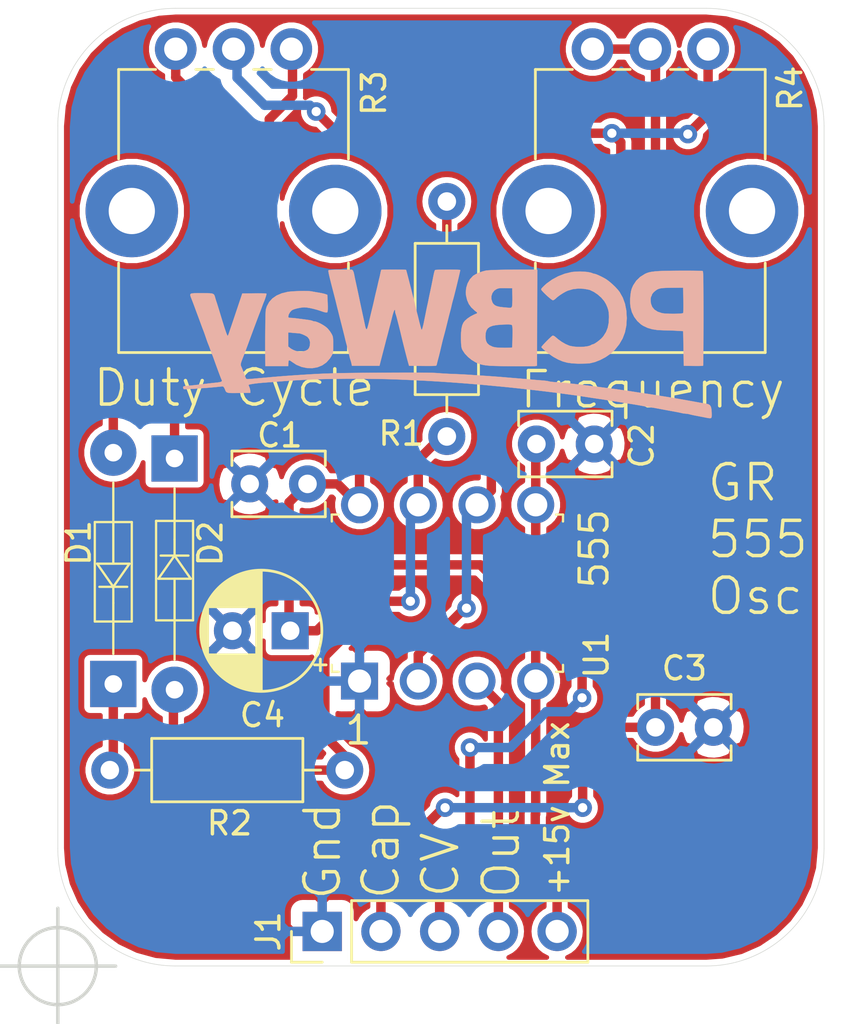
<source format=kicad_pcb>
(kicad_pcb (version 20171130) (host pcbnew "(5.1.2-1)-1")

  (general
    (thickness 1.6)
    (drawings 19)
    (tracks 100)
    (zones 0)
    (modules 13)
    (nets 11)
  )

  (page A4)
  (layers
    (0 F.Cu signal)
    (31 B.Cu signal)
    (32 B.Adhes user hide)
    (33 F.Adhes user hide)
    (34 B.Paste user hide)
    (35 F.Paste user)
    (36 B.SilkS user)
    (37 F.SilkS user)
    (38 B.Mask user hide)
    (39 F.Mask user hide)
    (40 Dwgs.User user hide)
    (41 Cmts.User user hide)
    (42 Eco1.User user hide)
    (43 Eco2.User user hide)
    (44 Edge.Cuts user)
    (45 Margin user hide)
    (46 B.CrtYd user hide)
    (47 F.CrtYd user hide)
    (48 B.Fab user hide)
    (49 F.Fab user hide)
  )

  (setup
    (last_trace_width 0.25)
    (user_trace_width 0.2032)
    (user_trace_width 0.254)
    (user_trace_width 0.3048)
    (user_trace_width 0.4064)
    (user_trace_width 0.6096)
    (user_trace_width 1.016)
    (trace_clearance 0.2)
    (zone_clearance 0.381)
    (zone_45_only no)
    (trace_min 0.1524)
    (via_size 0.8)
    (via_drill 0.4)
    (via_min_size 0.658)
    (via_min_drill 0.3)
    (uvia_size 0.3)
    (uvia_drill 0.1)
    (uvias_allowed no)
    (uvia_min_size 0.2)
    (uvia_min_drill 0.1)
    (edge_width 0.15)
    (segment_width 0.2)
    (pcb_text_width 0.3)
    (pcb_text_size 1.5 1.5)
    (mod_edge_width 0.15)
    (mod_text_size 0.8 0.8)
    (mod_text_width 0.15)
    (pad_size 3.2 3.2)
    (pad_drill 3.2)
    (pad_to_mask_clearance 0)
    (aux_axis_origin 88.011 96.371)
    (grid_origin 88.011 96.371)
    (visible_elements FFFFFF7F)
    (pcbplotparams
      (layerselection 0x010f0_ffffffff)
      (usegerberextensions false)
      (usegerberattributes false)
      (usegerberadvancedattributes false)
      (creategerberjobfile false)
      (excludeedgelayer true)
      (linewidth 0.152400)
      (plotframeref false)
      (viasonmask false)
      (mode 1)
      (useauxorigin false)
      (hpglpennumber 1)
      (hpglpenspeed 20)
      (hpglpendiameter 15.000000)
      (psnegative false)
      (psa4output false)
      (plotreference true)
      (plotvalue false)
      (plotinvisibletext false)
      (padsonsilk false)
      (subtractmaskfromsilk false)
      (outputformat 1)
      (mirror false)
      (drillshape 0)
      (scaleselection 1)
      (outputdirectory "Output/"))
  )

  (net 0 "")
  (net 1 GNDREF)
  (net 2 VCC)
  (net 3 /CV)
  (net 4 /CAP)
  (net 5 "Net-(D1-Pad1)")
  (net 6 "Net-(D1-Pad2)")
  (net 7 "Net-(D2-Pad2)")
  (net 8 "Net-(D2-Pad1)")
  (net 9 /OUT)
  (net 10 "Net-(R3-Pad2)")

  (net_class Default "This is the default net class."
    (clearance 0.2)
    (trace_width 0.25)
    (via_dia 0.8)
    (via_drill 0.4)
    (uvia_dia 0.3)
    (uvia_drill 0.1)
    (add_net /CAP)
    (add_net /CV)
    (add_net /OUT)
    (add_net GNDREF)
    (add_net "Net-(D1-Pad1)")
    (add_net "Net-(D1-Pad2)")
    (add_net "Net-(D2-Pad1)")
    (add_net "Net-(D2-Pad2)")
    (add_net "Net-(R3-Pad2)")
    (add_net VCC)
  )

  (net_class PWR ""
    (clearance 0.254)
    (trace_width 0.508)
    (via_dia 0.8)
    (via_drill 0.4)
    (uvia_dia 0.3)
    (uvia_drill 0.1)
  )

  (net_class Signals ""
    (clearance 0.254)
    (trace_width 0.4064)
    (via_dia 0.8)
    (via_drill 0.4)
    (uvia_dia 0.3)
    (uvia_drill 0.1)
  )

  (module "_Custom_Footprints:pcb way logo" locked (layer B.Cu) (tedit 0) (tstamp 601A8939)
    (at 104.861 70.146 180)
    (fp_text reference G*** (at 0 0) (layer B.SilkS) hide
      (effects (font (size 1.524 1.524) (thickness 0.3)) (justify mirror))
    )
    (fp_text value LOGO (at 0.75 0) (layer B.SilkS) hide
      (effects (font (size 1.524 1.524) (thickness 0.3)) (justify mirror))
    )
    (fp_poly (pts (xy -5.560911 3.803272) (xy -5.401501 3.788201) (xy -5.361481 3.782119) (xy -5.076571 3.712881)
      (xy -4.795154 3.603568) (xy -4.529552 3.460411) (xy -4.292089 3.289645) (xy -4.172403 3.180698)
      (xy -4.104182 3.111351) (xy -4.067054 3.067069) (xy -4.056004 3.037177) (xy -4.066021 3.011004)
      (xy -4.082614 2.98951) (xy -4.145914 2.918544) (xy -4.226202 2.837772) (xy -4.314442 2.755176)
      (xy -4.401595 2.678736) (xy -4.478625 2.616435) (xy -4.536493 2.576255) (xy -4.562821 2.5654)
      (xy -4.611019 2.583036) (xy -4.669978 2.627085) (xy -4.687898 2.644802) (xy -4.765385 2.713937)
      (xy -4.873187 2.793114) (xy -4.995161 2.871822) (xy -5.115163 2.939552) (xy -5.204077 2.980846)
      (xy -5.433434 3.047431) (xy -5.676004 3.074538) (xy -5.9055 3.060961) (xy -6.008013 3.043887)
      (xy -6.095873 3.026926) (xy -6.152947 3.013246) (xy -6.1595 3.01109) (xy -6.334764 2.928043)
      (xy -6.505094 2.813034) (xy -6.658737 2.676321) (xy -6.783938 2.528159) (xy -6.859486 2.4003)
      (xy -6.918748 2.264428) (xy -6.956631 2.151699) (xy -6.977719 2.041597) (xy -6.986598 1.913602)
      (xy -6.987951 1.825497) (xy -6.975849 1.585018) (xy -6.935027 1.377938) (xy -6.862071 1.193607)
      (xy -6.753568 1.021377) (xy -6.714078 0.971088) (xy -6.653022 0.907088) (xy -6.572446 0.836536)
      (xy -6.484014 0.768037) (xy -6.399391 0.710197) (xy -6.33024 0.671621) (xy -6.292974 0.6604)
      (xy -6.243816 0.646042) (xy -6.23443 0.639417) (xy -6.162525 0.601646) (xy -6.051915 0.573469)
      (xy -5.913856 0.555281) (xy -5.759604 0.547474) (xy -5.600413 0.550441) (xy -5.447539 0.564576)
      (xy -5.312237 0.59027) (xy -5.260917 0.605425) (xy -5.107137 0.671914) (xy -4.942548 0.767067)
      (xy -4.78661 0.878755) (xy -4.69571 0.957705) (xy -4.628347 1.011261) (xy -4.571856 1.036723)
      (xy -4.55601 1.037218) (xy -4.52428 1.017224) (xy -4.467719 0.968773) (xy -4.394591 0.900253)
      (xy -4.313161 0.820054) (xy -4.231693 0.736565) (xy -4.158452 0.658174) (xy -4.101702 0.59327)
      (xy -4.069709 0.550244) (xy -4.065589 0.539418) (xy -4.086112 0.510392) (xy -4.139138 0.459079)
      (xy -4.215794 0.392666) (xy -4.307208 0.31834) (xy -4.404508 0.243287) (xy -4.498819 0.174696)
      (xy -4.581271 0.119752) (xy -4.591249 0.113626) (xy -4.791482 0.003248) (xy -4.983731 -0.077389)
      (xy -5.181082 -0.131596) (xy -5.396619 -0.162684) (xy -5.64343 -0.173966) (xy -5.7277 -0.173965)
      (xy -5.862372 -0.172168) (xy -5.983352 -0.169393) (xy -6.07926 -0.165985) (xy -6.138712 -0.162287)
      (xy -6.1468 -0.161319) (xy -6.375963 -0.106574) (xy -6.613318 -0.013754) (xy -6.844756 0.109575)
      (xy -7.056167 0.255847) (xy -7.23344 0.417494) (xy -7.2406 0.425239) (xy -7.431262 0.662584)
      (xy -7.575989 0.91087) (xy -7.676975 1.175961) (xy -7.736416 1.463719) (xy -7.756507 1.78001)
      (xy -7.756496 1.8034) (xy -7.736786 2.124543) (xy -7.679727 2.414522) (xy -7.584026 2.67796)
      (xy -7.448391 2.919476) (xy -7.441557 2.929567) (xy -7.361341 3.030988) (xy -7.252021 3.147527)
      (xy -7.127068 3.266597) (xy -6.999958 3.37561) (xy -6.884164 3.461979) (xy -6.8453 3.486617)
      (xy -6.739634 3.545704) (xy -6.62761 3.602647) (xy -6.520935 3.652104) (xy -6.431316 3.688736)
      (xy -6.370457 3.7072) (xy -6.359195 3.7084) (xy -6.307149 3.719548) (xy -6.279806 3.731066)
      (xy -6.187409 3.762905) (xy -6.057033 3.786728) (xy -5.900965 3.801853) (xy -5.731495 3.807595)
      (xy -5.560911 3.803272)) (layer B.SilkS) (width 0.01))
    (fp_poly (pts (xy 2.532456 3.889832) (xy 2.657716 3.888599) (xy 2.760042 3.886628) (xy 2.830218 3.883908)
      (xy 2.859028 3.880425) (xy 2.859131 3.880335) (xy 2.870932 3.849669) (xy 2.886371 3.786168)
      (xy 2.894808 3.743361) (xy 2.914947 3.643707) (xy 2.937976 3.544555) (xy 2.944905 3.5179)
      (xy 2.967687 3.428532) (xy 2.992133 3.324997) (xy 3.000082 3.2893) (xy 3.021346 3.193811)
      (xy 3.042446 3.102438) (xy 3.0494 3.0734) (xy 3.069674 2.990274) (xy 3.093142 2.894069)
      (xy 3.098966 2.8702) (xy 3.119846 2.781561) (xy 3.144823 2.671285) (xy 3.162504 2.5908)
      (xy 3.186527 2.483626) (xy 3.217016 2.353188) (xy 3.247891 2.225449) (xy 3.251763 2.2098)
      (xy 3.279067 2.09902) (xy 3.304077 1.996127) (xy 3.322385 1.91929) (xy 3.325692 1.905)
      (xy 3.370361 1.711357) (xy 3.405943 1.562349) (xy 3.434031 1.452947) (xy 3.456219 1.378121)
      (xy 3.474099 1.332842) (xy 3.489267 1.312082) (xy 3.503315 1.31081) (xy 3.511903 1.317344)
      (xy 3.532784 1.356941) (xy 3.552951 1.423368) (xy 3.556475 1.439407) (xy 3.566748 1.489444)
      (xy 3.578581 1.54598) (xy 3.59377 1.617408) (xy 3.614111 1.712121) (xy 3.6414 1.838512)
      (xy 3.677433 2.004974) (xy 3.683288 2.032) (xy 3.72666 2.233467) (xy 3.769819 2.436234)
      (xy 3.808996 2.622505) (xy 3.836623 2.7559) (xy 3.852659 2.832388) (xy 3.876453 2.943748)
      (xy 3.904813 3.075248) (xy 3.934547 3.212156) (xy 3.962463 3.339738) (xy 3.985368 3.443262)
      (xy 3.990713 3.4671) (xy 4.010052 3.559329) (xy 4.026819 3.649305) (xy 4.028207 3.6576)
      (xy 4.055076 3.774527) (xy 4.089715 3.85244) (xy 4.129567 3.885945) (xy 4.136931 3.886841)
      (xy 4.345495 3.88905) (xy 4.54253 3.889209) (xy 4.721766 3.88747) (xy 4.876936 3.883988)
      (xy 5.001773 3.878914) (xy 5.090008 3.872402) (xy 5.135374 3.864605) (xy 5.139404 3.862356)
      (xy 5.145247 3.849252) (xy 5.146076 3.823156) (xy 5.140926 3.779807) (xy 5.128834 3.714939)
      (xy 5.108838 3.624291) (xy 5.079975 3.503597) (xy 5.04128 3.348596) (xy 4.991792 3.155022)
      (xy 4.930548 2.918613) (xy 4.898082 2.794) (xy 4.865476 2.667856) (xy 4.83542 2.549524)
      (xy 4.811568 2.453503) (xy 4.798909 2.4003) (xy 4.775787 2.303417) (xy 4.750453 2.204447)
      (xy 4.748478 2.1971) (xy 4.72461 2.105348) (xy 4.702627 2.015622) (xy 4.700529 2.0066)
      (xy 4.684254 1.939014) (xy 4.659926 1.841453) (xy 4.632337 1.733091) (xy 4.627545 1.7145)
      (xy 4.574801 1.509431) (xy 4.526752 1.320887) (xy 4.485181 1.155968) (xy 4.451871 1.021776)
      (xy 4.428604 0.925408) (xy 4.420272 0.889) (xy 4.40403 0.821688) (xy 4.378762 0.72453)
      (xy 4.349429 0.61652) (xy 4.343963 0.5969) (xy 4.313978 0.486584) (xy 4.286853 0.381281)
      (xy 4.267782 0.301257) (xy 4.265814 0.2921) (xy 4.247455 0.204485) (xy 4.230429 0.123255)
      (xy 4.228551 0.1143) (xy 4.209852 0.04085) (xy 4.19199 -0.0127) (xy 4.173206 -0.070618)
      (xy 4.153088 -0.148808) (xy 4.149453 -0.1651) (xy 4.1275 -0.2667) (xy 2.938047 -0.2667)
      (xy 2.893177 -0.0889) (xy 2.868086 0.009446) (xy 2.83473 0.138709) (xy 2.797818 0.280692)
      (xy 2.76824 0.3937) (xy 2.735111 0.520353) (xy 2.704769 0.637322) (xy 2.680656 0.731281)
      (xy 2.666575 0.7874) (xy 2.644522 0.873764) (xy 2.619149 0.967425) (xy 2.6162 0.9779)
      (xy 2.591168 1.069487) (xy 2.568004 1.159124) (xy 2.56572 1.1684) (xy 2.548617 1.235871)
      (xy 2.523171 1.333261) (xy 2.494379 1.441473) (xy 2.489262 1.4605) (xy 2.458044 1.578672)
      (xy 2.427239 1.699113) (xy 2.403136 1.797197) (xy 2.401672 1.8034) (xy 2.366409 1.941706)
      (xy 2.333436 2.049421) (xy 2.304562 2.122787) (xy 2.281593 2.158044) (xy 2.266338 2.151435)
      (xy 2.260605 2.0992) (xy 2.2606 2.096696) (xy 2.250875 2.020759) (xy 2.237845 1.976046)
      (xy 2.216552 1.912822) (xy 2.193209 1.831697) (xy 2.18914 1.8161) (xy 2.164181 1.718938)
      (xy 2.138513 1.619802) (xy 2.136715 1.6129) (xy 2.105263 1.490582) (xy 2.071717 1.357498)
      (xy 2.040364 1.230881) (xy 2.015491 1.127962) (xy 2.00715 1.0922) (xy 1.979587 0.975023)
      (xy 1.9433 0.825859) (xy 1.901119 0.655861) (xy 1.855878 0.476179) (xy 1.810407 0.297964)
      (xy 1.767539 0.132369) (xy 1.730106 -0.009457) (xy 1.700939 -0.116362) (xy 1.694299 -0.1397)
      (xy 1.657617 -0.2667) (xy 1.069491 -0.273519) (xy 0.872546 -0.275198) (xy 0.721329 -0.274957)
      (xy 0.610798 -0.27258) (xy 0.535909 -0.267853) (xy 0.491621 -0.260563) (xy 0.47289 -0.250495)
      (xy 0.471765 -0.248119) (xy 0.460509 -0.205967) (xy 0.442497 -0.134359) (xy 0.431364 -0.0889)
      (xy 0.408486 0.002528) (xy 0.386331 0.086547) (xy 0.378578 0.1143) (xy 0.363845 0.169982)
      (xy 0.341079 0.261377) (xy 0.313671 0.3747) (xy 0.291144 0.4699) (xy 0.259688 0.604058)
      (xy 0.236509 0.70208) (xy 0.218289 0.777292) (xy 0.201711 0.843018) (xy 0.183458 0.912583)
      (xy 0.160214 0.999311) (xy 0.148882 1.0414) (xy 0.117117 1.160106) (xy 0.0908 1.260746)
      (xy 0.064449 1.364659) (xy 0.032584 1.493186) (xy 0.026561 1.51765) (xy 0.001936 1.617732)
      (xy -0.023503 1.721121) (xy -0.026562 1.73355) (xy -0.062832 1.879468) (xy -0.091806 1.99217)
      (xy -0.117699 2.087917) (xy -0.126945 2.1209) (xy -0.151296 2.214274) (xy -0.175148 2.316539)
      (xy -0.179472 2.3368) (xy -0.202089 2.433961) (xy -0.230564 2.541967) (xy -0.240947 2.5781)
      (xy -0.261252 2.650877) (xy -0.288878 2.756031) (xy -0.321933 2.885733) (xy -0.35852 3.032157)
      (xy -0.396745 3.187475) (xy -0.434712 3.343858) (xy -0.470528 3.49348) (xy -0.502296 3.628511)
      (xy -0.528122 3.741125) (xy -0.546111 3.823494) (xy -0.554369 3.86779) (xy -0.554459 3.873179)
      (xy -0.523918 3.878961) (xy -0.45192 3.883555) (xy -0.347737 3.886966) (xy -0.220638 3.889198)
      (xy -0.079893 3.890258) (xy 0.065228 3.890149) (xy 0.205456 3.888878) (xy 0.33152 3.886448)
      (xy 0.434151 3.882866) (xy 0.504078 3.878137) (xy 0.53178 3.87258) (xy 0.547402 3.846288)
      (xy 0.564882 3.793606) (xy 0.585844 3.708127) (xy 0.611912 3.58344) (xy 0.634504 3.4671)
      (xy 0.654403 3.365556) (xy 0.680383 3.237027) (xy 0.708666 3.099806) (xy 0.735475 2.97219)
      (xy 0.757031 2.872473) (xy 0.760377 2.8575) (xy 0.77832 2.774039) (xy 0.799698 2.669324)
      (xy 0.812631 2.6035) (xy 0.832633 2.503627) (xy 0.852741 2.409423) (xy 0.8636 2.3622)
      (xy 0.880611 2.286843) (xy 0.901294 2.187928) (xy 0.914568 2.1209) (xy 0.934794 2.017764)
      (xy 0.955077 1.917249) (xy 0.965565 1.8669) (xy 0.982392 1.78543) (xy 1.003342 1.680704)
      (xy 1.018543 1.60292) (xy 1.040573 1.500504) (xy 1.065117 1.403678) (xy 1.081736 1.34892)
      (xy 1.101631 1.298561) (xy 1.116971 1.287401) (xy 1.133013 1.318881) (xy 1.155009 1.396442)
      (xy 1.155156 1.397) (xy 1.173674 1.466752) (xy 1.195299 1.547245) (xy 1.195882 1.5494)
      (xy 1.218315 1.636652) (xy 1.240966 1.730949) (xy 1.243013 1.7399) (xy 1.260969 1.814112)
      (xy 1.287227 1.916925) (xy 1.316569 2.027975) (xy 1.321081 2.0447) (xy 1.350151 2.155161)
      (xy 1.376501 2.260569) (xy 1.395068 2.340579) (xy 1.396944 2.3495) (xy 1.409668 2.405685)
      (xy 1.43209 2.498761) (xy 1.462353 2.621461) (xy 1.498601 2.766515) (xy 1.538978 2.926655)
      (xy 1.581626 3.094614) (xy 1.624689 3.263123) (xy 1.666311 3.424914) (xy 1.704635 3.572717)
      (xy 1.737804 3.699266) (xy 1.763962 3.797292) (xy 1.781252 3.859527) (xy 1.787604 3.878872)
      (xy 1.815362 3.882449) (xy 1.884695 3.885376) (xy 1.986389 3.887641) (xy 2.111228 3.889232)
      (xy 2.249996 3.890136) (xy 2.393477 3.89034) (xy 2.532456 3.889832)) (layer B.SilkS) (width 0.01))
    (fp_poly (pts (xy -10.126591 3.844228) (xy -9.929313 3.843139) (xy -9.735945 3.841192) (xy -9.553325 3.838394)
      (xy -9.38829 3.834755) (xy -9.247678 3.830284) (xy -9.138327 3.824989) (xy -9.1313 3.824541)
      (xy -8.956587 3.810675) (xy -8.820741 3.793302) (xy -8.711841 3.770008) (xy -8.617965 3.738376)
      (xy -8.5471 3.706161) (xy -8.339348 3.575875) (xy -8.169537 3.411834) (xy -8.037919 3.214314)
      (xy -7.972923 3.067989) (xy -7.940297 2.945556) (xy -7.917438 2.789796) (xy -7.905442 2.617438)
      (xy -7.905406 2.44521) (xy -7.918428 2.289839) (xy -7.920839 2.273633) (xy -7.978841 2.053731)
      (xy -8.078306 1.848794) (xy -8.213134 1.667826) (xy -8.377223 1.519831) (xy -8.473314 1.458208)
      (xy -8.658103 1.371987) (xy -8.859803 1.312819) (xy -9.08855 1.278442) (xy -9.331367 1.266769)
      (xy -9.489371 1.263875) (xy -9.664856 1.258708) (xy -9.831707 1.252114) (xy -9.9187 1.247719)
      (xy -10.1981 1.2319) (xy -10.2235 -0.2667) (xy -10.631411 -0.273655) (xy -10.77054 -0.27497)
      (xy -10.891505 -0.274108) (xy -10.985333 -0.271294) (xy -11.04305 -0.266751) (xy -11.056861 -0.263072)
      (xy -11.059598 -0.235523) (xy -11.062204 -0.161025) (xy -11.064646 -0.04343) (xy -11.066891 0.113411)
      (xy -11.068906 0.305646) (xy -11.070657 0.529424) (xy -11.072113 0.780894) (xy -11.073239 1.056204)
      (xy -11.074003 1.351503) (xy -11.074371 1.662939) (xy -11.0744 1.780735) (xy -11.074244 2.164842)
      (xy -11.074084 2.273478) (xy -10.206686 2.273478) (xy -10.205711 2.153396) (xy -10.203623 2.065736)
      (xy -10.200501 2.018535) (xy -10.19943 2.013607) (xy -10.170509 2.001425) (xy -10.100654 1.991956)
      (xy -9.999658 1.985252) (xy -9.87732 1.981367) (xy -9.743433 1.980352) (xy -9.607793 1.98226)
      (xy -9.480196 1.987143) (xy -9.370437 1.995054) (xy -9.288312 2.006046) (xy -9.275898 2.008657)
      (xy -9.094353 2.069302) (xy -8.955111 2.157988) (xy -8.857953 2.274965) (xy -8.802659 2.420484)
      (xy -8.7884 2.56289) (xy -8.792343 2.646367) (xy -8.802568 2.7078) (xy -8.8138 2.7305)
      (xy -8.835581 2.766536) (xy -8.8392 2.792544) (xy -8.857061 2.834911) (xy -8.902809 2.893041)
      (xy -8.940235 2.930168) (xy -9.005333 2.985814) (xy -9.066813 3.028095) (xy -9.133035 3.058917)
      (xy -9.21236 3.080186) (xy -9.313151 3.093808) (xy -9.443767 3.101691) (xy -9.612571 3.105741)
      (xy -9.7155 3.106939) (xy -10.1981 3.1115) (xy -10.204983 2.578757) (xy -10.20647 2.417944)
      (xy -10.206686 2.273478) (xy -11.074084 2.273478) (xy -11.073747 2.500914) (xy -11.072867 2.791711)
      (xy -11.071559 3.039997) (xy -11.069782 3.248535) (xy -11.067493 3.420088) (xy -11.064649 3.557417)
      (xy -11.061207 3.663286) (xy -11.057123 3.740457) (xy -11.052356 3.791693) (xy -11.046863 3.819757)
      (xy -11.04265 3.827039) (xy -11.009458 3.832215) (xy -10.932311 3.83647) (xy -10.818049 3.839811)
      (xy -10.673508 3.842249) (xy -10.505526 3.843791) (xy -10.320941 3.844448) (xy -10.126591 3.844228)) (layer B.SilkS) (width 0.01))
    (fp_poly (pts (xy -2.826161 3.888604) (xy -2.547899 3.885702) (xy -2.298297 3.881231) (xy -2.081536 3.875271)
      (xy -1.901796 3.867901) (xy -1.76326 3.859201) (xy -1.670106 3.849252) (xy -1.652043 3.846118)
      (xy -1.511814 3.809359) (xy -1.36666 3.756716) (xy -1.233173 3.695249) (xy -1.127946 3.632021)
      (xy -1.102665 3.612326) (xy -0.971639 3.468909) (xy -0.874304 3.295237) (xy -0.814414 3.102098)
      (xy -0.795727 2.90028) (xy -0.808041 2.766075) (xy -0.85569 2.566701) (xy -0.928239 2.401811)
      (xy -1.03359 2.258017) (xy -1.179645 2.121929) (xy -1.19592 2.108919) (xy -1.314522 2.015169)
      (xy -1.149826 1.94342) (xy -0.999404 1.865906) (xy -0.86345 1.773398) (xy -0.754307 1.675281)
      (xy -0.692679 1.595897) (xy -0.643674 1.485989) (xy -0.610219 1.343592) (xy -0.591599 1.163695)
      (xy -0.587101 0.94129) (xy -0.588446 0.8636) (xy -0.592987 0.719002) (xy -0.59942 0.614043)
      (xy -0.609397 0.537564) (xy -0.624572 0.478406) (xy -0.646597 0.425408) (xy -0.656151 0.4064)
      (xy -0.753876 0.260044) (xy -0.889112 0.116632) (xy -1.049198 -0.012941) (xy -1.221469 -0.117778)
      (xy -1.31437 -0.159979) (xy -1.391698 -0.188515) (xy -1.470346 -0.212198) (xy -1.55594 -0.231518)
      (xy -1.654109 -0.246962) (xy -1.770477 -0.259017) (xy -1.910673 -0.268171) (xy -2.080323 -0.274912)
      (xy -2.285053 -0.279728) (xy -2.530491 -0.283105) (xy -2.757815 -0.285084) (xy -2.977534 -0.286331)
      (xy -3.18365 -0.286837) (xy -3.370072 -0.286637) (xy -3.530713 -0.285766) (xy -3.659482 -0.284259)
      (xy -3.750292 -0.28215) (xy -3.797052 -0.279474) (xy -3.799215 -0.279151) (xy -3.8735 -0.266203)
      (xy -3.878041 1.184547) (xy -2.818582 1.184547) (xy -2.817073 1.021154) (xy -2.816858 1.00502)
      (xy -2.814295 0.856885) (xy -2.810974 0.726325) (xy -2.807198 0.621829) (xy -2.803269 0.551884)
      (xy -2.7998 0.525388) (xy -2.771866 0.518289) (xy -2.702553 0.512947) (xy -2.601262 0.509762)
      (xy -2.477397 0.509135) (xy -2.429524 0.509607) (xy -2.265057 0.513623) (xy -2.14102 0.521235)
      (xy -2.047109 0.533535) (xy -1.973015 0.551613) (xy -1.9466 0.560712) (xy -1.812717 0.625543)
      (xy -1.721436 0.707944) (xy -1.66763 0.815751) (xy -1.646173 0.956802) (xy -1.64544 1.021055)
      (xy -1.656934 1.158) (xy -1.689294 1.267668) (xy -1.747132 1.353053) (xy -1.835059 1.417148)
      (xy -1.957686 1.462946) (xy -2.119625 1.493441) (xy -2.325487 1.511627) (xy -2.407225 1.515575)
      (xy -2.557358 1.520242) (xy -2.663947 1.519852) (xy -2.734033 1.51405) (xy -2.774655 1.502482)
      (xy -2.783707 1.496603) (xy -2.797929 1.477928) (xy -2.808051 1.444461) (xy -2.814549 1.389125)
      (xy -2.8179 1.304845) (xy -2.818582 1.184547) (xy -3.878041 1.184547) (xy -3.879999 1.809999)
      (xy -3.88244 2.590112) (xy -2.813181 2.590112) (xy -2.810644 2.467993) (xy -2.805187 2.370719)
      (xy -2.797283 2.309616) (xy -2.79461 2.300304) (xy -2.783084 2.271876) (xy -2.768266 2.252865)
      (xy -2.741647 2.242352) (xy -2.694719 2.239416) (xy -2.618975 2.243138) (xy -2.505906 2.252598)
      (xy -2.422709 2.260096) (xy -2.259121 2.280214) (xy -2.137508 2.309326) (xy -2.049305 2.351297)
      (xy -1.985948 2.409991) (xy -1.945487 2.475399) (xy -1.902792 2.61068) (xy -1.902858 2.746357)
      (xy -1.942613 2.871848) (xy -2.018982 2.976572) (xy -2.109711 3.041016) (xy -2.165453 3.066011)
      (xy -2.221264 3.081986) (xy -2.289857 3.090538) (xy -2.383946 3.093267) (xy -2.513896 3.091816)
      (xy -2.805291 3.0861) (xy -2.812327 2.725754) (xy -2.813181 2.590112) (xy -3.88244 2.590112)
      (xy -3.886497 3.8862) (xy -3.791099 3.887089) (xy -3.451942 3.889377) (xy -3.128903 3.889855)
      (xy -2.826161 3.888604)) (layer B.SilkS) (width 0.01))
    (fp_poly (pts (xy 6.374051 2.963366) (xy 6.534973 2.958054) (xy 6.687105 2.949813) (xy 6.818563 2.938907)
      (xy 6.9088 2.927132) (xy 7.166464 2.864128) (xy 7.386143 2.769718) (xy 7.56685 2.644696)
      (xy 7.707601 2.489858) (xy 7.807409 2.305998) (xy 7.85082 2.167245) (xy 7.856694 2.116434)
      (xy 7.861997 2.019777) (xy 7.866681 1.882223) (xy 7.870695 1.708723) (xy 7.873989 1.504228)
      (xy 7.876515 1.273689) (xy 7.878221 1.022055) (xy 7.879059 0.754277) (xy 7.878978 0.475307)
      (xy 7.877928 0.190094) (xy 7.87586 -0.096411) (xy 7.874744 -0.20955) (xy 7.874 -0.2794)
      (xy 6.8834 -0.2794) (xy 6.881614 -0.18415) (xy 6.875988 -0.087279) (xy 6.859568 -0.037279)
      (xy 6.826213 -0.030437) (xy 6.769778 -0.063037) (xy 6.730917 -0.093022) (xy 6.528512 -0.224926)
      (xy 6.305413 -0.316199) (xy 6.070831 -0.364866) (xy 5.833973 -0.368954) (xy 5.620289 -0.331176)
      (xy 5.41391 -0.248277) (xy 5.235986 -0.123391) (xy 5.087186 0.042941) (xy 5.014508 0.158159)
      (xy 4.984619 0.214355) (xy 4.964065 0.263604) (xy 4.951101 0.317165) (xy 4.943982 0.386294)
      (xy 4.940965 0.482249) (xy 4.940303 0.616287) (xy 4.9403 0.637007) (xy 4.940719 0.754567)
      (xy 5.939747 0.754567) (xy 5.945868 0.621594) (xy 5.949934 0.60325) (xy 5.985283 0.499964)
      (xy 6.038919 0.43254) (xy 6.124436 0.386614) (xy 6.169343 0.371435) (xy 6.275488 0.343441)
      (xy 6.362466 0.335245) (xy 6.453554 0.346858) (xy 6.54929 0.371648) (xy 6.64924 0.40918)
      (xy 6.745627 0.459168) (xy 6.78815 0.488082) (xy 6.8834 0.563069) (xy 6.8834 1.175704)
      (xy 6.67385 1.156668) (xy 6.571854 1.147871) (xy 6.486772 1.141384) (xy 6.433388 1.138311)
      (xy 6.4262 1.138211) (xy 6.363068 1.126765) (xy 6.274708 1.096245) (xy 6.179029 1.054403)
      (xy 6.093942 1.008994) (xy 6.041338 0.971591) (xy 5.972709 0.875821) (xy 5.939747 0.754567)
      (xy 4.940719 0.754567) (xy 4.940799 0.776953) (xy 4.943465 0.877469) (xy 4.950044 0.949922)
      (xy 4.962286 1.00568) (xy 4.98194 1.056111) (xy 5.010753 1.112582) (xy 5.014534 1.119607)
      (xy 5.077448 1.217687) (xy 5.1574 1.318344) (xy 5.205034 1.368558) (xy 5.285856 1.433962)
      (xy 5.389578 1.501342) (xy 5.502645 1.563625) (xy 5.6115 1.613736) (xy 5.702589 1.644604)
      (xy 5.746355 1.651) (xy 5.803451 1.659476) (xy 5.83057 1.67261) (xy 5.865458 1.685566)
      (xy 5.937495 1.701337) (xy 6.033337 1.717163) (xy 6.0706 1.722278) (xy 6.205962 1.739909)
      (xy 6.35533 1.759424) (xy 6.486908 1.776669) (xy 6.4897 1.777036) (xy 6.600417 1.789978)
      (xy 6.704469 1.799414) (xy 6.781362 1.803521) (xy 6.78815 1.803568) (xy 6.851035 1.807548)
      (xy 6.877931 1.826093) (xy 6.8834 1.865449) (xy 6.863629 1.950347) (xy 6.812914 2.041152)
      (xy 6.744146 2.118098) (xy 6.697419 2.150531) (xy 6.612845 2.183516) (xy 6.497012 2.21509)
      (xy 6.369385 2.241073) (xy 6.249429 2.257284) (xy 6.184899 2.2606) (xy 6.081305 2.252234)
      (xy 5.945471 2.229454) (xy 5.792701 2.195742) (xy 5.6383 2.154581) (xy 5.497572 2.109451)
      (xy 5.461 2.095925) (xy 5.373424 2.066142) (xy 5.290712 2.044044) (xy 5.267809 2.039656)
      (xy 5.216272 2.035367) (xy 5.191528 2.052825) (xy 5.179982 2.104872) (xy 5.177551 2.124899)
      (xy 5.174134 2.190438) (xy 5.173761 2.291548) (xy 5.176326 2.413097) (xy 5.180242 2.511177)
      (xy 5.1943 2.799853) (xy 5.2832 2.832329) (xy 5.353341 2.852546) (xy 5.452663 2.874639)
      (xy 5.559974 2.893905) (xy 5.5626 2.894313) (xy 5.677861 2.913091) (xy 5.793439 2.93341)
      (xy 5.8801 2.950033) (xy 5.957361 2.959082) (xy 6.073362 2.964145) (xy 6.216219 2.965484)
      (xy 6.374051 2.963366)) (layer B.SilkS) (width 0.01))
    (fp_poly (pts (xy 10.941751 2.86953) (xy 11.034044 2.863302) (xy 11.090937 2.848355) (xy 11.117548 2.821094)
      (xy 11.118996 2.777928) (xy 11.1004 2.715261) (xy 11.06688 2.629502) (xy 11.046612 2.5781)
      (xy 11.003013 2.464628) (xy 10.960072 2.350996) (xy 10.926076 2.259161) (xy 10.922 2.2479)
      (xy 10.890423 2.161388) (xy 10.849025 2.049481) (xy 10.805991 1.934288) (xy 10.799753 1.9177)
      (xy 10.752167 1.790368) (xy 10.700245 1.650019) (xy 10.655045 1.526542) (xy 10.654122 1.524)
      (xy 10.616622 1.421965) (xy 10.581593 1.328856) (xy 10.555917 1.262934) (xy 10.553619 1.2573)
      (xy 10.530664 1.197148) (xy 10.498007 1.106187) (xy 10.461877 1.001846) (xy 10.453769 0.9779)
      (xy 10.416205 0.867189) (xy 10.388152 0.787235) (xy 10.363191 0.720559) (xy 10.3349 0.649682)
      (xy 10.318485 0.6096) (xy 10.294763 0.548093) (xy 10.263994 0.46356) (xy 10.248367 0.4191)
      (xy 10.216029 0.328884) (xy 10.184411 0.245514) (xy 10.172459 0.2159) (xy 10.13949 0.133185)
      (xy 10.113576 0.0635) (xy 10.060957 -0.083985) (xy 10.005294 -0.238058) (xy 9.949596 -0.3906)
      (xy 9.896869 -0.533493) (xy 9.850123 -0.658618) (xy 9.812364 -0.757855) (xy 9.786601 -0.823087)
      (xy 9.777295 -0.844205) (xy 9.754822 -0.894763) (xy 9.754404 -0.931413) (xy 9.782027 -0.957549)
      (xy 9.843676 -0.976565) (xy 9.945338 -0.991853) (xy 10.0584 -1.003577) (xy 10.154068 -1.013432)
      (xy 10.28116 -1.027601) (xy 10.420715 -1.043932) (xy 10.5156 -1.055489) (xy 10.689517 -1.076871)
      (xy 10.82766 -1.093239) (xy 10.944623 -1.106176) (xy 11.055002 -1.117266) (xy 11.173393 -1.12809)
      (xy 11.233149 -1.133294) (xy 11.332288 -1.142985) (xy 11.391112 -1.153508) (xy 11.420014 -1.168775)
      (xy 11.429385 -1.1927) (xy 11.429999 -1.207411) (xy 11.415964 -1.258174) (xy 11.394359 -1.278241)
      (xy 11.36101 -1.279792) (xy 11.2848 -1.277645) (xy 11.173489 -1.272337) (xy 11.03484 -1.264408)
      (xy 10.876613 -1.254396) (xy 10.706569 -1.24284) (xy 10.532471 -1.230279) (xy 10.36208 -1.217251)
      (xy 10.203156 -1.204296) (xy 10.063462 -1.191951) (xy 9.950758 -1.180756) (xy 9.8933 -1.174049)
      (xy 9.80487 -1.164727) (xy 9.733206 -1.160864) (xy 9.701121 -1.162365) (xy 9.670543 -1.189154)
      (xy 9.635625 -1.249055) (xy 9.616279 -1.295641) (xy 9.597266 -1.345398) (xy 9.576233 -1.383223)
      (xy 9.546533 -1.410619) (xy 9.501522 -1.429087) (xy 9.434553 -1.440129) (xy 9.338983 -1.445248)
      (xy 9.208164 -1.445945) (xy 9.035453 -1.443723) (xy 8.9662 -1.442572) (xy 8.5217 -1.4351)
      (xy 8.526639 -1.345472) (xy 8.541657 -1.259388) (xy 8.569789 -1.182194) (xy 8.59313 -1.126869)
      (xy 8.597948 -1.092496) (xy 8.597406 -1.091402) (xy 8.566632 -1.078136) (xy 8.494993 -1.062243)
      (xy 8.392259 -1.045187) (xy 8.268202 -1.028429) (xy 8.132591 -1.013435) (xy 8.001 -1.002085)
      (xy 7.880738 -0.993106) (xy 7.732557 -0.981733) (xy 7.579169 -0.969721) (xy 7.493 -0.96285)
      (xy 7.010429 -0.925824) (xy 6.563164 -0.89557) (xy 6.138348 -0.871582) (xy 5.723121 -0.853352)
      (xy 5.304626 -0.840373) (xy 4.870005 -0.832137) (xy 4.406399 -0.828138) (xy 4.064 -0.827582)
      (xy 3.70564 -0.828459) (xy 3.376837 -0.830693) (xy 3.068014 -0.834549) (xy 2.769592 -0.840297)
      (xy 2.471992 -0.848203) (xy 2.165636 -0.858535) (xy 1.840947 -0.871562) (xy 1.488346 -0.88755)
      (xy 1.098255 -0.906768) (xy 0.9398 -0.91489) (xy 0.623408 -0.932526) (xy 0.274421 -0.954221)
      (xy -0.095155 -0.979089) (xy -0.473314 -1.006244) (xy -0.84805 -1.034797) (xy -1.207356 -1.063862)
      (xy -1.539228 -1.092553) (xy -1.8161 -1.118453) (xy -1.964562 -1.132806) (xy -2.127038 -1.148199)
      (xy -2.277416 -1.16217) (xy -2.3368 -1.167572) (xy -2.514025 -1.184428) (xy -2.732042 -1.206598)
      (xy -2.981247 -1.232996) (xy -3.252037 -1.262535) (xy -3.534808 -1.294128) (xy -3.819957 -1.326689)
      (xy -4.097881 -1.35913) (xy -4.358976 -1.390366) (xy -4.593638 -1.419309) (xy -4.792265 -1.444872)
      (xy -4.81965 -1.448522) (xy -4.948405 -1.465751) (xy -5.091174 -1.484818) (xy -5.18795 -1.49772)
      (xy -5.472592 -1.536675) (xy -5.742159 -1.575588) (xy -5.8928 -1.598426) (xy -6.103288 -1.630921)
      (xy -6.273467 -1.656851) (xy -6.413186 -1.677699) (xy -6.532297 -1.694942) (xy -6.5786 -1.701473)
      (xy -6.700755 -1.719395) (xy -6.834931 -1.740296) (xy -6.9088 -1.752401) (xy -7.02736 -1.771951)
      (xy -7.154652 -1.792293) (xy -7.2263 -1.8034) (xy -7.344215 -1.821722) (xy -7.472588 -1.842243)
      (xy -7.5311 -1.851822) (xy -7.625804 -1.867225) (xy -7.749763 -1.886994) (xy -7.882022 -1.907799)
      (xy -7.9375 -1.91643) (xy -8.076352 -1.938647) (xy -8.225299 -1.963595) (xy -8.358626 -1.986937)
      (xy -8.396499 -1.99386) (xy -8.503232 -2.013103) (xy -8.599587 -2.029466) (xy -8.667548 -2.03991)
      (xy -8.675899 -2.040991) (xy -8.713272 -2.046171) (xy -8.766917 -2.054833) (xy -8.843103 -2.068099)
      (xy -8.948101 -2.087093) (xy -9.088178 -2.112939) (xy -9.269605 -2.146759) (xy -9.3472 -2.161281)
      (xy -9.460378 -2.182322) (xy -9.582291 -2.20476) (xy -9.6266 -2.212846) (xy -9.78495 -2.241744)
      (xy -9.902302 -2.263488) (xy -9.987668 -2.279849) (xy -10.050061 -2.292596) (xy -10.098493 -2.3035)
      (xy -10.137547 -2.313188) (xy -10.222708 -2.329583) (xy -10.302451 -2.336785) (xy -10.305207 -2.3368)
      (xy -10.389259 -2.344859) (xy -10.45466 -2.359459) (xy -10.522408 -2.377393) (xy -10.614094 -2.398167)
      (xy -10.668 -2.409133) (xy -10.754195 -2.425812) (xy -10.871623 -2.448549) (xy -11.001646 -2.473736)
      (xy -11.075636 -2.488073) (xy -11.215799 -2.515642) (xy -11.31334 -2.532315) (xy -11.375922 -2.534407)
      (xy -11.411207 -2.518235) (xy -11.426859 -2.480114) (xy -11.430538 -2.41636) (xy -11.429913 -2.32329)
      (xy -11.429906 -2.31775) (xy -11.422505 -2.162627) (xy -11.398697 -2.050643) (xy -11.35584 -1.976033)
      (xy -11.291294 -1.933037) (xy -11.248185 -1.921243) (xy -11.173025 -1.907653) (xy -11.076152 -1.890428)
      (xy -11.0236 -1.881187) (xy -10.912621 -1.861549) (xy -10.790409 -1.839613) (xy -10.73785 -1.830069)
      (xy -10.519036 -1.79046) (xy -10.293835 -1.750321) (xy -10.07161 -1.711273) (xy -9.861723 -1.674935)
      (xy -9.673534 -1.642929) (xy -9.516406 -1.616876) (xy -9.399701 -1.598394) (xy -9.398 -1.598137)
      (xy -9.279182 -1.579733) (xy -9.151668 -1.559339) (xy -9.0805 -1.547618) (xy -8.848233 -1.510123)
      (xy -8.590469 -1.470995) (xy -8.4328 -1.448164) (xy -8.310512 -1.430283) (xy -8.176216 -1.409896)
      (xy -8.1026 -1.398354) (xy -7.984204 -1.379923) (xy -7.850051 -1.359726) (xy -7.7597 -1.346534)
      (xy -7.63307 -1.328344) (xy -7.493061 -1.308145) (xy -7.4041 -1.295261) (xy -7.2849 -1.27858)
      (xy -7.146108 -1.260064) (xy -7.0231 -1.244389) (xy -6.891528 -1.227993) (xy -6.7471 -1.209736)
      (xy -6.6294 -1.194644) (xy -6.504381 -1.178577) (xy -6.360295 -1.160258) (xy -6.22935 -1.143779)
      (xy -6.092834 -1.126668) (xy -5.94003 -1.107434) (xy -5.81025 -1.091028) (xy -5.611587 -1.066931)
      (xy -5.399058 -1.043047) (xy -5.18541 -1.020659) (xy -4.983395 -1.001055) (xy -4.805763 -0.985521)
      (xy -4.665262 -0.975343) (xy -4.6609 -0.975084) (xy -4.552447 -0.966681) (xy -4.458922 -0.955795)
      (xy -4.395258 -0.944304) (xy -4.3815 -0.939959) (xy -4.333971 -0.928502) (xy -4.250626 -0.916483)
      (xy -4.146384 -0.905899) (xy -4.1021 -0.90251) (xy -3.967084 -0.892391) (xy -3.809864 -0.879425)
      (xy -3.658769 -0.865973) (xy -3.6195 -0.862256) (xy -3.485673 -0.849858) (xy -3.324313 -0.835644)
      (xy -3.158541 -0.821621) (xy -3.048 -0.812655) (xy -2.887342 -0.799751) (xy -2.708169 -0.785069)
      (xy -2.53639 -0.770746) (xy -2.4384 -0.762418) (xy -2.303186 -0.751343) (xy -2.136186 -0.73848)
      (xy -1.956314 -0.725246) (xy -1.782484 -0.713054) (xy -1.7399 -0.710182) (xy -1.564178 -0.698399)
      (xy -1.371013 -0.685368) (xy -1.181737 -0.672531) (xy -1.017682 -0.661333) (xy -0.9906 -0.659474)
      (xy -0.831218 -0.649552) (xy -0.643355 -0.639458) (xy -0.449316 -0.63031) (xy -0.271404 -0.623222)
      (xy -0.254 -0.622624) (xy -0.082693 -0.615607) (xy 0.103789 -0.605934) (xy 0.284472 -0.594807)
      (xy 0.438378 -0.583429) (xy 0.4572 -0.581832) (xy 0.558902 -0.575794) (xy 0.711224 -0.570909)
      (xy 0.913997 -0.567179) (xy 1.167054 -0.564605) (xy 1.470227 -0.563187) (xy 1.823348 -0.562927)
      (xy 2.226249 -0.563826) (xy 2.678763 -0.565884) (xy 2.8194 -0.566699) (xy 3.244497 -0.569491)
      (xy 3.624182 -0.572519) (xy 3.963842 -0.575927) (xy 4.268864 -0.579858) (xy 4.544637 -0.584457)
      (xy 4.796546 -0.589867) (xy 5.029981 -0.596232) (xy 5.250328 -0.603696) (xy 5.462974 -0.612402)
      (xy 5.673308 -0.622495) (xy 5.886716 -0.634118) (xy 6.108586 -0.647415) (xy 6.2992 -0.659576)
      (xy 6.544222 -0.675725) (xy 6.760931 -0.690472) (xy 6.959533 -0.704625) (xy 7.150233 -0.718991)
      (xy 7.343241 -0.734378) (xy 7.548761 -0.751594) (xy 7.777001 -0.771447) (xy 8.038167 -0.794743)
      (xy 8.255 -0.814346) (xy 8.412969 -0.828557) (xy 8.527733 -0.838136) (xy 8.606675 -0.843058)
      (xy 8.65718 -0.843297) (xy 8.686633 -0.83883) (xy 8.702418 -0.829631) (xy 8.711919 -0.815675)
      (xy 8.713456 -0.8128) (xy 8.731032 -0.772796) (xy 8.760765 -0.698334) (xy 8.797412 -0.602683)
      (xy 8.813821 -0.5588) (xy 8.852285 -0.457189) (xy 8.886587 -0.370198) (xy 8.911262 -0.311548)
      (xy 8.917372 -0.298794) (xy 8.933576 -0.262712) (xy 8.940378 -0.225145) (xy 8.935878 -0.177617)
      (xy 8.918179 -0.111648) (xy 8.885381 -0.018762) (xy 8.835587 0.109521) (xy 8.813494 0.1651)
      (xy 8.78775 0.231507) (xy 8.748976 0.333767) (xy 8.701601 0.460031) (xy 8.650052 0.598447)
      (xy 8.598756 0.737162) (xy 8.552143 0.864327) (xy 8.547783 0.8763) (xy 8.512579 0.972337)
      (xy 8.46743 1.094461) (xy 8.415499 1.234222) (xy 8.359952 1.38317) (xy 8.303953 1.532857)
      (xy 8.250667 1.674831) (xy 8.203258 1.800644) (xy 8.164892 1.901845) (xy 8.138732 1.969985)
      (xy 8.129203 1.9939) (xy 8.10913 2.044316) (xy 8.079028 2.123562) (xy 8.0518 2.1971)
      (xy 8.010221 2.310243) (xy 7.980629 2.389119) (xy 7.957808 2.447263) (xy 7.936543 2.49821)
      (xy 7.929477 2.5146) (xy 7.902851 2.582545) (xy 7.873575 2.666703) (xy 7.847018 2.750326)
      (xy 7.828547 2.816664) (xy 7.8232 2.846203) (xy 7.848086 2.854948) (xy 7.92081 2.861165)
      (xy 8.038467 2.864755) (xy 8.19815 2.865617) (xy 8.347393 2.864366) (xy 8.871586 2.8575)
      (xy 9.118463 2.1209) (xy 9.180564 1.935835) (xy 9.237928 1.76532) (xy 9.288441 1.615596)
      (xy 9.329995 1.492905) (xy 9.360477 1.403488) (xy 9.377777 1.353585) (xy 9.380488 1.3462)
      (xy 9.396405 1.301406) (xy 9.420854 1.227703) (xy 9.437968 1.174365) (xy 9.464605 1.098384)
      (xy 9.488255 1.044701) (xy 9.499426 1.028808) (xy 9.51083 1.033261) (xy 9.527373 1.060235)
      (xy 9.550191 1.113073) (xy 9.580419 1.195115) (xy 9.619192 1.309702) (xy 9.667646 1.460177)
      (xy 9.726917 1.64988) (xy 9.798139 1.882153) (xy 9.87054 2.1209) (xy 9.907529 2.242238)
      (xy 9.940803 2.349402) (xy 9.966793 2.431025) (xy 9.981929 2.475741) (xy 9.982219 2.4765)
      (xy 10.001098 2.531929) (xy 10.025215 2.610725) (xy 10.034115 2.6416) (xy 10.055404 2.717587)
      (xy 10.075167 2.774588) (xy 10.100501 2.815326) (xy 10.138501 2.84252) (xy 10.196264 2.858889)
      (xy 10.280884 2.867154) (xy 10.399458 2.870035) (xy 10.559082 2.870251) (xy 10.630485 2.8702)
      (xy 10.808938 2.870632) (xy 10.941751 2.86953)) (layer B.SilkS) (width 0.01))
  )

  (module Capacitor_THT:CP_Radial_D5.0mm_P2.50mm (layer F.Cu) (tedit 5AE50EF0) (tstamp 633F0ADE)
    (at 98.061 81.871 180)
    (descr "CP, Radial series, Radial, pin pitch=2.50mm, , diameter=5mm, Electrolytic Capacitor")
    (tags "CP Radial series Radial pin pitch 2.50mm  diameter 5mm Electrolytic Capacitor")
    (path /6342F4EE)
    (fp_text reference C4 (at 1.2 -3.65) (layer F.SilkS)
      (effects (font (size 1 1) (thickness 0.15)))
    )
    (fp_text value 4.7uF (at 1.25 3.75) (layer F.Fab)
      (effects (font (size 1 1) (thickness 0.15)))
    )
    (fp_circle (center 1.25 0) (end 3.75 0) (layer F.Fab) (width 0.1))
    (fp_circle (center 1.25 0) (end 3.87 0) (layer F.SilkS) (width 0.12))
    (fp_circle (center 1.25 0) (end 4 0) (layer F.CrtYd) (width 0.05))
    (fp_line (start -0.883605 -1.0875) (end -0.383605 -1.0875) (layer F.Fab) (width 0.1))
    (fp_line (start -0.633605 -1.3375) (end -0.633605 -0.8375) (layer F.Fab) (width 0.1))
    (fp_line (start 1.25 -2.58) (end 1.25 2.58) (layer F.SilkS) (width 0.12))
    (fp_line (start 1.29 -2.58) (end 1.29 2.58) (layer F.SilkS) (width 0.12))
    (fp_line (start 1.33 -2.579) (end 1.33 2.579) (layer F.SilkS) (width 0.12))
    (fp_line (start 1.37 -2.578) (end 1.37 2.578) (layer F.SilkS) (width 0.12))
    (fp_line (start 1.41 -2.576) (end 1.41 2.576) (layer F.SilkS) (width 0.12))
    (fp_line (start 1.45 -2.573) (end 1.45 2.573) (layer F.SilkS) (width 0.12))
    (fp_line (start 1.49 -2.569) (end 1.49 -1.04) (layer F.SilkS) (width 0.12))
    (fp_line (start 1.49 1.04) (end 1.49 2.569) (layer F.SilkS) (width 0.12))
    (fp_line (start 1.53 -2.565) (end 1.53 -1.04) (layer F.SilkS) (width 0.12))
    (fp_line (start 1.53 1.04) (end 1.53 2.565) (layer F.SilkS) (width 0.12))
    (fp_line (start 1.57 -2.561) (end 1.57 -1.04) (layer F.SilkS) (width 0.12))
    (fp_line (start 1.57 1.04) (end 1.57 2.561) (layer F.SilkS) (width 0.12))
    (fp_line (start 1.61 -2.556) (end 1.61 -1.04) (layer F.SilkS) (width 0.12))
    (fp_line (start 1.61 1.04) (end 1.61 2.556) (layer F.SilkS) (width 0.12))
    (fp_line (start 1.65 -2.55) (end 1.65 -1.04) (layer F.SilkS) (width 0.12))
    (fp_line (start 1.65 1.04) (end 1.65 2.55) (layer F.SilkS) (width 0.12))
    (fp_line (start 1.69 -2.543) (end 1.69 -1.04) (layer F.SilkS) (width 0.12))
    (fp_line (start 1.69 1.04) (end 1.69 2.543) (layer F.SilkS) (width 0.12))
    (fp_line (start 1.73 -2.536) (end 1.73 -1.04) (layer F.SilkS) (width 0.12))
    (fp_line (start 1.73 1.04) (end 1.73 2.536) (layer F.SilkS) (width 0.12))
    (fp_line (start 1.77 -2.528) (end 1.77 -1.04) (layer F.SilkS) (width 0.12))
    (fp_line (start 1.77 1.04) (end 1.77 2.528) (layer F.SilkS) (width 0.12))
    (fp_line (start 1.81 -2.52) (end 1.81 -1.04) (layer F.SilkS) (width 0.12))
    (fp_line (start 1.81 1.04) (end 1.81 2.52) (layer F.SilkS) (width 0.12))
    (fp_line (start 1.85 -2.511) (end 1.85 -1.04) (layer F.SilkS) (width 0.12))
    (fp_line (start 1.85 1.04) (end 1.85 2.511) (layer F.SilkS) (width 0.12))
    (fp_line (start 1.89 -2.501) (end 1.89 -1.04) (layer F.SilkS) (width 0.12))
    (fp_line (start 1.89 1.04) (end 1.89 2.501) (layer F.SilkS) (width 0.12))
    (fp_line (start 1.93 -2.491) (end 1.93 -1.04) (layer F.SilkS) (width 0.12))
    (fp_line (start 1.93 1.04) (end 1.93 2.491) (layer F.SilkS) (width 0.12))
    (fp_line (start 1.971 -2.48) (end 1.971 -1.04) (layer F.SilkS) (width 0.12))
    (fp_line (start 1.971 1.04) (end 1.971 2.48) (layer F.SilkS) (width 0.12))
    (fp_line (start 2.011 -2.468) (end 2.011 -1.04) (layer F.SilkS) (width 0.12))
    (fp_line (start 2.011 1.04) (end 2.011 2.468) (layer F.SilkS) (width 0.12))
    (fp_line (start 2.051 -2.455) (end 2.051 -1.04) (layer F.SilkS) (width 0.12))
    (fp_line (start 2.051 1.04) (end 2.051 2.455) (layer F.SilkS) (width 0.12))
    (fp_line (start 2.091 -2.442) (end 2.091 -1.04) (layer F.SilkS) (width 0.12))
    (fp_line (start 2.091 1.04) (end 2.091 2.442) (layer F.SilkS) (width 0.12))
    (fp_line (start 2.131 -2.428) (end 2.131 -1.04) (layer F.SilkS) (width 0.12))
    (fp_line (start 2.131 1.04) (end 2.131 2.428) (layer F.SilkS) (width 0.12))
    (fp_line (start 2.171 -2.414) (end 2.171 -1.04) (layer F.SilkS) (width 0.12))
    (fp_line (start 2.171 1.04) (end 2.171 2.414) (layer F.SilkS) (width 0.12))
    (fp_line (start 2.211 -2.398) (end 2.211 -1.04) (layer F.SilkS) (width 0.12))
    (fp_line (start 2.211 1.04) (end 2.211 2.398) (layer F.SilkS) (width 0.12))
    (fp_line (start 2.251 -2.382) (end 2.251 -1.04) (layer F.SilkS) (width 0.12))
    (fp_line (start 2.251 1.04) (end 2.251 2.382) (layer F.SilkS) (width 0.12))
    (fp_line (start 2.291 -2.365) (end 2.291 -1.04) (layer F.SilkS) (width 0.12))
    (fp_line (start 2.291 1.04) (end 2.291 2.365) (layer F.SilkS) (width 0.12))
    (fp_line (start 2.331 -2.348) (end 2.331 -1.04) (layer F.SilkS) (width 0.12))
    (fp_line (start 2.331 1.04) (end 2.331 2.348) (layer F.SilkS) (width 0.12))
    (fp_line (start 2.371 -2.329) (end 2.371 -1.04) (layer F.SilkS) (width 0.12))
    (fp_line (start 2.371 1.04) (end 2.371 2.329) (layer F.SilkS) (width 0.12))
    (fp_line (start 2.411 -2.31) (end 2.411 -1.04) (layer F.SilkS) (width 0.12))
    (fp_line (start 2.411 1.04) (end 2.411 2.31) (layer F.SilkS) (width 0.12))
    (fp_line (start 2.451 -2.29) (end 2.451 -1.04) (layer F.SilkS) (width 0.12))
    (fp_line (start 2.451 1.04) (end 2.451 2.29) (layer F.SilkS) (width 0.12))
    (fp_line (start 2.491 -2.268) (end 2.491 -1.04) (layer F.SilkS) (width 0.12))
    (fp_line (start 2.491 1.04) (end 2.491 2.268) (layer F.SilkS) (width 0.12))
    (fp_line (start 2.531 -2.247) (end 2.531 -1.04) (layer F.SilkS) (width 0.12))
    (fp_line (start 2.531 1.04) (end 2.531 2.247) (layer F.SilkS) (width 0.12))
    (fp_line (start 2.571 -2.224) (end 2.571 -1.04) (layer F.SilkS) (width 0.12))
    (fp_line (start 2.571 1.04) (end 2.571 2.224) (layer F.SilkS) (width 0.12))
    (fp_line (start 2.611 -2.2) (end 2.611 -1.04) (layer F.SilkS) (width 0.12))
    (fp_line (start 2.611 1.04) (end 2.611 2.2) (layer F.SilkS) (width 0.12))
    (fp_line (start 2.651 -2.175) (end 2.651 -1.04) (layer F.SilkS) (width 0.12))
    (fp_line (start 2.651 1.04) (end 2.651 2.175) (layer F.SilkS) (width 0.12))
    (fp_line (start 2.691 -2.149) (end 2.691 -1.04) (layer F.SilkS) (width 0.12))
    (fp_line (start 2.691 1.04) (end 2.691 2.149) (layer F.SilkS) (width 0.12))
    (fp_line (start 2.731 -2.122) (end 2.731 -1.04) (layer F.SilkS) (width 0.12))
    (fp_line (start 2.731 1.04) (end 2.731 2.122) (layer F.SilkS) (width 0.12))
    (fp_line (start 2.771 -2.095) (end 2.771 -1.04) (layer F.SilkS) (width 0.12))
    (fp_line (start 2.771 1.04) (end 2.771 2.095) (layer F.SilkS) (width 0.12))
    (fp_line (start 2.811 -2.065) (end 2.811 -1.04) (layer F.SilkS) (width 0.12))
    (fp_line (start 2.811 1.04) (end 2.811 2.065) (layer F.SilkS) (width 0.12))
    (fp_line (start 2.851 -2.035) (end 2.851 -1.04) (layer F.SilkS) (width 0.12))
    (fp_line (start 2.851 1.04) (end 2.851 2.035) (layer F.SilkS) (width 0.12))
    (fp_line (start 2.891 -2.004) (end 2.891 -1.04) (layer F.SilkS) (width 0.12))
    (fp_line (start 2.891 1.04) (end 2.891 2.004) (layer F.SilkS) (width 0.12))
    (fp_line (start 2.931 -1.971) (end 2.931 -1.04) (layer F.SilkS) (width 0.12))
    (fp_line (start 2.931 1.04) (end 2.931 1.971) (layer F.SilkS) (width 0.12))
    (fp_line (start 2.971 -1.937) (end 2.971 -1.04) (layer F.SilkS) (width 0.12))
    (fp_line (start 2.971 1.04) (end 2.971 1.937) (layer F.SilkS) (width 0.12))
    (fp_line (start 3.011 -1.901) (end 3.011 -1.04) (layer F.SilkS) (width 0.12))
    (fp_line (start 3.011 1.04) (end 3.011 1.901) (layer F.SilkS) (width 0.12))
    (fp_line (start 3.051 -1.864) (end 3.051 -1.04) (layer F.SilkS) (width 0.12))
    (fp_line (start 3.051 1.04) (end 3.051 1.864) (layer F.SilkS) (width 0.12))
    (fp_line (start 3.091 -1.826) (end 3.091 -1.04) (layer F.SilkS) (width 0.12))
    (fp_line (start 3.091 1.04) (end 3.091 1.826) (layer F.SilkS) (width 0.12))
    (fp_line (start 3.131 -1.785) (end 3.131 -1.04) (layer F.SilkS) (width 0.12))
    (fp_line (start 3.131 1.04) (end 3.131 1.785) (layer F.SilkS) (width 0.12))
    (fp_line (start 3.171 -1.743) (end 3.171 -1.04) (layer F.SilkS) (width 0.12))
    (fp_line (start 3.171 1.04) (end 3.171 1.743) (layer F.SilkS) (width 0.12))
    (fp_line (start 3.211 -1.699) (end 3.211 -1.04) (layer F.SilkS) (width 0.12))
    (fp_line (start 3.211 1.04) (end 3.211 1.699) (layer F.SilkS) (width 0.12))
    (fp_line (start 3.251 -1.653) (end 3.251 -1.04) (layer F.SilkS) (width 0.12))
    (fp_line (start 3.251 1.04) (end 3.251 1.653) (layer F.SilkS) (width 0.12))
    (fp_line (start 3.291 -1.605) (end 3.291 -1.04) (layer F.SilkS) (width 0.12))
    (fp_line (start 3.291 1.04) (end 3.291 1.605) (layer F.SilkS) (width 0.12))
    (fp_line (start 3.331 -1.554) (end 3.331 -1.04) (layer F.SilkS) (width 0.12))
    (fp_line (start 3.331 1.04) (end 3.331 1.554) (layer F.SilkS) (width 0.12))
    (fp_line (start 3.371 -1.5) (end 3.371 -1.04) (layer F.SilkS) (width 0.12))
    (fp_line (start 3.371 1.04) (end 3.371 1.5) (layer F.SilkS) (width 0.12))
    (fp_line (start 3.411 -1.443) (end 3.411 -1.04) (layer F.SilkS) (width 0.12))
    (fp_line (start 3.411 1.04) (end 3.411 1.443) (layer F.SilkS) (width 0.12))
    (fp_line (start 3.451 -1.383) (end 3.451 -1.04) (layer F.SilkS) (width 0.12))
    (fp_line (start 3.451 1.04) (end 3.451 1.383) (layer F.SilkS) (width 0.12))
    (fp_line (start 3.491 -1.319) (end 3.491 -1.04) (layer F.SilkS) (width 0.12))
    (fp_line (start 3.491 1.04) (end 3.491 1.319) (layer F.SilkS) (width 0.12))
    (fp_line (start 3.531 -1.251) (end 3.531 -1.04) (layer F.SilkS) (width 0.12))
    (fp_line (start 3.531 1.04) (end 3.531 1.251) (layer F.SilkS) (width 0.12))
    (fp_line (start 3.571 -1.178) (end 3.571 1.178) (layer F.SilkS) (width 0.12))
    (fp_line (start 3.611 -1.098) (end 3.611 1.098) (layer F.SilkS) (width 0.12))
    (fp_line (start 3.651 -1.011) (end 3.651 1.011) (layer F.SilkS) (width 0.12))
    (fp_line (start 3.691 -0.915) (end 3.691 0.915) (layer F.SilkS) (width 0.12))
    (fp_line (start 3.731 -0.805) (end 3.731 0.805) (layer F.SilkS) (width 0.12))
    (fp_line (start 3.771 -0.677) (end 3.771 0.677) (layer F.SilkS) (width 0.12))
    (fp_line (start 3.811 -0.518) (end 3.811 0.518) (layer F.SilkS) (width 0.12))
    (fp_line (start 3.851 -0.284) (end 3.851 0.284) (layer F.SilkS) (width 0.12))
    (fp_line (start -1.554775 -1.475) (end -1.054775 -1.475) (layer F.SilkS) (width 0.12))
    (fp_line (start -1.304775 -1.725) (end -1.304775 -1.225) (layer F.SilkS) (width 0.12))
    (fp_text user %R (at 1.25 0) (layer F.Fab)
      (effects (font (size 1 1) (thickness 0.15)))
    )
    (pad 1 thru_hole rect (at 0 0 180) (size 1.6 1.6) (drill 0.8) (layers *.Cu *.Mask)
      (net 2 VCC))
    (pad 2 thru_hole circle (at 2.5 0 180) (size 1.6 1.6) (drill 0.8) (layers *.Cu *.Mask)
      (net 1 GNDREF))
    (model ${KISYS3DMOD}/Capacitor_THT.3dshapes/CP_Radial_D5.0mm_P2.50mm.wrl
      (at (xyz 0 0 0))
      (scale (xyz 1 1 1))
      (rotate (xyz 0 0 0))
    )
  )

  (module Capacitor_THT:C_Disc_D3.8mm_W2.6mm_P2.50mm (layer F.Cu) (tedit 5AE50EF0) (tstamp 6595B112)
    (at 96.311 75.521)
    (descr "C, Disc series, Radial, pin pitch=2.50mm, , diameter*width=3.8*2.6mm^2, Capacitor, http://www.vishay.com/docs/45233/krseries.pdf")
    (tags "C Disc series Radial pin pitch 2.50mm  diameter 3.8mm width 2.6mm Capacitor")
    (path /633EC410)
    (fp_text reference C1 (at 1.3 -2.1) (layer F.SilkS)
      (effects (font (size 1 1) (thickness 0.15)))
    )
    (fp_text value 100nF (at 1.25 2.55) (layer F.Fab)
      (effects (font (size 1 1) (thickness 0.15)))
    )
    (fp_line (start -0.65 -1.3) (end -0.65 1.3) (layer F.Fab) (width 0.1))
    (fp_line (start -0.65 1.3) (end 3.15 1.3) (layer F.Fab) (width 0.1))
    (fp_line (start 3.15 1.3) (end 3.15 -1.3) (layer F.Fab) (width 0.1))
    (fp_line (start 3.15 -1.3) (end -0.65 -1.3) (layer F.Fab) (width 0.1))
    (fp_line (start -0.77 -1.42) (end 3.27 -1.42) (layer F.SilkS) (width 0.12))
    (fp_line (start -0.77 1.42) (end 3.27 1.42) (layer F.SilkS) (width 0.12))
    (fp_line (start -0.77 -1.42) (end -0.77 -0.795) (layer F.SilkS) (width 0.12))
    (fp_line (start -0.77 0.795) (end -0.77 1.42) (layer F.SilkS) (width 0.12))
    (fp_line (start 3.27 -1.42) (end 3.27 -0.795) (layer F.SilkS) (width 0.12))
    (fp_line (start 3.27 0.795) (end 3.27 1.42) (layer F.SilkS) (width 0.12))
    (fp_line (start -1.05 -1.55) (end -1.05 1.55) (layer F.CrtYd) (width 0.05))
    (fp_line (start -1.05 1.55) (end 3.55 1.55) (layer F.CrtYd) (width 0.05))
    (fp_line (start 3.55 1.55) (end 3.55 -1.55) (layer F.CrtYd) (width 0.05))
    (fp_line (start 3.55 -1.55) (end -1.05 -1.55) (layer F.CrtYd) (width 0.05))
    (fp_text user %R (at 1.25 0) (layer F.Fab)
      (effects (font (size 0.76 0.76) (thickness 0.114)))
    )
    (pad 1 thru_hole circle (at 0 0) (size 1.6 1.6) (drill 0.8) (layers *.Cu *.Mask)
      (net 1 GNDREF))
    (pad 2 thru_hole circle (at 2.5 0) (size 1.6 1.6) (drill 0.8) (layers *.Cu *.Mask)
      (net 2 VCC))
    (model ${KISYS3DMOD}/Capacitor_THT.3dshapes/C_Disc_D3.8mm_W2.6mm_P2.50mm.wrl
      (at (xyz 0 0 0))
      (scale (xyz 1 1 1))
      (rotate (xyz 0 0 0))
    )
  )

  (module Capacitor_THT:C_Disc_D3.8mm_W2.6mm_P2.50mm (layer F.Cu) (tedit 5AE50EF0) (tstamp 6595B13A)
    (at 108.711 73.796)
    (descr "C, Disc series, Radial, pin pitch=2.50mm, , diameter*width=3.8*2.6mm^2, Capacitor, http://www.vishay.com/docs/45233/krseries.pdf")
    (tags "C Disc series Radial pin pitch 2.50mm  diameter 3.8mm width 2.6mm Capacitor")
    (path /6598DCAC)
    (fp_text reference C2 (at 4.55 0.075 90) (layer F.SilkS)
      (effects (font (size 1 1) (thickness 0.15)))
    )
    (fp_text value 10nF (at 1.25 2.55) (layer F.Fab)
      (effects (font (size 1 1) (thickness 0.15)))
    )
    (fp_line (start -0.65 -1.3) (end -0.65 1.3) (layer F.Fab) (width 0.1))
    (fp_line (start -0.65 1.3) (end 3.15 1.3) (layer F.Fab) (width 0.1))
    (fp_line (start 3.15 1.3) (end 3.15 -1.3) (layer F.Fab) (width 0.1))
    (fp_line (start 3.15 -1.3) (end -0.65 -1.3) (layer F.Fab) (width 0.1))
    (fp_line (start -0.77 -1.42) (end 3.27 -1.42) (layer F.SilkS) (width 0.12))
    (fp_line (start -0.77 1.42) (end 3.27 1.42) (layer F.SilkS) (width 0.12))
    (fp_line (start -0.77 -1.42) (end -0.77 -0.795) (layer F.SilkS) (width 0.12))
    (fp_line (start -0.77 0.795) (end -0.77 1.42) (layer F.SilkS) (width 0.12))
    (fp_line (start 3.27 -1.42) (end 3.27 -0.795) (layer F.SilkS) (width 0.12))
    (fp_line (start 3.27 0.795) (end 3.27 1.42) (layer F.SilkS) (width 0.12))
    (fp_line (start -1.05 -1.55) (end -1.05 1.55) (layer F.CrtYd) (width 0.05))
    (fp_line (start -1.05 1.55) (end 3.55 1.55) (layer F.CrtYd) (width 0.05))
    (fp_line (start 3.55 1.55) (end 3.55 -1.55) (layer F.CrtYd) (width 0.05))
    (fp_line (start 3.55 -1.55) (end -1.05 -1.55) (layer F.CrtYd) (width 0.05))
    (fp_text user %R (at 1.25 0) (layer F.Fab)
      (effects (font (size 0.76 0.76) (thickness 0.114)))
    )
    (pad 1 thru_hole circle (at 0 0) (size 1.6 1.6) (drill 0.8) (layers *.Cu *.Mask)
      (net 3 /CV))
    (pad 2 thru_hole circle (at 2.5 0) (size 1.6 1.6) (drill 0.8) (layers *.Cu *.Mask)
      (net 1 GNDREF))
    (model ${KISYS3DMOD}/Capacitor_THT.3dshapes/C_Disc_D3.8mm_W2.6mm_P2.50mm.wrl
      (at (xyz 0 0 0))
      (scale (xyz 1 1 1))
      (rotate (xyz 0 0 0))
    )
  )

  (module Capacitor_THT:C_Disc_D3.8mm_W2.6mm_P2.50mm (layer F.Cu) (tedit 5AE50EF0) (tstamp 6595B14F)
    (at 113.861 86.046)
    (descr "C, Disc series, Radial, pin pitch=2.50mm, , diameter*width=3.8*2.6mm^2, Capacitor, http://www.vishay.com/docs/45233/krseries.pdf")
    (tags "C Disc series Radial pin pitch 2.50mm  diameter 3.8mm width 2.6mm Capacitor")
    (path /659831D3)
    (fp_text reference C3 (at 1.25 -2.55) (layer F.SilkS)
      (effects (font (size 1 1) (thickness 0.15)))
    )
    (fp_text value DNI (at 1.25 2.55) (layer F.Fab)
      (effects (font (size 1 1) (thickness 0.15)))
    )
    (fp_text user %R (at 1.25 0) (layer F.Fab)
      (effects (font (size 0.76 0.76) (thickness 0.114)))
    )
    (fp_line (start 3.55 -1.55) (end -1.05 -1.55) (layer F.CrtYd) (width 0.05))
    (fp_line (start 3.55 1.55) (end 3.55 -1.55) (layer F.CrtYd) (width 0.05))
    (fp_line (start -1.05 1.55) (end 3.55 1.55) (layer F.CrtYd) (width 0.05))
    (fp_line (start -1.05 -1.55) (end -1.05 1.55) (layer F.CrtYd) (width 0.05))
    (fp_line (start 3.27 0.795) (end 3.27 1.42) (layer F.SilkS) (width 0.12))
    (fp_line (start 3.27 -1.42) (end 3.27 -0.795) (layer F.SilkS) (width 0.12))
    (fp_line (start -0.77 0.795) (end -0.77 1.42) (layer F.SilkS) (width 0.12))
    (fp_line (start -0.77 -1.42) (end -0.77 -0.795) (layer F.SilkS) (width 0.12))
    (fp_line (start -0.77 1.42) (end 3.27 1.42) (layer F.SilkS) (width 0.12))
    (fp_line (start -0.77 -1.42) (end 3.27 -1.42) (layer F.SilkS) (width 0.12))
    (fp_line (start 3.15 -1.3) (end -0.65 -1.3) (layer F.Fab) (width 0.1))
    (fp_line (start 3.15 1.3) (end 3.15 -1.3) (layer F.Fab) (width 0.1))
    (fp_line (start -0.65 1.3) (end 3.15 1.3) (layer F.Fab) (width 0.1))
    (fp_line (start -0.65 -1.3) (end -0.65 1.3) (layer F.Fab) (width 0.1))
    (pad 2 thru_hole circle (at 2.5 0) (size 1.6 1.6) (drill 0.8) (layers *.Cu *.Mask)
      (net 1 GNDREF))
    (pad 1 thru_hole circle (at 0 0) (size 1.6 1.6) (drill 0.8) (layers *.Cu *.Mask)
      (net 4 /CAP))
    (model ${KISYS3DMOD}/Capacitor_THT.3dshapes/C_Disc_D3.8mm_W2.6mm_P2.50mm.wrl
      (at (xyz 0 0 0))
      (scale (xyz 1 1 1))
      (rotate (xyz 0 0 0))
    )
  )

  (module digikey-footprints:Diode_DO-35_P10mm (layer F.Cu) (tedit 5A466F52) (tstamp 6595B16A)
    (at 90.411 84.171 90)
    (path /6594B531)
    (fp_text reference D1 (at 6.1 -1.5 90) (layer F.SilkS)
      (effects (font (size 1 1) (thickness 0.15)))
    )
    (fp_text value 1N4148 (at 6 3.6 90) (layer F.Fab)
      (effects (font (size 1 1) (thickness 0.15)))
    )
    (fp_line (start 4.2 0) (end 4.2 0.6) (layer F.SilkS) (width 0.1))
    (fp_line (start 4.2 0) (end 4.2 -0.6) (layer F.SilkS) (width 0.1))
    (fp_line (start 4.2 0) (end 3.5 0) (layer F.SilkS) (width 0.1))
    (fp_line (start 7 0) (end 5.2 0) (layer F.SilkS) (width 0.1))
    (fp_line (start 5.2 -0.7) (end 5.2 0.7) (layer F.SilkS) (width 0.1))
    (fp_line (start 5.2 0.7) (end 4.2 0) (layer F.SilkS) (width 0.1))
    (fp_line (start 4.2 0) (end 5.2 -0.7) (layer F.SilkS) (width 0.1))
    (fp_line (start 3.5 0) (end 2.7 0) (layer F.SilkS) (width 0.1))
    (fp_text user %R (at 4.83 0.02 90) (layer F.Fab)
      (effects (font (size 1 1) (thickness 0.15)))
    )
    (fp_line (start 11.25 1.25) (end -1.25 1.25) (layer F.CrtYd) (width 0.05))
    (fp_line (start 11.25 -1.25) (end 11.25 1.25) (layer F.CrtYd) (width 0.05))
    (fp_line (start 11.25 -1.25) (end -1.25 -1.25) (layer F.CrtYd) (width 0.05))
    (fp_line (start -1.25 -1.25) (end -1.25 1.25) (layer F.CrtYd) (width 0.05))
    (fp_line (start 8.7 0) (end 7 0) (layer F.SilkS) (width 0.1))
    (fp_line (start 2.7 0) (end 2.7 0.8) (layer F.SilkS) (width 0.1))
    (fp_line (start 2.7 0.8) (end 7 0.8) (layer F.SilkS) (width 0.1))
    (fp_line (start 7 0.8) (end 7 0) (layer F.SilkS) (width 0.1))
    (fp_line (start 1.3 0) (end 2.7 0) (layer F.SilkS) (width 0.1))
    (fp_line (start 2.7 0) (end 2.7 -0.8) (layer F.SilkS) (width 0.1))
    (fp_line (start 2.7 -0.8) (end 7 -0.8) (layer F.SilkS) (width 0.1))
    (fp_line (start 7 -0.8) (end 7 0) (layer F.SilkS) (width 0.1))
    (pad 1 thru_hole rect (at 0 0 90) (size 2 2) (drill 0.76) (layers *.Cu *.Mask)
      (net 5 "Net-(D1-Pad1)"))
    (pad 2 thru_hole circle (at 10 0 90) (size 2 2) (drill 0.76) (layers *.Cu *.Mask)
      (net 6 "Net-(D1-Pad2)"))
  )

  (module digikey-footprints:Diode_DO-35_P10mm (layer F.Cu) (tedit 5A466F52) (tstamp 6595B185)
    (at 93.061 74.421 270)
    (path /65973066)
    (fp_text reference D2 (at 3.675 -1.55 90) (layer F.SilkS)
      (effects (font (size 1 1) (thickness 0.15)))
    )
    (fp_text value 1N4148 (at 6 3.6 90) (layer F.Fab)
      (effects (font (size 1 1) (thickness 0.15)))
    )
    (fp_line (start 7 -0.8) (end 7 0) (layer F.SilkS) (width 0.1))
    (fp_line (start 2.7 -0.8) (end 7 -0.8) (layer F.SilkS) (width 0.1))
    (fp_line (start 2.7 0) (end 2.7 -0.8) (layer F.SilkS) (width 0.1))
    (fp_line (start 1.3 0) (end 2.7 0) (layer F.SilkS) (width 0.1))
    (fp_line (start 7 0.8) (end 7 0) (layer F.SilkS) (width 0.1))
    (fp_line (start 2.7 0.8) (end 7 0.8) (layer F.SilkS) (width 0.1))
    (fp_line (start 2.7 0) (end 2.7 0.8) (layer F.SilkS) (width 0.1))
    (fp_line (start 8.7 0) (end 7 0) (layer F.SilkS) (width 0.1))
    (fp_line (start -1.25 -1.25) (end -1.25 1.25) (layer F.CrtYd) (width 0.05))
    (fp_line (start 11.25 -1.25) (end -1.25 -1.25) (layer F.CrtYd) (width 0.05))
    (fp_line (start 11.25 -1.25) (end 11.25 1.25) (layer F.CrtYd) (width 0.05))
    (fp_line (start 11.25 1.25) (end -1.25 1.25) (layer F.CrtYd) (width 0.05))
    (fp_text user %R (at 4.83 0.02 90) (layer F.Fab)
      (effects (font (size 1 1) (thickness 0.15)))
    )
    (fp_line (start 3.5 0) (end 2.7 0) (layer F.SilkS) (width 0.1))
    (fp_line (start 4.2 0) (end 5.2 -0.7) (layer F.SilkS) (width 0.1))
    (fp_line (start 5.2 0.7) (end 4.2 0) (layer F.SilkS) (width 0.1))
    (fp_line (start 5.2 -0.7) (end 5.2 0.7) (layer F.SilkS) (width 0.1))
    (fp_line (start 7 0) (end 5.2 0) (layer F.SilkS) (width 0.1))
    (fp_line (start 4.2 0) (end 3.5 0) (layer F.SilkS) (width 0.1))
    (fp_line (start 4.2 0) (end 4.2 -0.6) (layer F.SilkS) (width 0.1))
    (fp_line (start 4.2 0) (end 4.2 0.6) (layer F.SilkS) (width 0.1))
    (pad 2 thru_hole circle (at 10 0 270) (size 2 2) (drill 0.76) (layers *.Cu *.Mask)
      (net 7 "Net-(D2-Pad2)"))
    (pad 1 thru_hole rect (at 0 0 270) (size 2 2) (drill 0.76) (layers *.Cu *.Mask)
      (net 8 "Net-(D2-Pad1)"))
  )

  (module Connector_PinHeader_2.54mm:PinHeader_1x05_P2.54mm_Vertical (layer F.Cu) (tedit 59FED5CC) (tstamp 6595B19E)
    (at 99.446 94.871 90)
    (descr "Through hole straight pin header, 1x05, 2.54mm pitch, single row")
    (tags "Through hole pin header THT 1x05 2.54mm single row")
    (path /659B0CDA)
    (fp_text reference J1 (at 0 -2.33 90) (layer F.SilkS)
      (effects (font (size 1 1) (thickness 0.15)))
    )
    (fp_text value Conn_01x05 (at 0 12.49 90) (layer F.Fab)
      (effects (font (size 1 1) (thickness 0.15)))
    )
    (fp_line (start -0.635 -1.27) (end 1.27 -1.27) (layer F.Fab) (width 0.1))
    (fp_line (start 1.27 -1.27) (end 1.27 11.43) (layer F.Fab) (width 0.1))
    (fp_line (start 1.27 11.43) (end -1.27 11.43) (layer F.Fab) (width 0.1))
    (fp_line (start -1.27 11.43) (end -1.27 -0.635) (layer F.Fab) (width 0.1))
    (fp_line (start -1.27 -0.635) (end -0.635 -1.27) (layer F.Fab) (width 0.1))
    (fp_line (start -1.33 11.49) (end 1.33 11.49) (layer F.SilkS) (width 0.12))
    (fp_line (start -1.33 1.27) (end -1.33 11.49) (layer F.SilkS) (width 0.12))
    (fp_line (start 1.33 1.27) (end 1.33 11.49) (layer F.SilkS) (width 0.12))
    (fp_line (start -1.33 1.27) (end 1.33 1.27) (layer F.SilkS) (width 0.12))
    (fp_line (start -1.33 0) (end -1.33 -1.33) (layer F.SilkS) (width 0.12))
    (fp_line (start -1.33 -1.33) (end 0 -1.33) (layer F.SilkS) (width 0.12))
    (fp_line (start -1.8 -1.8) (end -1.8 11.95) (layer F.CrtYd) (width 0.05))
    (fp_line (start -1.8 11.95) (end 1.8 11.95) (layer F.CrtYd) (width 0.05))
    (fp_line (start 1.8 11.95) (end 1.8 -1.8) (layer F.CrtYd) (width 0.05))
    (fp_line (start 1.8 -1.8) (end -1.8 -1.8) (layer F.CrtYd) (width 0.05))
    (fp_text user %R (at 0 5.08) (layer F.Fab)
      (effects (font (size 1 1) (thickness 0.15)))
    )
    (pad 1 thru_hole rect (at 0 0 90) (size 1.7 1.7) (drill 1) (layers *.Cu *.Mask)
      (net 1 GNDREF))
    (pad 2 thru_hole oval (at 0 2.54 90) (size 1.7 1.7) (drill 1) (layers *.Cu *.Mask)
      (net 4 /CAP))
    (pad 3 thru_hole oval (at 0 5.08 90) (size 1.7 1.7) (drill 1) (layers *.Cu *.Mask)
      (net 3 /CV))
    (pad 4 thru_hole oval (at 0 7.62 90) (size 1.7 1.7) (drill 1) (layers *.Cu *.Mask)
      (net 9 /OUT))
    (pad 5 thru_hole oval (at 0 10.16 90) (size 1.7 1.7) (drill 1) (layers *.Cu *.Mask)
      (net 2 VCC))
    (model ${KISYS3DMOD}/Connector_PinHeader_2.54mm.3dshapes/PinHeader_1x05_P2.54mm_Vertical.wrl
      (at (xyz 0 0 0))
      (scale (xyz 1 1 1))
      (rotate (xyz 0 0 0))
    )
  )

  (module Resistor_THT:R_Axial_DIN0207_L6.3mm_D2.5mm_P10.16mm_Horizontal (layer F.Cu) (tedit 5AE5139B) (tstamp 6595B1B5)
    (at 104.836 73.471 90)
    (descr "Resistor, Axial_DIN0207 series, Axial, Horizontal, pin pitch=10.16mm, 0.25W = 1/4W, length*diameter=6.3*2.5mm^2, http://cdn-reichelt.de/documents/datenblatt/B400/1_4W%23YAG.pdf")
    (tags "Resistor Axial_DIN0207 series Axial Horizontal pin pitch 10.16mm 0.25W = 1/4W length 6.3mm diameter 2.5mm")
    (path /65969EA7)
    (fp_text reference R1 (at 0.125 -1.975 180) (layer F.SilkS)
      (effects (font (size 1 1) (thickness 0.15)))
    )
    (fp_text value 2K2 (at 5.08 2.37 90) (layer F.Fab)
      (effects (font (size 1 1) (thickness 0.15)))
    )
    (fp_line (start 1.93 -1.25) (end 1.93 1.25) (layer F.Fab) (width 0.1))
    (fp_line (start 1.93 1.25) (end 8.23 1.25) (layer F.Fab) (width 0.1))
    (fp_line (start 8.23 1.25) (end 8.23 -1.25) (layer F.Fab) (width 0.1))
    (fp_line (start 8.23 -1.25) (end 1.93 -1.25) (layer F.Fab) (width 0.1))
    (fp_line (start 0 0) (end 1.93 0) (layer F.Fab) (width 0.1))
    (fp_line (start 10.16 0) (end 8.23 0) (layer F.Fab) (width 0.1))
    (fp_line (start 1.81 -1.37) (end 1.81 1.37) (layer F.SilkS) (width 0.12))
    (fp_line (start 1.81 1.37) (end 8.35 1.37) (layer F.SilkS) (width 0.12))
    (fp_line (start 8.35 1.37) (end 8.35 -1.37) (layer F.SilkS) (width 0.12))
    (fp_line (start 8.35 -1.37) (end 1.81 -1.37) (layer F.SilkS) (width 0.12))
    (fp_line (start 1.04 0) (end 1.81 0) (layer F.SilkS) (width 0.12))
    (fp_line (start 9.12 0) (end 8.35 0) (layer F.SilkS) (width 0.12))
    (fp_line (start -1.05 -1.5) (end -1.05 1.5) (layer F.CrtYd) (width 0.05))
    (fp_line (start -1.05 1.5) (end 11.21 1.5) (layer F.CrtYd) (width 0.05))
    (fp_line (start 11.21 1.5) (end 11.21 -1.5) (layer F.CrtYd) (width 0.05))
    (fp_line (start 11.21 -1.5) (end -1.05 -1.5) (layer F.CrtYd) (width 0.05))
    (fp_text user %R (at 5.08 0 90) (layer F.Fab)
      (effects (font (size 1 1) (thickness 0.15)))
    )
    (pad 1 thru_hole circle (at 0 0 90) (size 1.6 1.6) (drill 0.8) (layers *.Cu *.Mask)
      (net 7 "Net-(D2-Pad2)"))
    (pad 2 thru_hole oval (at 10.16 0 90) (size 1.6 1.6) (drill 0.8) (layers *.Cu *.Mask)
      (net 2 VCC))
    (model ${KISYS3DMOD}/Resistor_THT.3dshapes/R_Axial_DIN0207_L6.3mm_D2.5mm_P10.16mm_Horizontal.wrl
      (at (xyz 0 0 0))
      (scale (xyz 1 1 1))
      (rotate (xyz 0 0 0))
    )
  )

  (module Resistor_THT:R_Axial_DIN0207_L6.3mm_D2.5mm_P10.16mm_Horizontal (layer F.Cu) (tedit 5AE5139B) (tstamp 6595B1CC)
    (at 90.261 87.896)
    (descr "Resistor, Axial_DIN0207 series, Axial, Horizontal, pin pitch=10.16mm, 0.25W = 1/4W, length*diameter=6.3*2.5mm^2, http://cdn-reichelt.de/documents/datenblatt/B400/1_4W%23YAG.pdf")
    (tags "Resistor Axial_DIN0207 series Axial Horizontal pin pitch 10.16mm 0.25W = 1/4W length 6.3mm diameter 2.5mm")
    (path /659744DE)
    (fp_text reference R2 (at 5.175 2.3) (layer F.SilkS)
      (effects (font (size 1 1) (thickness 0.15)))
    )
    (fp_text value 2K2 (at 5.08 2.37) (layer F.Fab)
      (effects (font (size 1 1) (thickness 0.15)))
    )
    (fp_text user %R (at 5.08 0) (layer F.Fab)
      (effects (font (size 1 1) (thickness 0.15)))
    )
    (fp_line (start 11.21 -1.5) (end -1.05 -1.5) (layer F.CrtYd) (width 0.05))
    (fp_line (start 11.21 1.5) (end 11.21 -1.5) (layer F.CrtYd) (width 0.05))
    (fp_line (start -1.05 1.5) (end 11.21 1.5) (layer F.CrtYd) (width 0.05))
    (fp_line (start -1.05 -1.5) (end -1.05 1.5) (layer F.CrtYd) (width 0.05))
    (fp_line (start 9.12 0) (end 8.35 0) (layer F.SilkS) (width 0.12))
    (fp_line (start 1.04 0) (end 1.81 0) (layer F.SilkS) (width 0.12))
    (fp_line (start 8.35 -1.37) (end 1.81 -1.37) (layer F.SilkS) (width 0.12))
    (fp_line (start 8.35 1.37) (end 8.35 -1.37) (layer F.SilkS) (width 0.12))
    (fp_line (start 1.81 1.37) (end 8.35 1.37) (layer F.SilkS) (width 0.12))
    (fp_line (start 1.81 -1.37) (end 1.81 1.37) (layer F.SilkS) (width 0.12))
    (fp_line (start 10.16 0) (end 8.23 0) (layer F.Fab) (width 0.1))
    (fp_line (start 0 0) (end 1.93 0) (layer F.Fab) (width 0.1))
    (fp_line (start 8.23 -1.25) (end 1.93 -1.25) (layer F.Fab) (width 0.1))
    (fp_line (start 8.23 1.25) (end 8.23 -1.25) (layer F.Fab) (width 0.1))
    (fp_line (start 1.93 1.25) (end 8.23 1.25) (layer F.Fab) (width 0.1))
    (fp_line (start 1.93 -1.25) (end 1.93 1.25) (layer F.Fab) (width 0.1))
    (pad 2 thru_hole oval (at 10.16 0) (size 1.6 1.6) (drill 0.8) (layers *.Cu *.Mask)
      (net 7 "Net-(D2-Pad2)"))
    (pad 1 thru_hole circle (at 0 0) (size 1.6 1.6) (drill 0.8) (layers *.Cu *.Mask)
      (net 5 "Net-(D1-Pad1)"))
    (model ${KISYS3DMOD}/Resistor_THT.3dshapes/R_Axial_DIN0207_L6.3mm_D2.5mm_P10.16mm_Horizontal.wrl
      (at (xyz 0 0 0))
      (scale (xyz 1 1 1))
      (rotate (xyz 0 0 0))
    )
  )

  (module Potentiometer_THT:Potentiometer_Bourns_PTV09A-1_Single_Vertical (layer F.Cu) (tedit 5A3D4993) (tstamp 6595B1E8)
    (at 93.111 56.721 270)
    (descr "Potentiometer, vertical, Bourns PTV09A-1 Single, http://www.bourns.com/docs/Product-Datasheets/ptv09.pdf")
    (tags "Potentiometer vertical Bourns PTV09A-1 Single")
    (path /6594A2B5)
    (fp_text reference R3 (at 1.9 -8.575 90) (layer F.SilkS)
      (effects (font (size 1 1) (thickness 0.15)))
    )
    (fp_text value 100K (at 6.05 5.15 90) (layer F.Fab)
      (effects (font (size 1 1) (thickness 0.15)))
    )
    (fp_circle (center 7.5 -2.5) (end 10.5 -2.5) (layer F.Fab) (width 0.1))
    (fp_line (start 1 -7.35) (end 1 2.35) (layer F.Fab) (width 0.1))
    (fp_line (start 1 2.35) (end 13 2.35) (layer F.Fab) (width 0.1))
    (fp_line (start 13 2.35) (end 13 -7.35) (layer F.Fab) (width 0.1))
    (fp_line (start 13 -7.35) (end 1 -7.35) (layer F.Fab) (width 0.1))
    (fp_line (start 0.88 -7.47) (end 4.745 -7.47) (layer F.SilkS) (width 0.12))
    (fp_line (start 9.255 -7.47) (end 13.12 -7.47) (layer F.SilkS) (width 0.12))
    (fp_line (start 0.88 2.47) (end 4.745 2.47) (layer F.SilkS) (width 0.12))
    (fp_line (start 9.255 2.47) (end 13.12 2.47) (layer F.SilkS) (width 0.12))
    (fp_line (start 0.88 -7.47) (end 0.88 -5.871) (layer F.SilkS) (width 0.12))
    (fp_line (start 0.88 -4.129) (end 0.88 -3.37) (layer F.SilkS) (width 0.12))
    (fp_line (start 0.88 -1.629) (end 0.88 -0.87) (layer F.SilkS) (width 0.12))
    (fp_line (start 0.88 0.87) (end 0.88 2.47) (layer F.SilkS) (width 0.12))
    (fp_line (start 13.12 -7.47) (end 13.12 2.47) (layer F.SilkS) (width 0.12))
    (fp_line (start -1.15 -9.15) (end -1.15 4.15) (layer F.CrtYd) (width 0.05))
    (fp_line (start -1.15 4.15) (end 13.25 4.15) (layer F.CrtYd) (width 0.05))
    (fp_line (start 13.25 4.15) (end 13.25 -9.15) (layer F.CrtYd) (width 0.05))
    (fp_line (start 13.25 -9.15) (end -1.15 -9.15) (layer F.CrtYd) (width 0.05))
    (fp_text user %R (at 2 -2.5) (layer F.Fab)
      (effects (font (size 1 1) (thickness 0.15)))
    )
    (pad 3 thru_hole circle (at 0 -5 270) (size 1.8 1.8) (drill 1) (layers *.Cu *.Mask)
      (net 8 "Net-(D2-Pad1)"))
    (pad 2 thru_hole circle (at 0 -2.5 270) (size 1.8 1.8) (drill 1) (layers *.Cu *.Mask)
      (net 10 "Net-(R3-Pad2)"))
    (pad 1 thru_hole circle (at 0 0 270) (size 1.8 1.8) (drill 1) (layers *.Cu *.Mask)
      (net 6 "Net-(D1-Pad2)"))
    (pad "" np_thru_hole circle (at 7 -6.9 270) (size 4 4) (drill 2) (layers *.Cu *.Mask))
    (pad "" np_thru_hole circle (at 7 1.9 270) (size 4 4) (drill 2) (layers *.Cu *.Mask))
    (model ${KISYS3DMOD}/Potentiometer_THT.3dshapes/Potentiometer_Bourns_PTV09A-1_Single_Vertical.wrl
      (at (xyz 0 0 0))
      (scale (xyz 1 1 1))
      (rotate (xyz 0 0 0))
    )
  )

  (module Potentiometer_THT:Potentiometer_Bourns_PTV09A-1_Single_Vertical (layer F.Cu) (tedit 5A3D4993) (tstamp 6595B204)
    (at 111.136 56.721 270)
    (descr "Potentiometer, vertical, Bourns PTV09A-1 Single, http://www.bourns.com/docs/Product-Datasheets/ptv09.pdf")
    (tags "Potentiometer vertical Bourns PTV09A-1 Single")
    (path /659847A8)
    (fp_text reference R4 (at 1.7 -8.55 90) (layer F.SilkS)
      (effects (font (size 1 1) (thickness 0.15)))
    )
    (fp_text value 50K (at 6.05 5.15 90) (layer F.Fab)
      (effects (font (size 1 1) (thickness 0.15)))
    )
    (fp_text user %R (at 2 -2.5) (layer F.Fab)
      (effects (font (size 1 1) (thickness 0.15)))
    )
    (fp_line (start 13.25 -9.15) (end -1.15 -9.15) (layer F.CrtYd) (width 0.05))
    (fp_line (start 13.25 4.15) (end 13.25 -9.15) (layer F.CrtYd) (width 0.05))
    (fp_line (start -1.15 4.15) (end 13.25 4.15) (layer F.CrtYd) (width 0.05))
    (fp_line (start -1.15 -9.15) (end -1.15 4.15) (layer F.CrtYd) (width 0.05))
    (fp_line (start 13.12 -7.47) (end 13.12 2.47) (layer F.SilkS) (width 0.12))
    (fp_line (start 0.88 0.87) (end 0.88 2.47) (layer F.SilkS) (width 0.12))
    (fp_line (start 0.88 -1.629) (end 0.88 -0.87) (layer F.SilkS) (width 0.12))
    (fp_line (start 0.88 -4.129) (end 0.88 -3.37) (layer F.SilkS) (width 0.12))
    (fp_line (start 0.88 -7.47) (end 0.88 -5.871) (layer F.SilkS) (width 0.12))
    (fp_line (start 9.255 2.47) (end 13.12 2.47) (layer F.SilkS) (width 0.12))
    (fp_line (start 0.88 2.47) (end 4.745 2.47) (layer F.SilkS) (width 0.12))
    (fp_line (start 9.255 -7.47) (end 13.12 -7.47) (layer F.SilkS) (width 0.12))
    (fp_line (start 0.88 -7.47) (end 4.745 -7.47) (layer F.SilkS) (width 0.12))
    (fp_line (start 13 -7.35) (end 1 -7.35) (layer F.Fab) (width 0.1))
    (fp_line (start 13 2.35) (end 13 -7.35) (layer F.Fab) (width 0.1))
    (fp_line (start 1 2.35) (end 13 2.35) (layer F.Fab) (width 0.1))
    (fp_line (start 1 -7.35) (end 1 2.35) (layer F.Fab) (width 0.1))
    (fp_circle (center 7.5 -2.5) (end 10.5 -2.5) (layer F.Fab) (width 0.1))
    (pad "" np_thru_hole circle (at 7 1.9 270) (size 4 4) (drill 2) (layers *.Cu *.Mask))
    (pad "" np_thru_hole circle (at 7 -6.9 270) (size 4 4) (drill 2) (layers *.Cu *.Mask))
    (pad 1 thru_hole circle (at 0 0 270) (size 1.8 1.8) (drill 1) (layers *.Cu *.Mask)
      (net 4 /CAP))
    (pad 2 thru_hole circle (at 0 -2.5 270) (size 1.8 1.8) (drill 1) (layers *.Cu *.Mask)
      (net 4 /CAP))
    (pad 3 thru_hole circle (at 0 -5 270) (size 1.8 1.8) (drill 1) (layers *.Cu *.Mask)
      (net 10 "Net-(R3-Pad2)"))
    (model ${KISYS3DMOD}/Potentiometer_THT.3dshapes/Potentiometer_Bourns_PTV09A-1_Single_Vertical.wrl
      (at (xyz 0 0 0))
      (scale (xyz 1 1 1))
      (rotate (xyz 0 0 0))
    )
  )

  (module digikey-footprints:DIP-8_W7.62mm (layer F.Cu) (tedit 5B86B3A2) (tstamp 6595B221)
    (at 101.061 84.046 90)
    (descr http://media.digikey.com/pdf/Data%20Sheets/Lite-On%20PDFs/6N137%20Series.pdf)
    (path /659497C1)
    (fp_text reference U1 (at 1.125 10.25 270) (layer F.SilkS)
      (effects (font (size 1 1) (thickness 0.15)))
    )
    (fp_text value 555 (at 3.94 10.33 90) (layer F.Fab)
      (effects (font (size 1 1) (thickness 0.15)))
    )
    (fp_line (start -1.05 8.89) (end 8.67 8.89) (layer F.CrtYd) (width 0.1))
    (fp_line (start -1.05 -1.29) (end -1.05 8.89) (layer F.CrtYd) (width 0.1))
    (fp_line (start 8.67 -1.29) (end 8.67 8.89) (layer F.CrtYd) (width 0.1))
    (fp_line (start -1.05 -1.29) (end 8.67 -1.29) (layer F.CrtYd) (width 0.1))
    (fp_line (start 0.4 -0.9) (end 0.4 -1.2) (layer F.SilkS) (width 0.1))
    (fp_line (start 0.4 -1.2) (end 0.7 -1.2) (layer F.SilkS) (width 0.1))
    (fp_line (start 7.2 -0.9) (end 7.2 -1.2) (layer F.SilkS) (width 0.1))
    (fp_line (start 7.2 -1.2) (end 6.9 -1.2) (layer F.SilkS) (width 0.1))
    (fp_line (start 7.2 8.5) (end 7.2 8.8) (layer F.SilkS) (width 0.1))
    (fp_line (start 7.2 8.8) (end 6.9 8.8) (layer F.SilkS) (width 0.1))
    (fp_line (start 0.4 8.5) (end 0.4 8.8) (layer F.SilkS) (width 0.1))
    (fp_line (start 0.4 8.8) (end 0.7 8.8) (layer F.SilkS) (width 0.1))
    (fp_line (start 0.55 8.64) (end 7.05 8.64) (layer F.Fab) (width 0.1))
    (fp_line (start 0.55 -1.04) (end 7.05 -1.04) (layer F.Fab) (width 0.1))
    (fp_line (start 7.05 -1.04) (end 7.05 8.64) (layer F.Fab) (width 0.1))
    (fp_line (start 0.55 -1.04) (end 0.55 8.64) (layer F.Fab) (width 0.1))
    (fp_text user REF** (at 3.94 3.49 90) (layer F.Fab)
      (effects (font (size 1 1) (thickness 0.1)))
    )
    (pad 1 thru_hole rect (at 0 0 90) (size 1.6 1.6) (drill 1) (layers *.Cu *.Mask)
      (net 1 GNDREF))
    (pad 2 thru_hole circle (at 0 2.54 90) (size 1.6 1.6) (drill 1) (layers *.Cu *.Mask)
      (net 10 "Net-(R3-Pad2)"))
    (pad 3 thru_hole circle (at 0 5.08 90) (size 1.6 1.6) (drill 1) (layers *.Cu *.Mask)
      (net 9 /OUT))
    (pad 4 thru_hole circle (at 0 7.62 90) (size 1.6 1.6) (drill 1) (layers *.Cu *.Mask)
      (net 2 VCC))
    (pad 5 thru_hole circle (at 7.62 7.62 90) (size 1.6 1.6) (drill 1) (layers *.Cu *.Mask)
      (net 3 /CV))
    (pad 6 thru_hole circle (at 7.62 5.08 90) (size 1.6 1.6) (drill 1) (layers *.Cu *.Mask)
      (net 10 "Net-(R3-Pad2)"))
    (pad 7 thru_hole circle (at 7.62 2.54 90) (size 1.6 1.6) (drill 1) (layers *.Cu *.Mask)
      (net 7 "Net-(D2-Pad2)"))
    (pad 8 thru_hole circle (at 7.62 0 90) (size 1.6 1.6) (drill 1) (layers *.Cu *.Mask)
      (net 2 VCC))
    (model ${KISYS3DMOD}/Housings_DIP.3dshapes/DIP-8_W7.62mm.wrl
      (at (xyz 0 0 0))
      (scale (xyz 1 1 1))
      (rotate (xyz 0 0 0))
    )
  )

  (target plus (at 88.011 96.371) (size 5) (width 0.15) (layer Edge.Cuts))
  (gr_text Frequency (at 113.736 71.446) (layer F.SilkS) (tstamp 6595C0AA)
    (effects (font (size 1.524 1.524) (thickness 0.15)))
  )
  (gr_text CV (at 104.561 91.996 90) (layer F.SilkS) (tstamp 6595B83D)
    (effects (font (size 1.524 1.524) (thickness 0.15)))
  )
  (gr_text "+15v Max" (at 109.611 93.421 90) (layer F.SilkS) (tstamp 633F363F)
    (effects (font (size 1 1) (thickness 0.15)) (justify left))
  )
  (gr_text Gnd (at 99.461 91.396 90) (layer F.SilkS) (tstamp 633F3638)
    (effects (font (size 1.5 1.5) (thickness 0.15)))
  )
  (gr_text Out (at 107.186 91.521 90) (layer F.SilkS) (tstamp 633F3623)
    (effects (font (size 1.524 1.524) (thickness 0.15)))
  )
  (gr_text Cap (at 101.986 91.346 90) (layer F.SilkS) (tstamp 633F3620)
    (effects (font (size 1.524 1.524) (thickness 0.15)))
  )
  (gr_text "Duty Cycle" (at 95.636 71.371) (layer F.SilkS) (tstamp 633F361D)
    (effects (font (size 1.524 1.524) (thickness 0.15)))
  )
  (gr_text 1 (at 101.011 86.171) (layer F.SilkS) (tstamp 633F33D6)
    (effects (font (size 1.2 1.2) (thickness 0.15)))
  )
  (gr_text 555 (at 111.211 78.321 90) (layer F.SilkS) (tstamp 608F5FD4)
    (effects (font (size 1.2 1.2) (thickness 0.15)))
  )
  (gr_arc (start 93.091 91.284) (end 88.011 91.284) (angle -90) (layer Edge.Cuts) (width 0.0254))
  (gr_text "GR\n555 \nOsc" (at 116.011 77.921) (layer F.SilkS) (tstamp 633F45B6)
    (effects (font (size 1.524 1.524) (thickness 0.15)) (justify left))
  )
  (gr_arc (start 116.07 91.284) (end 116.07 96.364) (angle -90) (layer Edge.Cuts) (width 0.0254) (tstamp 5DB0800D))
  (gr_arc (start 116.07 60.038) (end 121.15 60.038) (angle -90) (layer Edge.Cuts) (width 0.0254))
  (gr_arc (start 93.091 60.038) (end 93.091 54.958) (angle -90) (layer Edge.Cuts) (width 0.0254))
  (gr_line (start 88.011 91.284) (end 88.011 60.038) (layer Edge.Cuts) (width 0.0254))
  (gr_line (start 116.07 96.364) (end 93.091 96.364) (layer Edge.Cuts) (width 0.0254))
  (gr_line (start 121.151 60.035) (end 121.151 91.281) (layer Edge.Cuts) (width 0.0254))
  (gr_line (start 93.091 54.958) (end 116.07 54.958) (layer Edge.Cuts) (width 0.0254))

  (segment (start 104.836 63.311) (end 104.836 67.421) (width 0.4064) (layer F.Cu) (net 2))
  (segment (start 101.061 71.196) (end 101.061 76.426) (width 0.4064) (layer F.Cu) (net 2))
  (segment (start 104.836 67.421) (end 101.061 71.196) (width 0.4064) (layer F.Cu) (net 2))
  (segment (start 108.681 89.791) (end 108.681 84.046) (width 0.4064) (layer F.Cu) (net 2))
  (segment (start 108.661 89.811) (end 108.681 89.791) (width 0.4064) (layer F.Cu) (net 2))
  (segment (start 108.661 91.621) (end 108.661 89.811) (width 0.4064) (layer F.Cu) (net 2))
  (segment (start 109.606 92.566) (end 108.661 91.621) (width 0.4064) (layer F.Cu) (net 2))
  (segment (start 109.606 94.871) (end 109.606 92.566) (width 0.4064) (layer F.Cu) (net 2))
  (segment (start 101.016 76.426) (end 101.061 76.426) (width 0.4064) (layer F.Cu) (net 2))
  (segment (start 100.111 75.521) (end 101.016 76.426) (width 0.4064) (layer F.Cu) (net 2))
  (segment (start 98.811 75.521) (end 100.111 75.521) (width 0.4064) (layer F.Cu) (net 2))
  (segment (start 108.681 81.416) (end 108.681 84.046) (width 0.4064) (layer F.Cu) (net 2))
  (segment (start 106.286 79.021) (end 108.681 81.416) (width 0.4064) (layer F.Cu) (net 2))
  (segment (start 102.061 79.021) (end 106.286 79.021) (width 0.4064) (layer F.Cu) (net 2))
  (segment (start 98.011 81.871) (end 99.211 81.871) (width 0.4064) (layer F.Cu) (net 2))
  (segment (start 98.011 76.321) (end 98.011 81.871) (width 0.4064) (layer F.Cu) (net 2))
  (segment (start 99.211 81.871) (end 102.061 79.021) (width 0.4064) (layer F.Cu) (net 2))
  (segment (start 98.811 75.521) (end 98.011 76.321) (width 0.4064) (layer F.Cu) (net 2))
  (segment (start 108.681 73.826) (end 108.711 73.796) (width 0.4064) (layer F.Cu) (net 3))
  (segment (start 108.681 76.426) (end 108.681 73.826) (width 0.4064) (layer F.Cu) (net 3))
  (segment (start 104.526 94.871) (end 104.526 92.881) (width 0.4064) (layer F.Cu) (net 3))
  (via (at 105.836 86.921) (size 0.8) (drill 0.4) (layers F.Cu B.Cu) (net 3))
  (segment (start 105.836 91.571) (end 105.836 86.921) (width 0.4064) (layer F.Cu) (net 3))
  (segment (start 104.526 92.881) (end 105.836 91.571) (width 0.4064) (layer F.Cu) (net 3))
  (segment (start 105.836 86.921) (end 107.586 86.921) (width 0.4064) (layer B.Cu) (net 3))
  (segment (start 107.586 86.921) (end 109.136 85.371) (width 0.4064) (layer B.Cu) (net 3))
  (via (at 110.686 84.771) (size 0.8) (drill 0.4) (layers F.Cu B.Cu) (net 3))
  (segment (start 110.086 85.371) (end 110.686 84.771) (width 0.4064) (layer B.Cu) (net 3))
  (segment (start 109.136 85.371) (end 110.086 85.371) (width 0.4064) (layer B.Cu) (net 3))
  (segment (start 108.681 78.791) (end 108.681 76.426) (width 0.4064) (layer F.Cu) (net 3))
  (segment (start 110.686 80.796) (end 108.681 78.791) (width 0.4064) (layer F.Cu) (net 3))
  (segment (start 110.686 84.771) (end 110.686 80.796) (width 0.4064) (layer F.Cu) (net 3))
  (segment (start 101.986 94.871) (end 101.986 92.221) (width 0.4064) (layer F.Cu) (net 4))
  (via (at 104.761 89.521) (size 0.8) (drill 0.4) (layers F.Cu B.Cu) (net 4))
  (segment (start 104.686 89.521) (end 104.761 89.521) (width 0.4064) (layer F.Cu) (net 4))
  (segment (start 101.986 92.221) (end 104.686 89.521) (width 0.4064) (layer F.Cu) (net 4))
  (segment (start 113.861 56.91348) (end 113.487162 56.539642) (width 0.4064) (layer F.Cu) (net 4))
  (segment (start 113.861 86.046) (end 113.861 56.91348) (width 0.4064) (layer F.Cu) (net 4))
  (segment (start 113.487726 56.721) (end 113.773735 57.007009) (width 0.4064) (layer F.Cu) (net 4))
  (segment (start 111.136 56.721) (end 113.487726 56.721) (width 0.4064) (layer F.Cu) (net 4))
  (segment (start 110.711 89.521) (end 104.761 89.521) (width 0.4064) (layer B.Cu) (net 4))
  (via (at 110.711 89.521) (size 0.8) (drill 0.4) (layers F.Cu B.Cu) (net 4))
  (segment (start 112.386 86.046) (end 113.861 86.046) (width 0.4064) (layer F.Cu) (net 4))
  (segment (start 110.711 87.721) (end 112.386 86.046) (width 0.4064) (layer F.Cu) (net 4))
  (segment (start 110.711 89.521) (end 110.711 87.721) (width 0.4064) (layer F.Cu) (net 4))
  (segment (start 90.411 87.854643) (end 90.618282 88.061925) (width 0.4064) (layer F.Cu) (net 5))
  (segment (start 90.411 84.171) (end 90.411 87.854643) (width 0.4064) (layer F.Cu) (net 5))
  (segment (start 90.411 70.496) (end 90.411 74.171) (width 0.4064) (layer F.Cu) (net 6))
  (segment (start 94.911 65.996) (end 90.411 70.496) (width 0.4064) (layer F.Cu) (net 6))
  (segment (start 94.911 59.746) (end 94.911 65.996) (width 0.4064) (layer F.Cu) (net 6))
  (segment (start 93.111 57.946) (end 94.911 59.746) (width 0.4064) (layer F.Cu) (net 6))
  (segment (start 93.111 56.721) (end 93.111 57.946) (width 0.4064) (layer F.Cu) (net 6))
  (segment (start 104.836 73.471) (end 104.611 73.471) (width 0.4064) (layer F.Cu) (net 7))
  (segment (start 103.601 74.481) (end 103.601 76.426) (width 0.4064) (layer F.Cu) (net 7))
  (segment (start 104.611 73.471) (end 103.601 74.481) (width 0.4064) (layer F.Cu) (net 7))
  (via (at 103.261 80.596) (size 0.8) (drill 0.4) (layers F.Cu B.Cu) (net 7))
  (segment (start 103.261 76.766) (end 103.601 76.426) (width 0.4064) (layer B.Cu) (net 7))
  (segment (start 103.261 80.596) (end 103.261 76.766) (width 0.4064) (layer B.Cu) (net 7))
  (segment (start 94.786 87.896) (end 100.421 87.896) (width 0.4064) (layer F.Cu) (net 7))
  (segment (start 93.011 86.121) (end 94.786 87.896) (width 0.4064) (layer F.Cu) (net 7))
  (segment (start 93.011 84.946) (end 93.011 86.121) (width 0.4064) (layer F.Cu) (net 7))
  (segment (start 93.511 84.446) (end 93.011 84.946) (width 0.4064) (layer F.Cu) (net 7))
  (segment (start 101.936 80.596) (end 103.261 80.596) (width 0.4064) (layer F.Cu) (net 7))
  (segment (start 99.561 86.421) (end 99.561 82.971) (width 0.4064) (layer F.Cu) (net 7))
  (segment (start 100.421 87.281) (end 99.561 86.421) (width 0.4064) (layer F.Cu) (net 7))
  (segment (start 99.561 82.971) (end 101.936 80.596) (width 0.4064) (layer F.Cu) (net 7))
  (segment (start 100.421 87.896) (end 100.421 87.281) (width 0.4064) (layer F.Cu) (net 7))
  (segment (start 98.161 57.470295) (end 97.728318 57.037613) (width 0.4064) (layer F.Cu) (net 8))
  (segment (start 98.161 58.746) (end 98.161 57.470295) (width 0.4064) (layer F.Cu) (net 8))
  (segment (start 97.157914 66.499086) (end 97.157914 59.749086) (width 0.4064) (layer F.Cu) (net 8))
  (segment (start 97.157914 59.749086) (end 98.161 58.746) (width 0.4064) (layer F.Cu) (net 8))
  (segment (start 93.061 70.596) (end 97.157914 66.499086) (width 0.4064) (layer F.Cu) (net 8))
  (segment (start 93.061 73.996) (end 93.061 70.596) (width 0.4064) (layer F.Cu) (net 8))
  (segment (start 93.511 74.446) (end 93.061 73.996) (width 0.4064) (layer F.Cu) (net 8))
  (segment (start 107.066 84.971) (end 106.141 84.046) (width 0.4064) (layer F.Cu) (net 9))
  (segment (start 107.066 94.871) (end 107.066 84.971) (width 0.4064) (layer F.Cu) (net 9))
  (via (at 115.261 60.396) (size 0.8) (drill 0.4) (layers F.Cu B.Cu) (net 10))
  (segment (start 116.136 59.521) (end 115.261 60.396) (width 0.4064) (layer F.Cu) (net 10))
  (segment (start 116.136 56.721) (end 116.136 59.521) (width 0.4064) (layer F.Cu) (net 10))
  (via (at 111.974228 60.359297) (size 0.8) (drill 0.4) (layers F.Cu B.Cu) (net 10))
  (segment (start 115.224297 60.359297) (end 111.974228 60.359297) (width 0.4064) (layer B.Cu) (net 10))
  (segment (start 115.261 60.396) (end 115.224297 60.359297) (width 0.4064) (layer B.Cu) (net 10))
  (segment (start 106.761 75.806) (end 106.141 76.426) (width 0.4064) (layer F.Cu) (net 10))
  (segment (start 106.761 72.846) (end 106.761 75.806) (width 0.4064) (layer F.Cu) (net 10))
  (segment (start 112.361 67.246) (end 106.761 72.846) (width 0.4064) (layer F.Cu) (net 10))
  (segment (start 112.361 60.746069) (end 112.361 67.246) (width 0.4064) (layer F.Cu) (net 10))
  (segment (start 111.974228 60.359297) (end 112.361 60.746069) (width 0.4064) (layer F.Cu) (net 10))
  (via (at 99.186 59.421) (size 0.8) (drill 0.4) (layers F.Cu B.Cu) (net 10))
  (segment (start 100.124297 60.359297) (end 99.186 59.421) (width 0.4064) (layer F.Cu) (net 10))
  (segment (start 111.974228 60.359297) (end 100.124297 60.359297) (width 0.4064) (layer F.Cu) (net 10))
  (segment (start 99.186 59.421) (end 98.91459 59.14959) (width 0.4064) (layer B.Cu) (net 10))
  (segment (start 98.91459 59.14959) (end 96.954155 59.14959) (width 0.4064) (layer B.Cu) (net 10))
  (segment (start 95.763392 57.958827) (end 95.763392 56.392859) (width 0.4064) (layer B.Cu) (net 10))
  (segment (start 96.954155 59.14959) (end 95.763392 57.958827) (width 0.4064) (layer B.Cu) (net 10))
  (segment (start 103.601 84.046) (end 103.601 82.906) (width 0.4064) (layer F.Cu) (net 10))
  (via (at 105.686 80.896) (size 0.8) (drill 0.4) (layers F.Cu B.Cu) (net 10))
  (segment (start 105.611 80.896) (end 105.686 80.896) (width 0.4064) (layer F.Cu) (net 10))
  (segment (start 103.601 82.906) (end 105.611 80.896) (width 0.4064) (layer F.Cu) (net 10))
  (segment (start 105.686 76.881) (end 106.141 76.426) (width 0.4064) (layer B.Cu) (net 10))
  (segment (start 105.686 80.896) (end 105.686 76.881) (width 0.4064) (layer B.Cu) (net 10))

  (zone (net 1) (net_name GNDREF) (layer F.Cu) (tstamp 60B6E47A) (hatch edge 0.508)
    (connect_pads (clearance 0.254))
    (min_thickness 0.2032)
    (fill yes (arc_segments 32) (thermal_gap 0.508) (thermal_bridge_width 0.4064))
    (polygon
      (pts
        (xy 88.004609 54.778072) (xy 121.648775 54.597776) (xy 121.373226 96.944224) (xy 87.74176 97.01022)
      )
    )
    (filled_polygon
      (pts
        (xy 116.904109 55.402206) (xy 117.711854 55.623179) (xy 118.467704 55.983702) (xy 119.147763 56.472372) (xy 119.73054 57.073751)
        (xy 120.197611 57.768825) (xy 120.534213 58.535624) (xy 120.730386 59.352746) (xy 120.782689 60.064974) (xy 120.7827 60.065041)
        (xy 120.782701 91.256381) (xy 120.705794 92.118109) (xy 120.484819 92.925857) (xy 120.124298 93.681704) (xy 119.635625 94.361766)
        (xy 119.034246 94.944542) (xy 118.339176 95.41161) (xy 117.572373 95.748213) (xy 116.755252 95.944386) (xy 116.056494 95.9957)
        (xy 110.051523 95.9957) (xy 110.069595 95.990218) (xy 110.279036 95.87827) (xy 110.462612 95.727612) (xy 110.61327 95.544036)
        (xy 110.725218 95.334595) (xy 110.794156 95.107339) (xy 110.817433 94.871) (xy 110.794156 94.634661) (xy 110.725218 94.407405)
        (xy 110.61327 94.197964) (xy 110.462612 94.014388) (xy 110.279036 93.86373) (xy 110.1648 93.80267) (xy 110.1648 92.593442)
        (xy 110.167503 92.566) (xy 110.164693 92.537471) (xy 110.156714 92.456456) (xy 110.124761 92.351122) (xy 110.107857 92.319497)
        (xy 110.072873 92.254045) (xy 110.031798 92.203995) (xy 110.003043 92.168957) (xy 109.981725 92.151462) (xy 109.2198 91.389538)
        (xy 109.2198 89.939819) (xy 109.231714 89.900544) (xy 109.2398 89.818444) (xy 109.2398 89.818443) (xy 109.242503 89.791001)
        (xy 109.2398 89.763559) (xy 109.2398 85.06245) (xy 109.417652 84.943613) (xy 109.578613 84.782652) (xy 109.705079 84.593382)
        (xy 109.792191 84.383076) (xy 109.8366 84.159817) (xy 109.8366 83.932183) (xy 109.792191 83.708924) (xy 109.705079 83.498618)
        (xy 109.578613 83.309348) (xy 109.417652 83.148387) (xy 109.2398 83.02955) (xy 109.2398 81.443441) (xy 109.242503 81.415999)
        (xy 109.2398 81.388556) (xy 109.231714 81.306456) (xy 109.199761 81.201122) (xy 109.147873 81.104046) (xy 109.078043 81.018957)
        (xy 109.056719 81.001457) (xy 106.700543 78.645281) (xy 106.683043 78.623957) (xy 106.597954 78.554127) (xy 106.500878 78.502239)
        (xy 106.395544 78.470286) (xy 106.313444 78.4622) (xy 106.313442 78.4622) (xy 106.286 78.459497) (xy 106.258558 78.4622)
        (xy 102.088444 78.4622) (xy 102.061 78.459497) (xy 101.951455 78.470286) (xy 101.846122 78.502239) (xy 101.749045 78.554127)
        (xy 101.698995 78.595202) (xy 101.663957 78.623957) (xy 101.646462 78.645275) (xy 99.21832 81.073418) (xy 99.21832 81.071)
        (xy 99.211454 81.00129) (xy 99.191121 80.93426) (xy 99.158101 80.872484) (xy 99.113663 80.818337) (xy 99.059516 80.773899)
        (xy 98.99774 80.740879) (xy 98.93071 80.720546) (xy 98.861 80.71368) (xy 98.5698 80.71368) (xy 98.5698 76.651262)
        (xy 98.697183 76.6766) (xy 98.924817 76.6766) (xy 99.148076 76.632191) (xy 99.358382 76.545079) (xy 99.547652 76.418613)
        (xy 99.708613 76.257652) (xy 99.82745 76.0798) (xy 99.879538 76.0798) (xy 99.939664 76.139926) (xy 99.9054 76.312183)
        (xy 99.9054 76.539817) (xy 99.949809 76.763076) (xy 100.036921 76.973382) (xy 100.163387 77.162652) (xy 100.324348 77.323613)
        (xy 100.513618 77.450079) (xy 100.723924 77.537191) (xy 100.947183 77.5816) (xy 101.174817 77.5816) (xy 101.398076 77.537191)
        (xy 101.608382 77.450079) (xy 101.797652 77.323613) (xy 101.958613 77.162652) (xy 102.085079 76.973382) (xy 102.172191 76.763076)
        (xy 102.2166 76.539817) (xy 102.2166 76.312183) (xy 102.4454 76.312183) (xy 102.4454 76.539817) (xy 102.489809 76.763076)
        (xy 102.576921 76.973382) (xy 102.703387 77.162652) (xy 102.864348 77.323613) (xy 103.053618 77.450079) (xy 103.263924 77.537191)
        (xy 103.487183 77.5816) (xy 103.714817 77.5816) (xy 103.938076 77.537191) (xy 104.148382 77.450079) (xy 104.337652 77.323613)
        (xy 104.498613 77.162652) (xy 104.625079 76.973382) (xy 104.712191 76.763076) (xy 104.7566 76.539817) (xy 104.7566 76.312183)
        (xy 104.712191 76.088924) (xy 104.625079 75.878618) (xy 104.498613 75.689348) (xy 104.337652 75.528387) (xy 104.1598 75.40955)
        (xy 104.1598 74.712462) (xy 104.351243 74.521019) (xy 104.498924 74.582191) (xy 104.722183 74.6266) (xy 104.949817 74.6266)
        (xy 105.173076 74.582191) (xy 105.383382 74.495079) (xy 105.572652 74.368613) (xy 105.733613 74.207652) (xy 105.860079 74.018382)
        (xy 105.947191 73.808076) (xy 105.9916 73.584817) (xy 105.9916 73.357183) (xy 105.947191 73.133924) (xy 105.860079 72.923618)
        (xy 105.733613 72.734348) (xy 105.572652 72.573387) (xy 105.383382 72.446921) (xy 105.173076 72.359809) (xy 104.949817 72.3154)
        (xy 104.722183 72.3154) (xy 104.498924 72.359809) (xy 104.288618 72.446921) (xy 104.099348 72.573387) (xy 103.938387 72.734348)
        (xy 103.811921 72.923618) (xy 103.724809 73.133924) (xy 103.6804 73.357183) (xy 103.6804 73.584817) (xy 103.6848 73.606937)
        (xy 103.225281 74.066457) (xy 103.203957 74.083957) (xy 103.134127 74.169046) (xy 103.082239 74.266123) (xy 103.050286 74.371457)
        (xy 103.0422 74.453556) (xy 103.039497 74.481) (xy 103.0422 74.508442) (xy 103.0422 75.40955) (xy 102.864348 75.528387)
        (xy 102.703387 75.689348) (xy 102.576921 75.878618) (xy 102.489809 76.088924) (xy 102.4454 76.312183) (xy 102.2166 76.312183)
        (xy 102.172191 76.088924) (xy 102.085079 75.878618) (xy 101.958613 75.689348) (xy 101.797652 75.528387) (xy 101.6198 75.40955)
        (xy 101.6198 71.427462) (xy 105.211719 67.835543) (xy 105.233043 67.818043) (xy 105.302873 67.732954) (xy 105.354761 67.635878)
        (xy 105.386714 67.530544) (xy 105.3948 67.448444) (xy 105.3948 67.448443) (xy 105.397503 67.421001) (xy 105.3948 67.393559)
        (xy 105.3948 64.322636) (xy 105.481123 64.276495) (xy 105.657086 64.132086) (xy 105.801495 63.956123) (xy 105.908801 63.755369)
        (xy 105.974879 63.537537) (xy 105.97966 63.488994) (xy 106.8804 63.488994) (xy 106.8804 63.953006) (xy 106.970924 64.408103)
        (xy 107.148494 64.836795) (xy 107.406286 65.222608) (xy 107.734392 65.550714) (xy 108.120205 65.808506) (xy 108.548897 65.986076)
        (xy 109.003994 66.0766) (xy 109.468006 66.0766) (xy 109.923103 65.986076) (xy 110.351795 65.808506) (xy 110.737608 65.550714)
        (xy 111.065714 65.222608) (xy 111.323506 64.836795) (xy 111.501076 64.408103) (xy 111.5916 63.953006) (xy 111.5916 63.488994)
        (xy 111.501076 63.033897) (xy 111.323506 62.605205) (xy 111.065714 62.219392) (xy 110.737608 61.891286) (xy 110.351795 61.633494)
        (xy 109.923103 61.455924) (xy 109.468006 61.3654) (xy 109.003994 61.3654) (xy 108.548897 61.455924) (xy 108.120205 61.633494)
        (xy 107.734392 61.891286) (xy 107.406286 62.219392) (xy 107.148494 62.605205) (xy 106.970924 63.033897) (xy 106.8804 63.488994)
        (xy 105.97966 63.488994) (xy 105.997191 63.311) (xy 105.974879 63.084463) (xy 105.908801 62.866631) (xy 105.801495 62.665877)
        (xy 105.657086 62.489914) (xy 105.481123 62.345505) (xy 105.280369 62.238199) (xy 105.062537 62.172121) (xy 104.892766 62.1554)
        (xy 104.779234 62.1554) (xy 104.609463 62.172121) (xy 104.391631 62.238199) (xy 104.190877 62.345505) (xy 104.014914 62.489914)
        (xy 103.870505 62.665877) (xy 103.763199 62.866631) (xy 103.697121 63.084463) (xy 103.674809 63.311) (xy 103.697121 63.537537)
        (xy 103.763199 63.755369) (xy 103.870505 63.956123) (xy 104.014914 64.132086) (xy 104.190877 64.276495) (xy 104.2772 64.322636)
        (xy 104.277201 67.189537) (xy 100.685281 70.781457) (xy 100.663957 70.798957) (xy 100.594127 70.884046) (xy 100.542239 70.981123)
        (xy 100.510286 71.086457) (xy 100.503289 71.157503) (xy 100.499497 71.196) (xy 100.5022 71.223442) (xy 100.502201 75.119162)
        (xy 100.422954 75.054127) (xy 100.325878 75.002239) (xy 100.220544 74.970286) (xy 100.138444 74.9622) (xy 100.138442 74.9622)
        (xy 100.111 74.959497) (xy 100.083558 74.9622) (xy 99.82745 74.9622) (xy 99.708613 74.784348) (xy 99.547652 74.623387)
        (xy 99.358382 74.496921) (xy 99.148076 74.409809) (xy 98.924817 74.3654) (xy 98.697183 74.3654) (xy 98.473924 74.409809)
        (xy 98.263618 74.496921) (xy 98.074348 74.623387) (xy 97.913387 74.784348) (xy 97.786921 74.973618) (xy 97.699809 75.183924)
        (xy 97.692949 75.218409) (xy 97.690483 75.199645) (xy 97.601282 74.936696) (xy 97.513675 74.77279) (xy 97.273747 74.701937)
        (xy 96.454684 75.521) (xy 97.273747 76.340063) (xy 97.452828 76.287179) (xy 97.449497 76.321) (xy 97.4522 76.348442)
        (xy 97.452201 80.71368) (xy 97.261 80.71368) (xy 97.19129 80.720546) (xy 97.12426 80.740879) (xy 97.062484 80.773899)
        (xy 97.008337 80.818337) (xy 96.963899 80.872484) (xy 96.930879 80.93426) (xy 96.910546 81.00129) (xy 96.90368 81.071)
        (xy 96.90368 81.441156) (xy 96.851282 81.286696) (xy 96.763675 81.12279) (xy 96.523747 81.051937) (xy 95.704684 81.871)
        (xy 96.523747 82.690063) (xy 96.763675 82.61921) (xy 96.886534 82.370203) (xy 96.90368 82.306265) (xy 96.90368 82.671)
        (xy 96.910546 82.74071) (xy 96.930879 82.80774) (xy 96.963899 82.869516) (xy 97.008337 82.923663) (xy 97.062484 82.968101)
        (xy 97.12426 83.001121) (xy 97.19129 83.021454) (xy 97.261 83.02832) (xy 98.861 83.02832) (xy 98.93071 83.021454)
        (xy 98.99774 83.001121) (xy 99.002201 82.998737) (xy 99.0022 86.393558) (xy 98.999497 86.421) (xy 99.0022 86.448442)
        (xy 99.0022 86.448443) (xy 99.010286 86.530543) (xy 99.042239 86.635877) (xy 99.094127 86.732954) (xy 99.163957 86.818043)
        (xy 99.185281 86.835543) (xy 99.520914 87.171176) (xy 99.455505 87.250877) (xy 99.409364 87.3372) (xy 95.017463 87.3372)
        (xy 93.5698 85.889538) (xy 93.5698 85.677539) (xy 93.703117 85.622317) (xy 93.925145 85.473963) (xy 94.113963 85.285145)
        (xy 94.262317 85.063117) (xy 94.364505 84.816414) (xy 94.4166 84.554515) (xy 94.4166 84.287485) (xy 94.364505 84.025586)
        (xy 94.262317 83.778883) (xy 94.113963 83.556855) (xy 93.925145 83.368037) (xy 93.703117 83.219683) (xy 93.456414 83.117495)
        (xy 93.194515 83.0654) (xy 92.927485 83.0654) (xy 92.665586 83.117495) (xy 92.418883 83.219683) (xy 92.196855 83.368037)
        (xy 92.008037 83.556855) (xy 91.859683 83.778883) (xy 91.76832 83.999452) (xy 91.76832 83.171) (xy 91.761454 83.10129)
        (xy 91.741121 83.03426) (xy 91.708101 82.972484) (xy 91.663663 82.918337) (xy 91.609516 82.873899) (xy 91.54774 82.840879)
        (xy 91.524229 82.833747) (xy 94.741937 82.833747) (xy 94.81279 83.073675) (xy 95.061797 83.196534) (xy 95.329988 83.268454)
        (xy 95.607057 83.28667) (xy 95.882355 83.250483) (xy 96.145304 83.161282) (xy 96.30921 83.073675) (xy 96.380063 82.833747)
        (xy 95.561 82.014684) (xy 94.741937 82.833747) (xy 91.524229 82.833747) (xy 91.48071 82.820546) (xy 91.411 82.81368)
        (xy 89.411 82.81368) (xy 89.34129 82.820546) (xy 89.27426 82.840879) (xy 89.212484 82.873899) (xy 89.158337 82.918337)
        (xy 89.113899 82.972484) (xy 89.080879 83.03426) (xy 89.060546 83.10129) (xy 89.05368 83.171) (xy 89.05368 85.171)
        (xy 89.060546 85.24071) (xy 89.080879 85.30774) (xy 89.113899 85.369516) (xy 89.158337 85.423663) (xy 89.212484 85.468101)
        (xy 89.27426 85.501121) (xy 89.34129 85.521454) (xy 89.411 85.52832) (xy 89.8522 85.52832) (xy 89.852201 86.814518)
        (xy 89.713618 86.871921) (xy 89.524348 86.998387) (xy 89.363387 87.159348) (xy 89.236921 87.348618) (xy 89.149809 87.558924)
        (xy 89.1054 87.782183) (xy 89.1054 88.009817) (xy 89.149809 88.233076) (xy 89.236921 88.443382) (xy 89.363387 88.632652)
        (xy 89.524348 88.793613) (xy 89.713618 88.920079) (xy 89.923924 89.007191) (xy 90.147183 89.0516) (xy 90.374817 89.0516)
        (xy 90.598076 89.007191) (xy 90.808382 88.920079) (xy 90.997652 88.793613) (xy 91.158613 88.632652) (xy 91.285079 88.443382)
        (xy 91.372191 88.233076) (xy 91.4166 88.009817) (xy 91.4166 87.782183) (xy 91.372191 87.558924) (xy 91.285079 87.348618)
        (xy 91.158613 87.159348) (xy 90.997652 86.998387) (xy 90.9698 86.979777) (xy 90.9698 85.52832) (xy 91.411 85.52832)
        (xy 91.48071 85.521454) (xy 91.54774 85.501121) (xy 91.609516 85.468101) (xy 91.663663 85.423663) (xy 91.708101 85.369516)
        (xy 91.741121 85.30774) (xy 91.761454 85.24071) (xy 91.76832 85.171) (xy 91.76832 84.842548) (xy 91.859683 85.063117)
        (xy 92.008037 85.285145) (xy 92.196855 85.473963) (xy 92.418883 85.622317) (xy 92.452201 85.636118) (xy 92.452201 86.093548)
        (xy 92.449497 86.121) (xy 92.460287 86.230544) (xy 92.492239 86.335877) (xy 92.544128 86.432954) (xy 92.613958 86.518043)
        (xy 92.635276 86.535538) (xy 94.371462 88.271725) (xy 94.388957 88.293043) (xy 94.474046 88.362873) (xy 94.571122 88.414761)
        (xy 94.676456 88.446714) (xy 94.758556 88.4548) (xy 94.758557 88.4548) (xy 94.785999 88.457503) (xy 94.813441 88.4548)
        (xy 99.409364 88.4548) (xy 99.455505 88.541123) (xy 99.599914 88.717086) (xy 99.775877 88.861495) (xy 99.976631 88.968801)
        (xy 100.194463 89.034879) (xy 100.364234 89.0516) (xy 100.477766 89.0516) (xy 100.647537 89.034879) (xy 100.865369 88.968801)
        (xy 101.066123 88.861495) (xy 101.242086 88.717086) (xy 101.386495 88.541123) (xy 101.493801 88.340369) (xy 101.559879 88.122537)
        (xy 101.582191 87.896) (xy 101.559879 87.669463) (xy 101.493801 87.451631) (xy 101.386495 87.250877) (xy 101.242086 87.074914)
        (xy 101.066123 86.930505) (xy 100.865369 86.823199) (xy 100.704734 86.774471) (xy 100.1198 86.189538) (xy 100.1198 85.440198)
        (xy 100.141497 85.44678) (xy 100.261 85.45855) (xy 100.807 85.4556) (xy 100.9594 85.3032) (xy 100.9594 84.1476)
        (xy 100.9394 84.1476) (xy 100.9394 83.9444) (xy 100.9594 83.9444) (xy 100.9594 82.7888) (xy 101.1626 82.7888)
        (xy 101.1626 83.9444) (xy 101.1826 83.9444) (xy 101.1826 84.1476) (xy 101.1626 84.1476) (xy 101.1626 85.3032)
        (xy 101.315 85.4556) (xy 101.861 85.45855) (xy 101.980503 85.44678) (xy 102.095413 85.411922) (xy 102.201315 85.355317)
        (xy 102.294138 85.279138) (xy 102.370317 85.186315) (xy 102.426922 85.080413) (xy 102.46178 84.965503) (xy 102.47355 84.846)
        (xy 102.4706 84.3) (xy 102.318202 84.147602) (xy 102.4454 84.147602) (xy 102.4454 84.159817) (xy 102.489809 84.383076)
        (xy 102.576921 84.593382) (xy 102.703387 84.782652) (xy 102.864348 84.943613) (xy 103.053618 85.070079) (xy 103.263924 85.157191)
        (xy 103.487183 85.2016) (xy 103.714817 85.2016) (xy 103.938076 85.157191) (xy 104.148382 85.070079) (xy 104.337652 84.943613)
        (xy 104.498613 84.782652) (xy 104.625079 84.593382) (xy 104.712191 84.383076) (xy 104.7566 84.159817) (xy 104.7566 83.932183)
        (xy 104.712191 83.708924) (xy 104.625079 83.498618) (xy 104.498613 83.309348) (xy 104.337652 83.148387) (xy 104.224488 83.072774)
        (xy 105.645662 81.6516) (xy 105.76042 81.6516) (xy 105.9064 81.622563) (xy 106.043911 81.565604) (xy 106.167667 81.482913)
        (xy 106.272913 81.377667) (xy 106.355604 81.253911) (xy 106.412563 81.1164) (xy 106.4416 80.97042) (xy 106.4416 80.82158)
        (xy 106.412563 80.6756) (xy 106.355604 80.538089) (xy 106.272913 80.414333) (xy 106.167667 80.309087) (xy 106.043911 80.226396)
        (xy 105.9064 80.169437) (xy 105.76042 80.1404) (xy 105.61158 80.1404) (xy 105.4656 80.169437) (xy 105.328089 80.226396)
        (xy 105.204333 80.309087) (xy 105.099087 80.414333) (xy 105.016396 80.538089) (xy 104.959437 80.6756) (xy 104.939151 80.777587)
        (xy 103.225276 82.491462) (xy 103.203958 82.508957) (xy 103.186463 82.530275) (xy 103.134128 82.594046) (xy 103.082239 82.691123)
        (xy 103.050287 82.796456) (xy 103.039497 82.906) (xy 103.042201 82.933452) (xy 103.042201 83.02955) (xy 102.864348 83.148387)
        (xy 102.703387 83.309348) (xy 102.576921 83.498618) (xy 102.489809 83.708924) (xy 102.4454 83.932183) (xy 102.4454 83.944398)
        (xy 102.318202 83.944398) (xy 102.4706 83.792) (xy 102.47355 83.246) (xy 102.46178 83.126497) (xy 102.426922 83.011587)
        (xy 102.370317 82.905685) (xy 102.294138 82.812862) (xy 102.201315 82.736683) (xy 102.095413 82.680078) (xy 101.980503 82.64522)
        (xy 101.861 82.63345) (xy 101.315 82.6364) (xy 101.1626 82.7888) (xy 100.9594 82.7888) (xy 100.807 82.6364)
        (xy 100.686513 82.635749) (xy 102.167462 81.1548) (xy 102.75122 81.1548) (xy 102.779333 81.182913) (xy 102.903089 81.265604)
        (xy 103.0406 81.322563) (xy 103.18658 81.3516) (xy 103.33542 81.3516) (xy 103.4814 81.322563) (xy 103.618911 81.265604)
        (xy 103.742667 81.182913) (xy 103.847913 81.077667) (xy 103.930604 80.953911) (xy 103.987563 80.8164) (xy 104.0166 80.67042)
        (xy 104.0166 80.52158) (xy 103.987563 80.3756) (xy 103.930604 80.238089) (xy 103.847913 80.114333) (xy 103.742667 80.009087)
        (xy 103.618911 79.926396) (xy 103.4814 79.869437) (xy 103.33542 79.8404) (xy 103.18658 79.8404) (xy 103.0406 79.869437)
        (xy 102.903089 79.926396) (xy 102.779333 80.009087) (xy 102.75122 80.0372) (xy 101.963441 80.0372) (xy 101.935999 80.034497)
        (xy 101.908557 80.0372) (xy 101.908556 80.0372) (xy 101.827034 80.045229) (xy 102.292463 79.5798) (xy 106.054538 79.5798)
        (xy 108.1222 81.647462) (xy 108.122201 83.02955) (xy 107.944348 83.148387) (xy 107.783387 83.309348) (xy 107.656921 83.498618)
        (xy 107.569809 83.708924) (xy 107.5254 83.932183) (xy 107.5254 84.159817) (xy 107.569809 84.383076) (xy 107.656921 84.593382)
        (xy 107.783387 84.782652) (xy 107.944348 84.943613) (xy 108.122201 85.06245) (xy 108.1222 89.662184) (xy 108.110287 89.701456)
        (xy 108.099497 89.811) (xy 108.102201 89.838452) (xy 108.1022 91.593558) (xy 108.099497 91.621) (xy 108.1022 91.648442)
        (xy 108.1022 91.648443) (xy 108.110286 91.730543) (xy 108.142239 91.835877) (xy 108.194127 91.932954) (xy 108.263957 92.018043)
        (xy 108.285281 92.035543) (xy 109.047201 92.797464) (xy 109.0472 93.80267) (xy 108.932964 93.86373) (xy 108.749388 94.014388)
        (xy 108.59873 94.197964) (xy 108.486782 94.407405) (xy 108.417844 94.634661) (xy 108.394567 94.871) (xy 108.417844 95.107339)
        (xy 108.486782 95.334595) (xy 108.59873 95.544036) (xy 108.749388 95.727612) (xy 108.932964 95.87827) (xy 109.142405 95.990218)
        (xy 109.160477 95.9957) (xy 107.511523 95.9957) (xy 107.529595 95.990218) (xy 107.739036 95.87827) (xy 107.922612 95.727612)
        (xy 108.07327 95.544036) (xy 108.185218 95.334595) (xy 108.254156 95.107339) (xy 108.277433 94.871) (xy 108.254156 94.634661)
        (xy 108.185218 94.407405) (xy 108.07327 94.197964) (xy 107.922612 94.014388) (xy 107.739036 93.86373) (xy 107.6248 93.80267)
        (xy 107.6248 84.998444) (xy 107.627503 84.971) (xy 107.616714 84.861456) (xy 107.584761 84.756122) (xy 107.532873 84.659046)
        (xy 107.480537 84.595274) (xy 107.463043 84.573957) (xy 107.441725 84.556462) (xy 107.25487 84.369607) (xy 107.2966 84.159817)
        (xy 107.2966 83.932183) (xy 107.252191 83.708924) (xy 107.165079 83.498618) (xy 107.038613 83.309348) (xy 106.877652 83.148387)
        (xy 106.688382 83.021921) (xy 106.478076 82.934809) (xy 106.254817 82.8904) (xy 106.027183 82.8904) (xy 105.803924 82.934809)
        (xy 105.593618 83.021921) (xy 105.404348 83.148387) (xy 105.243387 83.309348) (xy 105.116921 83.498618) (xy 105.029809 83.708924)
        (xy 104.9854 83.932183) (xy 104.9854 84.159817) (xy 105.029809 84.383076) (xy 105.116921 84.593382) (xy 105.243387 84.782652)
        (xy 105.404348 84.943613) (xy 105.593618 85.070079) (xy 105.803924 85.157191) (xy 106.027183 85.2016) (xy 106.254817 85.2016)
        (xy 106.464607 85.15987) (xy 106.507201 85.202464) (xy 106.507201 86.566944) (xy 106.505604 86.563089) (xy 106.422913 86.439333)
        (xy 106.317667 86.334087) (xy 106.193911 86.251396) (xy 106.0564 86.194437) (xy 105.91042 86.1654) (xy 105.76158 86.1654)
        (xy 105.6156 86.194437) (xy 105.478089 86.251396) (xy 105.354333 86.334087) (xy 105.249087 86.439333) (xy 105.166396 86.563089)
        (xy 105.109437 86.7006) (xy 105.0804 86.84658) (xy 105.0804 86.99542) (xy 105.109437 87.1414) (xy 105.166396 87.278911)
        (xy 105.249087 87.402667) (xy 105.277201 87.430781) (xy 105.277201 88.968621) (xy 105.242667 88.934087) (xy 105.118911 88.851396)
        (xy 104.9814 88.794437) (xy 104.83542 88.7654) (xy 104.68658 88.7654) (xy 104.5406 88.794437) (xy 104.403089 88.851396)
        (xy 104.279333 88.934087) (xy 104.174087 89.039333) (xy 104.091396 89.163089) (xy 104.034437 89.3006) (xy 104.014151 89.402586)
        (xy 101.610276 91.806462) (xy 101.588958 91.823957) (xy 101.571463 91.845275) (xy 101.519128 91.909046) (xy 101.467239 92.006123)
        (xy 101.435287 92.111456) (xy 101.424497 92.221) (xy 101.427201 92.248452) (xy 101.4272 93.80267) (xy 101.312964 93.86373)
        (xy 101.129388 94.014388) (xy 100.97873 94.197964) (xy 100.90701 94.332143) (xy 100.90855 94.021) (xy 100.89678 93.901497)
        (xy 100.861922 93.786587) (xy 100.805317 93.680685) (xy 100.729138 93.587862) (xy 100.636315 93.511683) (xy 100.530413 93.455078)
        (xy 100.415503 93.42022) (xy 100.296 93.40845) (xy 99.7 93.4114) (xy 99.5476 93.5638) (xy 99.5476 94.7694)
        (xy 99.5676 94.7694) (xy 99.5676 94.9726) (xy 99.5476 94.9726) (xy 99.5476 94.9926) (xy 99.3444 94.9926)
        (xy 99.3444 94.9726) (xy 98.1388 94.9726) (xy 97.9864 95.125) (xy 97.98345 95.721) (xy 97.99522 95.840503)
        (xy 98.030078 95.955413) (xy 98.051612 95.9957) (xy 93.107403 95.9957) (xy 92.256891 95.919794) (xy 91.449143 95.698819)
        (xy 90.693296 95.338298) (xy 90.013234 94.849625) (xy 89.430458 94.248246) (xy 89.277755 94.021) (xy 97.98345 94.021)
        (xy 97.9864 94.617) (xy 98.1388 94.7694) (xy 99.3444 94.7694) (xy 99.3444 93.5638) (xy 99.192 93.4114)
        (xy 98.596 93.40845) (xy 98.476497 93.42022) (xy 98.361587 93.455078) (xy 98.255685 93.511683) (xy 98.162862 93.587862)
        (xy 98.086683 93.680685) (xy 98.030078 93.786587) (xy 97.99522 93.901497) (xy 97.98345 94.021) (xy 89.277755 94.021)
        (xy 88.96339 93.553176) (xy 88.626787 92.786373) (xy 88.430614 91.969252) (xy 88.3793 91.270494) (xy 88.3793 81.917057)
        (xy 94.14533 81.917057) (xy 94.181517 82.192355) (xy 94.270718 82.455304) (xy 94.358325 82.61921) (xy 94.598253 82.690063)
        (xy 95.417316 81.871) (xy 94.598253 81.051937) (xy 94.358325 81.12279) (xy 94.235466 81.371797) (xy 94.163546 81.639988)
        (xy 94.14533 81.917057) (xy 88.3793 81.917057) (xy 88.3793 80.908253) (xy 94.741937 80.908253) (xy 95.561 81.727316)
        (xy 96.380063 80.908253) (xy 96.30921 80.668325) (xy 96.060203 80.545466) (xy 95.792012 80.473546) (xy 95.514943 80.45533)
        (xy 95.239645 80.491517) (xy 94.976696 80.580718) (xy 94.81279 80.668325) (xy 94.741937 80.908253) (xy 88.3793 80.908253)
        (xy 88.3793 76.483747) (xy 95.491937 76.483747) (xy 95.56279 76.723675) (xy 95.811797 76.846534) (xy 96.079988 76.918454)
        (xy 96.357057 76.93667) (xy 96.632355 76.900483) (xy 96.895304 76.811282) (xy 97.05921 76.723675) (xy 97.130063 76.483747)
        (xy 96.311 75.664684) (xy 95.491937 76.483747) (xy 88.3793 76.483747) (xy 88.3793 74.037485) (xy 89.0554 74.037485)
        (xy 89.0554 74.304515) (xy 89.107495 74.566414) (xy 89.209683 74.813117) (xy 89.358037 75.035145) (xy 89.546855 75.223963)
        (xy 89.768883 75.372317) (xy 90.015586 75.474505) (xy 90.277485 75.5266) (xy 90.544515 75.5266) (xy 90.806414 75.474505)
        (xy 91.053117 75.372317) (xy 91.275145 75.223963) (xy 91.463963 75.035145) (xy 91.612317 74.813117) (xy 91.70368 74.592548)
        (xy 91.70368 75.421) (xy 91.710546 75.49071) (xy 91.730879 75.55774) (xy 91.763899 75.619516) (xy 91.808337 75.673663)
        (xy 91.862484 75.718101) (xy 91.92426 75.751121) (xy 91.99129 75.771454) (xy 92.061 75.77832) (xy 94.061 75.77832)
        (xy 94.13071 75.771454) (xy 94.19774 75.751121) (xy 94.259516 75.718101) (xy 94.313663 75.673663) (xy 94.358101 75.619516)
        (xy 94.38614 75.567057) (xy 94.89533 75.567057) (xy 94.931517 75.842355) (xy 95.020718 76.105304) (xy 95.108325 76.26921)
        (xy 95.348253 76.340063) (xy 96.167316 75.521) (xy 95.348253 74.701937) (xy 95.108325 74.77279) (xy 94.985466 75.021797)
        (xy 94.913546 75.289988) (xy 94.89533 75.567057) (xy 94.38614 75.567057) (xy 94.391121 75.55774) (xy 94.411454 75.49071)
        (xy 94.41832 75.421) (xy 94.41832 74.558253) (xy 95.491937 74.558253) (xy 96.311 75.377316) (xy 97.130063 74.558253)
        (xy 97.05921 74.318325) (xy 96.810203 74.195466) (xy 96.542012 74.123546) (xy 96.264943 74.10533) (xy 95.989645 74.141517)
        (xy 95.726696 74.230718) (xy 95.56279 74.318325) (xy 95.491937 74.558253) (xy 94.41832 74.558253) (xy 94.41832 73.421)
        (xy 94.411454 73.35129) (xy 94.391121 73.28426) (xy 94.358101 73.222484) (xy 94.313663 73.168337) (xy 94.259516 73.123899)
        (xy 94.19774 73.090879) (xy 94.13071 73.070546) (xy 94.061 73.06368) (xy 93.6198 73.06368) (xy 93.6198 70.827462)
        (xy 97.533633 66.913629) (xy 97.554957 66.896129) (xy 97.624787 66.81104) (xy 97.676675 66.713964) (xy 97.708628 66.60863)
        (xy 97.716714 66.52653) (xy 97.716714 66.526529) (xy 97.719417 66.499087) (xy 97.716714 66.471645) (xy 97.716714 64.261254)
        (xy 97.745924 64.408103) (xy 97.923494 64.836795) (xy 98.181286 65.222608) (xy 98.509392 65.550714) (xy 98.895205 65.808506)
        (xy 99.323897 65.986076) (xy 99.778994 66.0766) (xy 100.243006 66.0766) (xy 100.698103 65.986076) (xy 101.126795 65.808506)
        (xy 101.512608 65.550714) (xy 101.840714 65.222608) (xy 102.098506 64.836795) (xy 102.276076 64.408103) (xy 102.3666 63.953006)
        (xy 102.3666 63.488994) (xy 102.276076 63.033897) (xy 102.098506 62.605205) (xy 101.840714 62.219392) (xy 101.512608 61.891286)
        (xy 101.126795 61.633494) (xy 100.698103 61.455924) (xy 100.243006 61.3654) (xy 99.778994 61.3654) (xy 99.323897 61.455924)
        (xy 98.895205 61.633494) (xy 98.509392 61.891286) (xy 98.181286 62.219392) (xy 97.923494 62.605205) (xy 97.745924 63.033897)
        (xy 97.716714 63.180746) (xy 97.716714 59.980548) (xy 98.450194 59.247069) (xy 98.4304 59.34658) (xy 98.4304 59.49542)
        (xy 98.459437 59.6414) (xy 98.516396 59.778911) (xy 98.599087 59.902667) (xy 98.704333 60.007913) (xy 98.828089 60.090604)
        (xy 98.9656 60.147563) (xy 99.11158 60.1766) (xy 99.151338 60.1766) (xy 99.709754 60.735016) (xy 99.727254 60.75634)
        (xy 99.812343 60.82617) (xy 99.909419 60.878058) (xy 100.014753 60.910011) (xy 100.096853 60.918097) (xy 100.096854 60.918097)
        (xy 100.124296 60.9208) (xy 100.151738 60.918097) (xy 111.464448 60.918097) (xy 111.492561 60.94621) (xy 111.616317 61.028901)
        (xy 111.753828 61.08586) (xy 111.8022 61.095482) (xy 111.802201 67.014536) (xy 106.385281 72.431457) (xy 106.363957 72.448957)
        (xy 106.294127 72.534046) (xy 106.242239 72.631123) (xy 106.210286 72.736457) (xy 106.202511 72.8154) (xy 106.199497 72.846)
        (xy 106.2022 72.873442) (xy 106.202201 75.2704) (xy 106.027183 75.2704) (xy 105.803924 75.314809) (xy 105.593618 75.401921)
        (xy 105.404348 75.528387) (xy 105.243387 75.689348) (xy 105.116921 75.878618) (xy 105.029809 76.088924) (xy 104.9854 76.312183)
        (xy 104.9854 76.539817) (xy 105.029809 76.763076) (xy 105.116921 76.973382) (xy 105.243387 77.162652) (xy 105.404348 77.323613)
        (xy 105.593618 77.450079) (xy 105.803924 77.537191) (xy 106.027183 77.5816) (xy 106.254817 77.5816) (xy 106.478076 77.537191)
        (xy 106.688382 77.450079) (xy 106.877652 77.323613) (xy 107.038613 77.162652) (xy 107.165079 76.973382) (xy 107.252191 76.763076)
        (xy 107.2966 76.539817) (xy 107.2966 76.312183) (xy 107.5254 76.312183) (xy 107.5254 76.539817) (xy 107.569809 76.763076)
        (xy 107.656921 76.973382) (xy 107.783387 77.162652) (xy 107.944348 77.323613) (xy 108.122201 77.44245) (xy 108.1222 78.763558)
        (xy 108.119497 78.791) (xy 108.1222 78.818442) (xy 108.1222 78.818443) (xy 108.130286 78.900543) (xy 108.162239 79.005877)
        (xy 108.214127 79.102954) (xy 108.283957 79.188043) (xy 108.305281 79.205543) (xy 110.127201 81.027463) (xy 110.1272 84.26122)
        (xy 110.099087 84.289333) (xy 110.016396 84.413089) (xy 109.959437 84.5506) (xy 109.9304 84.69658) (xy 109.9304 84.84542)
        (xy 109.959437 84.9914) (xy 110.016396 85.128911) (xy 110.099087 85.252667) (xy 110.204333 85.357913) (xy 110.328089 85.440604)
        (xy 110.4656 85.497563) (xy 110.61158 85.5266) (xy 110.76042 85.5266) (xy 110.9064 85.497563) (xy 111.043911 85.440604)
        (xy 111.167667 85.357913) (xy 111.272913 85.252667) (xy 111.355604 85.128911) (xy 111.412563 84.9914) (xy 111.4416 84.84542)
        (xy 111.4416 84.69658) (xy 111.412563 84.5506) (xy 111.355604 84.413089) (xy 111.272913 84.289333) (xy 111.2448 84.26122)
        (xy 111.2448 80.823441) (xy 111.247503 80.795999) (xy 111.242074 80.740879) (xy 111.236714 80.686456) (xy 111.204761 80.581122)
        (xy 111.152873 80.484046) (xy 111.083043 80.398957) (xy 111.061719 80.381457) (xy 109.2398 78.559538) (xy 109.2398 77.44245)
        (xy 109.417652 77.323613) (xy 109.578613 77.162652) (xy 109.705079 76.973382) (xy 109.792191 76.763076) (xy 109.8366 76.539817)
        (xy 109.8366 76.312183) (xy 109.792191 76.088924) (xy 109.705079 75.878618) (xy 109.578613 75.689348) (xy 109.417652 75.528387)
        (xy 109.2398 75.40955) (xy 109.2398 74.827776) (xy 109.258382 74.820079) (xy 109.350171 74.758747) (xy 110.391937 74.758747)
        (xy 110.46279 74.998675) (xy 110.711797 75.121534) (xy 110.979988 75.193454) (xy 111.257057 75.21167) (xy 111.532355 75.175483)
        (xy 111.795304 75.086282) (xy 111.95921 74.998675) (xy 112.030063 74.758747) (xy 111.211 73.939684) (xy 110.391937 74.758747)
        (xy 109.350171 74.758747) (xy 109.447652 74.693613) (xy 109.608613 74.532652) (xy 109.735079 74.343382) (xy 109.822191 74.133076)
        (xy 109.829051 74.098591) (xy 109.831517 74.117355) (xy 109.920718 74.380304) (xy 110.008325 74.54421) (xy 110.248253 74.615063)
        (xy 111.067316 73.796) (xy 111.354684 73.796) (xy 112.173747 74.615063) (xy 112.413675 74.54421) (xy 112.536534 74.295203)
        (xy 112.608454 74.027012) (xy 112.62667 73.749943) (xy 112.590483 73.474645) (xy 112.501282 73.211696) (xy 112.413675 73.04779)
        (xy 112.173747 72.976937) (xy 111.354684 73.796) (xy 111.067316 73.796) (xy 110.248253 72.976937) (xy 110.008325 73.04779)
        (xy 109.885466 73.296797) (xy 109.830622 73.501311) (xy 109.822191 73.458924) (xy 109.735079 73.248618) (xy 109.608613 73.059348)
        (xy 109.447652 72.898387) (xy 109.350172 72.833253) (xy 110.391937 72.833253) (xy 111.211 73.652316) (xy 112.030063 72.833253)
        (xy 111.95921 72.593325) (xy 111.710203 72.470466) (xy 111.442012 72.398546) (xy 111.164943 72.38033) (xy 110.889645 72.416517)
        (xy 110.626696 72.505718) (xy 110.46279 72.593325) (xy 110.391937 72.833253) (xy 109.350172 72.833253) (xy 109.258382 72.771921)
        (xy 109.048076 72.684809) (xy 108.824817 72.6404) (xy 108.597183 72.6404) (xy 108.373924 72.684809) (xy 108.163618 72.771921)
        (xy 107.974348 72.898387) (xy 107.813387 73.059348) (xy 107.686921 73.248618) (xy 107.599809 73.458924) (xy 107.5554 73.682183)
        (xy 107.5554 73.909817) (xy 107.599809 74.133076) (xy 107.686921 74.343382) (xy 107.813387 74.532652) (xy 107.974348 74.693613)
        (xy 108.122201 74.792405) (xy 108.1222 75.40955) (xy 107.944348 75.528387) (xy 107.783387 75.689348) (xy 107.656921 75.878618)
        (xy 107.569809 76.088924) (xy 107.5254 76.312183) (xy 107.2966 76.312183) (xy 107.252191 76.088924) (xy 107.248348 76.079647)
        (xy 107.279761 76.020878) (xy 107.311714 75.915544) (xy 107.3198 75.833444) (xy 107.3198 75.833443) (xy 107.322503 75.806001)
        (xy 107.3198 75.778559) (xy 107.3198 73.077462) (xy 112.736725 67.660538) (xy 112.758043 67.643043) (xy 112.827873 67.557954)
        (xy 112.879761 67.460878) (xy 112.911714 67.355544) (xy 112.9198 67.273444) (xy 112.9198 67.273442) (xy 112.922503 67.246)
        (xy 112.9198 67.218558) (xy 112.9198 60.77351) (xy 112.922503 60.746068) (xy 112.915134 60.671251) (xy 112.911714 60.636525)
        (xy 112.879761 60.531191) (xy 112.827873 60.434115) (xy 112.758043 60.349026) (xy 112.736719 60.331526) (xy 112.729828 60.324635)
        (xy 112.729828 60.284877) (xy 112.700791 60.138897) (xy 112.643832 60.001386) (xy 112.561141 59.87763) (xy 112.455895 59.772384)
        (xy 112.332139 59.689693) (xy 112.194628 59.632734) (xy 112.048648 59.603697) (xy 111.899808 59.603697) (xy 111.753828 59.632734)
        (xy 111.616317 59.689693) (xy 111.492561 59.772384) (xy 111.464448 59.800497) (xy 100.355759 59.800497) (xy 99.9416 59.386338)
        (xy 99.9416 59.34658) (xy 99.912563 59.2006) (xy 99.855604 59.063089) (xy 99.772913 58.939333) (xy 99.667667 58.834087)
        (xy 99.543911 58.751396) (xy 99.4064 58.694437) (xy 99.26042 58.6654) (xy 99.11158 58.6654) (xy 98.9656 58.694437)
        (xy 98.828089 58.751396) (xy 98.714496 58.827296) (xy 98.7198 58.773444) (xy 98.7198 58.773442) (xy 98.722503 58.746)
        (xy 98.7198 58.718558) (xy 98.7198 57.824309) (xy 98.911398 57.696288) (xy 99.086288 57.521398) (xy 99.223698 57.315749)
        (xy 99.318348 57.087245) (xy 99.3666 56.844666) (xy 99.3666 56.597334) (xy 109.8804 56.597334) (xy 109.8804 56.844666)
        (xy 109.928652 57.087245) (xy 110.023302 57.315749) (xy 110.160712 57.521398) (xy 110.335602 57.696288) (xy 110.541251 57.833698)
        (xy 110.769755 57.928348) (xy 111.012334 57.9766) (xy 111.259666 57.9766) (xy 111.502245 57.928348) (xy 111.730749 57.833698)
        (xy 111.936398 57.696288) (xy 112.111288 57.521398) (xy 112.248698 57.315749) (xy 112.263589 57.2798) (xy 112.508411 57.2798)
        (xy 112.523302 57.315749) (xy 112.660712 57.521398) (xy 112.835602 57.696288) (xy 113.041251 57.833698) (xy 113.269755 57.928348)
        (xy 113.302201 57.934802) (xy 113.3022 85.02955) (xy 113.124348 85.148387) (xy 112.963387 85.309348) (xy 112.84455 85.4872)
        (xy 112.413444 85.4872) (xy 112.386 85.484497) (xy 112.276455 85.495286) (xy 112.171122 85.527239) (xy 112.074045 85.579127)
        (xy 112.023995 85.620202) (xy 111.988957 85.648957) (xy 111.971462 85.670275) (xy 110.335276 87.306462) (xy 110.313958 87.323957)
        (xy 110.296463 87.345275) (xy 110.244128 87.409046) (xy 110.192239 87.506123) (xy 110.160287 87.611456) (xy 110.149497 87.721)
        (xy 110.152201 87.748452) (xy 110.1522 89.01122) (xy 110.124087 89.039333) (xy 110.041396 89.163089) (xy 109.984437 89.3006)
        (xy 109.9554 89.44658) (xy 109.9554 89.59542) (xy 109.984437 89.7414) (xy 110.041396 89.878911) (xy 110.124087 90.002667)
        (xy 110.229333 90.107913) (xy 110.353089 90.190604) (xy 110.4906 90.247563) (xy 110.63658 90.2766) (xy 110.78542 90.2766)
        (xy 110.9314 90.247563) (xy 111.068911 90.190604) (xy 111.192667 90.107913) (xy 111.297913 90.002667) (xy 111.380604 89.878911)
        (xy 111.437563 89.7414) (xy 111.4666 89.59542) (xy 111.4666 89.44658) (xy 111.437563 89.3006) (xy 111.380604 89.163089)
        (xy 111.297913 89.039333) (xy 111.2698 89.01122) (xy 111.2698 87.952462) (xy 112.617463 86.6048) (xy 112.84455 86.6048)
        (xy 112.963387 86.782652) (xy 113.124348 86.943613) (xy 113.313618 87.070079) (xy 113.523924 87.157191) (xy 113.747183 87.2016)
        (xy 113.974817 87.2016) (xy 114.198076 87.157191) (xy 114.408382 87.070079) (xy 114.500171 87.008747) (xy 115.541937 87.008747)
        (xy 115.61279 87.248675) (xy 115.861797 87.371534) (xy 116.129988 87.443454) (xy 116.407057 87.46167) (xy 116.682355 87.425483)
        (xy 116.945304 87.336282) (xy 117.10921 87.248675) (xy 117.180063 87.008747) (xy 116.361 86.189684) (xy 115.541937 87.008747)
        (xy 114.500171 87.008747) (xy 114.597652 86.943613) (xy 114.758613 86.782652) (xy 114.885079 86.593382) (xy 114.972191 86.383076)
        (xy 114.979051 86.348591) (xy 114.981517 86.367355) (xy 115.070718 86.630304) (xy 115.158325 86.79421) (xy 115.398253 86.865063)
        (xy 116.217316 86.046) (xy 116.504684 86.046) (xy 117.323747 86.865063) (xy 117.563675 86.79421) (xy 117.686534 86.545203)
        (xy 117.758454 86.277012) (xy 117.77667 85.999943) (xy 117.740483 85.724645) (xy 117.651282 85.461696) (xy 117.563675 85.29779)
        (xy 117.323747 85.226937) (xy 116.504684 86.046) (xy 116.217316 86.046) (xy 115.398253 85.226937) (xy 115.158325 85.29779)
        (xy 115.035466 85.546797) (xy 114.980622 85.751311) (xy 114.972191 85.708924) (xy 114.885079 85.498618) (xy 114.758613 85.309348)
        (xy 114.597652 85.148387) (xy 114.500173 85.083253) (xy 115.541937 85.083253) (xy 116.361 85.902316) (xy 117.180063 85.083253)
        (xy 117.10921 84.843325) (xy 116.860203 84.720466) (xy 116.592012 84.648546) (xy 116.314943 84.63033) (xy 116.039645 84.666517)
        (xy 115.776696 84.755718) (xy 115.61279 84.843325) (xy 115.541937 85.083253) (xy 114.500173 85.083253) (xy 114.4198 85.02955)
        (xy 114.4198 63.488994) (xy 115.6804 63.488994) (xy 115.6804 63.953006) (xy 115.770924 64.408103) (xy 115.948494 64.836795)
        (xy 116.206286 65.222608) (xy 116.534392 65.550714) (xy 116.920205 65.808506) (xy 117.348897 65.986076) (xy 117.803994 66.0766)
        (xy 118.268006 66.0766) (xy 118.723103 65.986076) (xy 119.151795 65.808506) (xy 119.537608 65.550714) (xy 119.865714 65.222608)
        (xy 120.123506 64.836795) (xy 120.301076 64.408103) (xy 120.3916 63.953006) (xy 120.3916 63.488994) (xy 120.301076 63.033897)
        (xy 120.123506 62.605205) (xy 119.865714 62.219392) (xy 119.537608 61.891286) (xy 119.151795 61.633494) (xy 118.723103 61.455924)
        (xy 118.268006 61.3654) (xy 117.803994 61.3654) (xy 117.348897 61.455924) (xy 116.920205 61.633494) (xy 116.534392 61.891286)
        (xy 116.206286 62.219392) (xy 115.948494 62.605205) (xy 115.770924 63.033897) (xy 115.6804 63.488994) (xy 114.4198 63.488994)
        (xy 114.4198 57.707378) (xy 114.436398 57.696288) (xy 114.611288 57.521398) (xy 114.748698 57.315749) (xy 114.843348 57.087245)
        (xy 114.886 56.872819) (xy 114.928652 57.087245) (xy 115.023302 57.315749) (xy 115.160712 57.521398) (xy 115.335602 57.696288)
        (xy 115.541251 57.833698) (xy 115.5772 57.848589) (xy 115.577201 59.289536) (xy 115.226338 59.6404) (xy 115.18658 59.6404)
        (xy 115.0406 59.669437) (xy 114.903089 59.726396) (xy 114.779333 59.809087) (xy 114.674087 59.914333) (xy 114.591396 60.038089)
        (xy 114.534437 60.1756) (xy 114.5054 60.32158) (xy 114.5054 60.47042) (xy 114.534437 60.6164) (xy 114.591396 60.753911)
        (xy 114.674087 60.877667) (xy 114.779333 60.982913) (xy 114.903089 61.065604) (xy 115.0406 61.122563) (xy 115.18658 61.1516)
        (xy 115.33542 61.1516) (xy 115.4814 61.122563) (xy 115.618911 61.065604) (xy 115.742667 60.982913) (xy 115.847913 60.877667)
        (xy 115.930604 60.753911) (xy 115.987563 60.6164) (xy 116.0166 60.47042) (xy 116.0166 60.430662) (xy 116.511725 59.935538)
        (xy 116.533043 59.918043) (xy 116.566209 59.87763) (xy 116.602873 59.832955) (xy 116.654761 59.735878) (xy 116.668771 59.689693)
        (xy 116.686714 59.630544) (xy 116.6948 59.548444) (xy 116.6948 59.548442) (xy 116.697503 59.521) (xy 116.6948 59.493558)
        (xy 116.6948 57.848589) (xy 116.730749 57.833698) (xy 116.936398 57.696288) (xy 117.111288 57.521398) (xy 117.248698 57.315749)
        (xy 117.343348 57.087245) (xy 117.3916 56.844666) (xy 117.3916 56.597334) (xy 117.343348 56.354755) (xy 117.248698 56.126251)
        (xy 117.111288 55.920602) (xy 116.936398 55.745712) (xy 116.730749 55.608302) (xy 116.502245 55.513652) (xy 116.259666 55.4654)
        (xy 116.012334 55.4654) (xy 115.769755 55.513652) (xy 115.541251 55.608302) (xy 115.335602 55.745712) (xy 115.160712 55.920602)
        (xy 115.023302 56.126251) (xy 114.928652 56.354755) (xy 114.886 56.569181) (xy 114.843348 56.354755) (xy 114.748698 56.126251)
        (xy 114.611288 55.920602) (xy 114.436398 55.745712) (xy 114.230749 55.608302) (xy 114.002245 55.513652) (xy 113.759666 55.4654)
        (xy 113.512334 55.4654) (xy 113.269755 55.513652) (xy 113.041251 55.608302) (xy 112.835602 55.745712) (xy 112.660712 55.920602)
        (xy 112.523302 56.126251) (xy 112.508411 56.1622) (xy 112.263589 56.1622) (xy 112.248698 56.126251) (xy 112.111288 55.920602)
        (xy 111.936398 55.745712) (xy 111.730749 55.608302) (xy 111.502245 55.513652) (xy 111.259666 55.4654) (xy 111.012334 55.4654)
        (xy 110.769755 55.513652) (xy 110.541251 55.608302) (xy 110.335602 55.745712) (xy 110.160712 55.920602) (xy 110.023302 56.126251)
        (xy 109.928652 56.354755) (xy 109.8804 56.597334) (xy 99.3666 56.597334) (xy 99.318348 56.354755) (xy 99.223698 56.126251)
        (xy 99.086288 55.920602) (xy 98.911398 55.745712) (xy 98.705749 55.608302) (xy 98.477245 55.513652) (xy 98.234666 55.4654)
        (xy 97.987334 55.4654) (xy 97.744755 55.513652) (xy 97.516251 55.608302) (xy 97.310602 55.745712) (xy 97.135712 55.920602)
        (xy 96.998302 56.126251) (xy 96.903652 56.354755) (xy 96.861 56.569181) (xy 96.818348 56.354755) (xy 96.723698 56.126251)
        (xy 96.586288 55.920602) (xy 96.411398 55.745712) (xy 96.205749 55.608302) (xy 95.977245 55.513652) (xy 95.734666 55.4654)
        (xy 95.487334 55.4654) (xy 95.244755 55.513652) (xy 95.016251 55.608302) (xy 94.810602 55.745712) (xy 94.635712 55.920602)
        (xy 94.498302 56.126251) (xy 94.403652 56.354755) (xy 94.361 56.569181) (xy 94.318348 56.354755) (xy 94.223698 56.126251)
        (xy 94.086288 55.920602) (xy 93.911398 55.745712) (xy 93.705749 55.608302) (xy 93.477245 55.513652) (xy 93.234666 55.4654)
        (xy 92.987334 55.4654) (xy 92.744755 55.513652) (xy 92.516251 55.608302) (xy 92.310602 55.745712) (xy 92.135712 55.920602)
        (xy 91.998302 56.126251) (xy 91.903652 56.354755) (xy 91.8554 56.597334) (xy 91.8554 56.844666) (xy 91.903652 57.087245)
        (xy 91.998302 57.315749) (xy 92.135712 57.521398) (xy 92.310602 57.696288) (xy 92.516251 57.833698) (xy 92.552201 57.848589)
        (xy 92.552201 57.918548) (xy 92.549497 57.946) (xy 92.560287 58.055544) (xy 92.592239 58.160877) (xy 92.631599 58.234514)
        (xy 92.644128 58.257954) (xy 92.713958 58.343043) (xy 92.735276 58.360538) (xy 94.3522 59.977462) (xy 94.352201 65.764536)
        (xy 90.035281 70.081457) (xy 90.013957 70.098957) (xy 89.944127 70.184046) (xy 89.892239 70.281123) (xy 89.860286 70.386457)
        (xy 89.8522 70.468556) (xy 89.849497 70.496) (xy 89.8522 70.523442) (xy 89.852201 72.935172) (xy 89.768883 72.969683)
        (xy 89.546855 73.118037) (xy 89.358037 73.306855) (xy 89.209683 73.528883) (xy 89.107495 73.775586) (xy 89.0554 74.037485)
        (xy 88.3793 74.037485) (xy 88.3793 63.488994) (xy 88.8554 63.488994) (xy 88.8554 63.953006) (xy 88.945924 64.408103)
        (xy 89.123494 64.836795) (xy 89.381286 65.222608) (xy 89.709392 65.550714) (xy 90.095205 65.808506) (xy 90.523897 65.986076)
        (xy 90.978994 66.0766) (xy 91.443006 66.0766) (xy 91.898103 65.986076) (xy 92.326795 65.808506) (xy 92.712608 65.550714)
        (xy 93.040714 65.222608) (xy 93.298506 64.836795) (xy 93.476076 64.408103) (xy 93.5666 63.953006) (xy 93.5666 63.488994)
        (xy 93.476076 63.033897) (xy 93.298506 62.605205) (xy 93.040714 62.219392) (xy 92.712608 61.891286) (xy 92.326795 61.633494)
        (xy 91.898103 61.455924) (xy 91.443006 61.3654) (xy 90.978994 61.3654) (xy 90.523897 61.455924) (xy 90.095205 61.633494)
        (xy 89.709392 61.891286) (xy 89.381286 62.219392) (xy 89.123494 62.605205) (xy 88.945924 63.033897) (xy 88.8554 63.488994)
        (xy 88.3793 63.488994) (xy 88.3793 60.054403) (xy 88.455206 59.203891) (xy 88.676179 58.396146) (xy 89.036702 57.640296)
        (xy 89.525372 56.960237) (xy 90.126751 56.37746) (xy 90.821825 55.910389) (xy 91.588624 55.573787) (xy 92.405746 55.377614)
        (xy 93.104506 55.3263) (xy 116.053597 55.3263)
      )
    )
  )
  (zone (net 1) (net_name GNDREF) (layer B.Cu) (tstamp 60B6E477) (hatch edge 0.508)
    (connect_pads (clearance 0.508))
    (min_thickness 0.2032)
    (fill yes (arc_segments 32) (thermal_gap 0.762) (thermal_bridge_width 0.4064))
    (polygon
      (pts
        (xy 87.81807 54.74716) (xy 121.634055 55.079265) (xy 121.887945 97.219135) (xy 88.01354 97.01657)
      )
    )
    (filled_polygon
      (pts
        (xy 109.963417 55.758686) (xy 109.79821 56.005936) (xy 109.684413 56.280666) (xy 109.6264 56.572317) (xy 109.6264 56.869683)
        (xy 109.684413 57.161334) (xy 109.79821 57.436064) (xy 109.963417 57.683314) (xy 110.173686 57.893583) (xy 110.420936 58.05879)
        (xy 110.695666 58.172587) (xy 110.987317 58.2306) (xy 111.284683 58.2306) (xy 111.576334 58.172587) (xy 111.851064 58.05879)
        (xy 112.098314 57.893583) (xy 112.308583 57.683314) (xy 112.386 57.567451) (xy 112.463417 57.683314) (xy 112.673686 57.893583)
        (xy 112.920936 58.05879) (xy 113.195666 58.172587) (xy 113.487317 58.2306) (xy 113.784683 58.2306) (xy 114.076334 58.172587)
        (xy 114.351064 58.05879) (xy 114.598314 57.893583) (xy 114.808583 57.683314) (xy 114.886 57.567451) (xy 114.963417 57.683314)
        (xy 115.173686 57.893583) (xy 115.420936 58.05879) (xy 115.695666 58.172587) (xy 115.987317 58.2306) (xy 116.284683 58.2306)
        (xy 116.576334 58.172587) (xy 116.851064 58.05879) (xy 117.098314 57.893583) (xy 117.308583 57.683314) (xy 117.47379 57.436064)
        (xy 117.587587 57.161334) (xy 117.6456 56.869683) (xy 117.6456 56.572317) (xy 117.587587 56.280666) (xy 117.47379 56.005936)
        (xy 117.322895 55.780105) (xy 117.622964 55.862195) (xy 118.337893 56.203199) (xy 118.981139 56.665417) (xy 119.532361 57.234234)
        (xy 119.974145 57.891679) (xy 120.292523 58.616964) (xy 120.478581 59.391952) (xy 120.5287 60.074439) (xy 120.5287 62.919696)
        (xy 120.348598 62.484891) (xy 120.063009 62.057477) (xy 119.699523 61.693991) (xy 119.272109 61.408402) (xy 118.797192 61.211685)
        (xy 118.293023 61.1114) (xy 117.778977 61.1114) (xy 117.274808 61.211685) (xy 116.799891 61.408402) (xy 116.372477 61.693991)
        (xy 116.008991 62.057477) (xy 115.723402 62.484891) (xy 115.526685 62.959808) (xy 115.4264 63.463977) (xy 115.4264 63.978023)
        (xy 115.526685 64.482192) (xy 115.723402 64.957109) (xy 116.008991 65.384523) (xy 116.372477 65.748009) (xy 116.799891 66.033598)
        (xy 117.274808 66.230315) (xy 117.778977 66.3306) (xy 118.293023 66.3306) (xy 118.797192 66.230315) (xy 119.272109 66.033598)
        (xy 119.699523 65.748009) (xy 120.063009 65.384523) (xy 120.348598 64.957109) (xy 120.5287 64.522304) (xy 120.528701 91.245074)
        (xy 120.454815 92.072951) (xy 120.245805 92.836963) (xy 119.904798 93.551897) (xy 119.442586 94.195136) (xy 118.873765 94.746361)
        (xy 118.216325 95.188144) (xy 117.491036 95.506523) (xy 116.716047 95.692581) (xy 116.047178 95.7417) (xy 110.779637 95.7417)
        (xy 110.825485 95.685834) (xy 110.961019 95.432267) (xy 111.044481 95.157132) (xy 111.072662 94.871) (xy 111.044481 94.584868)
        (xy 110.961019 94.309733) (xy 110.825485 94.056166) (xy 110.643087 93.833913) (xy 110.420834 93.651515) (xy 110.167267 93.515981)
        (xy 109.892132 93.432519) (xy 109.677703 93.4114) (xy 109.534297 93.4114) (xy 109.319868 93.432519) (xy 109.044733 93.515981)
        (xy 108.791166 93.651515) (xy 108.568913 93.833913) (xy 108.386515 94.056166) (xy 108.336 94.150673) (xy 108.285485 94.056166)
        (xy 108.103087 93.833913) (xy 107.880834 93.651515) (xy 107.627267 93.515981) (xy 107.352132 93.432519) (xy 107.137703 93.4114)
        (xy 106.994297 93.4114) (xy 106.779868 93.432519) (xy 106.504733 93.515981) (xy 106.251166 93.651515) (xy 106.028913 93.833913)
        (xy 105.846515 94.056166) (xy 105.796 94.150673) (xy 105.745485 94.056166) (xy 105.563087 93.833913) (xy 105.340834 93.651515)
        (xy 105.087267 93.515981) (xy 104.812132 93.432519) (xy 104.597703 93.4114) (xy 104.454297 93.4114) (xy 104.239868 93.432519)
        (xy 103.964733 93.515981) (xy 103.711166 93.651515) (xy 103.488913 93.833913) (xy 103.306515 94.056166) (xy 103.256 94.150673)
        (xy 103.205485 94.056166) (xy 103.023087 93.833913) (xy 102.800834 93.651515) (xy 102.547267 93.515981) (xy 102.272132 93.432519)
        (xy 102.057703 93.4114) (xy 101.914297 93.4114) (xy 101.699868 93.432519) (xy 101.424733 93.515981) (xy 101.171166 93.651515)
        (xy 101.103278 93.707229) (xy 101.097723 93.688915) (xy 101.017532 93.538888) (xy 100.909612 93.407388) (xy 100.778112 93.299468)
        (xy 100.628085 93.219277) (xy 100.465295 93.169895) (xy 100.296 93.153221) (xy 99.7635 93.1574) (xy 99.5476 93.3733)
        (xy 99.5476 94.7694) (xy 99.5676 94.7694) (xy 99.5676 94.9726) (xy 99.5476 94.9726) (xy 99.5476 94.9926)
        (xy 99.3444 94.9926) (xy 99.3444 94.9726) (xy 97.9483 94.9726) (xy 97.7324 95.1885) (xy 97.728221 95.721)
        (xy 97.73026 95.7417) (xy 93.11871 95.7417) (xy 92.302049 95.668815) (xy 91.538037 95.459805) (xy 90.823103 95.118798)
        (xy 90.179864 94.656586) (xy 89.628639 94.087765) (xy 89.583775 94.021) (xy 97.728221 94.021) (xy 97.7324 94.5535)
        (xy 97.9483 94.7694) (xy 99.3444 94.7694) (xy 99.3444 93.3733) (xy 99.1285 93.1574) (xy 98.596 93.153221)
        (xy 98.426705 93.169895) (xy 98.263915 93.219277) (xy 98.113888 93.299468) (xy 97.982388 93.407388) (xy 97.874468 93.538888)
        (xy 97.794277 93.688915) (xy 97.744895 93.851705) (xy 97.728221 94.021) (xy 89.583775 94.021) (xy 89.186856 93.430325)
        (xy 88.868477 92.705036) (xy 88.682419 91.930047) (xy 88.6333 91.261178) (xy 88.6333 89.421563) (xy 103.7514 89.421563)
        (xy 103.7514 89.620437) (xy 103.790198 89.815489) (xy 103.866304 89.999225) (xy 103.976792 90.164582) (xy 104.117418 90.305208)
        (xy 104.282775 90.415696) (xy 104.466511 90.491802) (xy 104.661563 90.5306) (xy 104.860437 90.5306) (xy 105.055489 90.491802)
        (xy 105.239225 90.415696) (xy 105.361791 90.3338) (xy 110.110209 90.3338) (xy 110.232775 90.415696) (xy 110.416511 90.491802)
        (xy 110.611563 90.5306) (xy 110.810437 90.5306) (xy 111.005489 90.491802) (xy 111.189225 90.415696) (xy 111.354582 90.305208)
        (xy 111.495208 90.164582) (xy 111.605696 89.999225) (xy 111.681802 89.815489) (xy 111.7206 89.620437) (xy 111.7206 89.421563)
        (xy 111.681802 89.226511) (xy 111.605696 89.042775) (xy 111.495208 88.877418) (xy 111.354582 88.736792) (xy 111.189225 88.626304)
        (xy 111.005489 88.550198) (xy 110.810437 88.5114) (xy 110.611563 88.5114) (xy 110.416511 88.550198) (xy 110.232775 88.626304)
        (xy 110.110209 88.7082) (xy 105.361791 88.7082) (xy 105.239225 88.626304) (xy 105.055489 88.550198) (xy 104.860437 88.5114)
        (xy 104.661563 88.5114) (xy 104.466511 88.550198) (xy 104.282775 88.626304) (xy 104.117418 88.736792) (xy 103.976792 88.877418)
        (xy 103.866304 89.042775) (xy 103.790198 89.226511) (xy 103.7514 89.421563) (xy 88.6333 89.421563) (xy 88.6333 87.757167)
        (xy 88.8514 87.757167) (xy 88.8514 88.034833) (xy 88.905571 88.307165) (xy 89.011829 88.563696) (xy 89.166093 88.794567)
        (xy 89.362433 88.990907) (xy 89.593304 89.145171) (xy 89.849835 89.251429) (xy 90.122167 89.3056) (xy 90.399833 89.3056)
        (xy 90.672165 89.251429) (xy 90.928696 89.145171) (xy 91.159567 88.990907) (xy 91.355907 88.794567) (xy 91.510171 88.563696)
        (xy 91.616429 88.307165) (xy 91.6706 88.034833) (xy 91.6706 87.896) (xy 99.00458 87.896) (xy 99.031796 88.17233)
        (xy 99.112399 88.43804) (xy 99.24329 88.682921) (xy 99.41944 88.89756) (xy 99.634079 89.07371) (xy 99.87896 89.204601)
        (xy 100.14467 89.285204) (xy 100.351755 89.3056) (xy 100.490245 89.3056) (xy 100.69733 89.285204) (xy 100.96304 89.204601)
        (xy 101.207921 89.07371) (xy 101.42256 88.89756) (xy 101.59871 88.682921) (xy 101.729601 88.43804) (xy 101.810204 88.17233)
        (xy 101.83742 87.896) (xy 101.810204 87.61967) (xy 101.729601 87.35396) (xy 101.59871 87.109079) (xy 101.42256 86.89444)
        (xy 101.207921 86.71829) (xy 100.96304 86.587399) (xy 100.69733 86.506796) (xy 100.490245 86.4864) (xy 100.351755 86.4864)
        (xy 100.14467 86.506796) (xy 99.87896 86.587399) (xy 99.634079 86.71829) (xy 99.41944 86.89444) (xy 99.24329 87.109079)
        (xy 99.112399 87.35396) (xy 99.031796 87.61967) (xy 99.00458 87.896) (xy 91.6706 87.896) (xy 91.6706 87.757167)
        (xy 91.616429 87.484835) (xy 91.510171 87.228304) (xy 91.355907 86.997433) (xy 91.159567 86.801093) (xy 90.928696 86.646829)
        (xy 90.672165 86.540571) (xy 90.399833 86.4864) (xy 90.122167 86.4864) (xy 89.849835 86.540571) (xy 89.593304 86.646829)
        (xy 89.362433 86.801093) (xy 89.166093 86.997433) (xy 89.011829 87.228304) (xy 88.905571 87.484835) (xy 88.8514 87.757167)
        (xy 88.6333 87.757167) (xy 88.6333 83.171) (xy 88.798451 83.171) (xy 88.798451 85.171) (xy 88.810221 85.290502)
        (xy 88.845079 85.405412) (xy 88.901684 85.511314) (xy 88.977862 85.604138) (xy 89.070686 85.680316) (xy 89.176588 85.736921)
        (xy 89.291498 85.771779) (xy 89.411 85.783549) (xy 91.411 85.783549) (xy 91.530502 85.771779) (xy 91.645412 85.736921)
        (xy 91.751314 85.680316) (xy 91.844138 85.604138) (xy 91.899888 85.536206) (xy 92.03494 85.671258) (xy 92.298569 85.847409)
        (xy 92.591497 85.968744) (xy 92.902468 86.0306) (xy 93.219532 86.0306) (xy 93.530503 85.968744) (xy 93.823431 85.847409)
        (xy 94.08706 85.671258) (xy 94.311258 85.44706) (xy 94.487409 85.183431) (xy 94.608744 84.890503) (xy 94.617596 84.846)
        (xy 99.393221 84.846) (xy 99.409895 85.015295) (xy 99.459277 85.178085) (xy 99.539468 85.328112) (xy 99.647388 85.459612)
        (xy 99.778888 85.567532) (xy 99.928915 85.647723) (xy 100.091705 85.697105) (xy 100.261 85.713779) (xy 100.7435 85.7096)
        (xy 100.9594 85.4937) (xy 100.9594 84.1476) (xy 99.6133 84.1476) (xy 99.3974 84.3635) (xy 99.393221 84.846)
        (xy 94.617596 84.846) (xy 94.6706 84.579532) (xy 94.6706 84.262468) (xy 94.608744 83.951497) (xy 94.487409 83.658569)
        (xy 94.311258 83.39494) (xy 94.08706 83.170742) (xy 93.823431 82.994591) (xy 93.763344 82.969702) (xy 94.605982 82.969702)
        (xy 94.662441 83.280612) (xy 94.954708 83.428827) (xy 95.270275 83.517175) (xy 95.597014 83.542262) (xy 95.922368 83.503123)
        (xy 96.233836 83.401263) (xy 96.459559 83.280612) (xy 96.516018 82.969702) (xy 95.561 82.014684) (xy 94.605982 82.969702)
        (xy 93.763344 82.969702) (xy 93.530503 82.873256) (xy 93.219532 82.8114) (xy 92.902468 82.8114) (xy 92.591497 82.873256)
        (xy 92.298569 82.994591) (xy 92.03494 83.170742) (xy 92.023549 83.182133) (xy 92.023549 83.171) (xy 92.011779 83.051498)
        (xy 91.976921 82.936588) (xy 91.920316 82.830686) (xy 91.844138 82.737862) (xy 91.751314 82.661684) (xy 91.645412 82.605079)
        (xy 91.530502 82.570221) (xy 91.411 82.558451) (xy 89.411 82.558451) (xy 89.291498 82.570221) (xy 89.176588 82.605079)
        (xy 89.070686 82.661684) (xy 88.977862 82.737862) (xy 88.901684 82.830686) (xy 88.845079 82.936588) (xy 88.810221 83.051498)
        (xy 88.798451 83.171) (xy 88.6333 83.171) (xy 88.6333 81.907014) (xy 93.889738 81.907014) (xy 93.928877 82.232368)
        (xy 94.030737 82.543836) (xy 94.151388 82.769559) (xy 94.462298 82.826018) (xy 95.417316 81.871) (xy 95.704684 81.871)
        (xy 96.659702 82.826018) (xy 96.670405 82.824074) (xy 96.695079 82.905412) (xy 96.751684 83.011314) (xy 96.827862 83.104138)
        (xy 96.920686 83.180316) (xy 97.026588 83.236921) (xy 97.141498 83.271779) (xy 97.261 83.283549) (xy 98.861 83.283549)
        (xy 98.980502 83.271779) (xy 99.065482 83.246) (xy 99.393221 83.246) (xy 99.3974 83.7285) (xy 99.6133 83.9444)
        (xy 100.9594 83.9444) (xy 100.9594 82.5983) (xy 101.1626 82.5983) (xy 101.1626 83.9444) (xy 101.1826 83.9444)
        (xy 101.1826 84.1476) (xy 101.1626 84.1476) (xy 101.1626 85.4937) (xy 101.3785 85.7096) (xy 101.861 85.713779)
        (xy 102.030295 85.697105) (xy 102.193085 85.647723) (xy 102.343112 85.567532) (xy 102.474612 85.459612) (xy 102.582532 85.328112)
        (xy 102.662723 85.178085) (xy 102.680618 85.119092) (xy 102.702433 85.140907) (xy 102.933304 85.295171) (xy 103.189835 85.401429)
        (xy 103.462167 85.4556) (xy 103.739833 85.4556) (xy 104.012165 85.401429) (xy 104.268696 85.295171) (xy 104.499567 85.140907)
        (xy 104.695907 84.944567) (xy 104.850171 84.713696) (xy 104.871 84.66341) (xy 104.891829 84.713696) (xy 105.046093 84.944567)
        (xy 105.242433 85.140907) (xy 105.473304 85.295171) (xy 105.729835 85.401429) (xy 106.002167 85.4556) (xy 106.279833 85.4556)
        (xy 106.552165 85.401429) (xy 106.808696 85.295171) (xy 107.039567 85.140907) (xy 107.235907 84.944567) (xy 107.390171 84.713696)
        (xy 107.411 84.66341) (xy 107.431829 84.713696) (xy 107.586093 84.944567) (xy 107.782433 85.140907) (xy 108.013304 85.295171)
        (xy 108.047989 85.309538) (xy 107.249328 86.1082) (xy 106.436791 86.1082) (xy 106.314225 86.026304) (xy 106.130489 85.950198)
        (xy 105.935437 85.9114) (xy 105.736563 85.9114) (xy 105.541511 85.950198) (xy 105.357775 86.026304) (xy 105.192418 86.136792)
        (xy 105.051792 86.277418) (xy 104.941304 86.442775) (xy 104.865198 86.626511) (xy 104.8264 86.821563) (xy 104.8264 87.020437)
        (xy 104.865198 87.215489) (xy 104.941304 87.399225) (xy 105.051792 87.564582) (xy 105.192418 87.705208) (xy 105.357775 87.815696)
        (xy 105.541511 87.891802) (xy 105.736563 87.9306) (xy 105.935437 87.9306) (xy 106.130489 87.891802) (xy 106.314225 87.815696)
        (xy 106.436791 87.7338) (xy 107.54608 87.7338) (xy 107.586 87.737732) (xy 107.62592 87.7338) (xy 107.625923 87.7338)
        (xy 107.745337 87.722039) (xy 107.89855 87.675562) (xy 108.039752 87.600088) (xy 108.163517 87.498517) (xy 108.188971 87.467501)
        (xy 109.472673 86.1838) (xy 110.04608 86.1838) (xy 110.086 86.187732) (xy 110.12592 86.1838) (xy 110.125923 86.1838)
        (xy 110.245337 86.172039) (xy 110.39855 86.125562) (xy 110.539752 86.050088) (xy 110.663517 85.948517) (xy 110.688971 85.917501)
        (xy 110.699305 85.907167) (xy 112.4514 85.907167) (xy 112.4514 86.184833) (xy 112.505571 86.457165) (xy 112.611829 86.713696)
        (xy 112.766093 86.944567) (xy 112.962433 87.140907) (xy 113.193304 87.295171) (xy 113.449835 87.401429) (xy 113.722167 87.4556)
        (xy 113.999833 87.4556) (xy 114.272165 87.401429) (xy 114.528696 87.295171) (xy 114.753887 87.144702) (xy 115.405982 87.144702)
        (xy 115.462441 87.455612) (xy 115.754708 87.603827) (xy 116.070275 87.692175) (xy 116.397014 87.717262) (xy 116.722368 87.678123)
        (xy 117.033836 87.576263) (xy 117.259559 87.455612) (xy 117.316018 87.144702) (xy 116.361 86.189684) (xy 115.405982 87.144702)
        (xy 114.753887 87.144702) (xy 114.759567 87.140907) (xy 114.955219 86.945255) (xy 115.262298 87.001018) (xy 116.217316 86.046)
        (xy 116.504684 86.046) (xy 117.459702 87.001018) (xy 117.770612 86.944559) (xy 117.918827 86.652292) (xy 118.007175 86.336725)
        (xy 118.032262 86.009986) (xy 117.993123 85.684632) (xy 117.891263 85.373164) (xy 117.770612 85.147441) (xy 117.459702 85.090982)
        (xy 116.504684 86.046) (xy 116.217316 86.046) (xy 115.262298 85.090982) (xy 114.955219 85.146745) (xy 114.759567 84.951093)
        (xy 114.753888 84.947298) (xy 115.405982 84.947298) (xy 116.361 85.902316) (xy 117.316018 84.947298) (xy 117.259559 84.636388)
        (xy 116.967292 84.488173) (xy 116.651725 84.399825) (xy 116.324986 84.374738) (xy 115.999632 84.413877) (xy 115.688164 84.515737)
        (xy 115.462441 84.636388) (xy 115.405982 84.947298) (xy 114.753888 84.947298) (xy 114.528696 84.796829) (xy 114.272165 84.690571)
        (xy 113.999833 84.6364) (xy 113.722167 84.6364) (xy 113.449835 84.690571) (xy 113.193304 84.796829) (xy 112.962433 84.951093)
        (xy 112.766093 85.147433) (xy 112.611829 85.378304) (xy 112.505571 85.634835) (xy 112.4514 85.907167) (xy 110.699305 85.907167)
        (xy 110.835912 85.77056) (xy 110.980489 85.741802) (xy 111.164225 85.665696) (xy 111.329582 85.555208) (xy 111.470208 85.414582)
        (xy 111.580696 85.249225) (xy 111.656802 85.065489) (xy 111.6956 84.870437) (xy 111.6956 84.671563) (xy 111.656802 84.476511)
        (xy 111.580696 84.292775) (xy 111.470208 84.127418) (xy 111.329582 83.986792) (xy 111.164225 83.876304) (xy 110.980489 83.800198)
        (xy 110.785437 83.7614) (xy 110.586563 83.7614) (xy 110.391511 83.800198) (xy 110.207775 83.876304) (xy 110.0906 83.954598)
        (xy 110.0906 83.907167) (xy 110.036429 83.634835) (xy 109.930171 83.378304) (xy 109.775907 83.147433) (xy 109.579567 82.951093)
        (xy 109.348696 82.796829) (xy 109.092165 82.690571) (xy 108.819833 82.6364) (xy 108.542167 82.6364) (xy 108.269835 82.690571)
        (xy 108.013304 82.796829) (xy 107.782433 82.951093) (xy 107.586093 83.147433) (xy 107.431829 83.378304) (xy 107.411 83.42859)
        (xy 107.390171 83.378304) (xy 107.235907 83.147433) (xy 107.039567 82.951093) (xy 106.808696 82.796829) (xy 106.552165 82.690571)
        (xy 106.279833 82.6364) (xy 106.002167 82.6364) (xy 105.729835 82.690571) (xy 105.473304 82.796829) (xy 105.242433 82.951093)
        (xy 105.046093 83.147433) (xy 104.891829 83.378304) (xy 104.871 83.42859) (xy 104.850171 83.378304) (xy 104.695907 83.147433)
        (xy 104.499567 82.951093) (xy 104.268696 82.796829) (xy 104.012165 82.690571) (xy 103.739833 82.6364) (xy 103.462167 82.6364)
        (xy 103.189835 82.690571) (xy 102.933304 82.796829) (xy 102.702433 82.951093) (xy 102.680618 82.972908) (xy 102.662723 82.913915)
        (xy 102.582532 82.763888) (xy 102.474612 82.632388) (xy 102.343112 82.524468) (xy 102.193085 82.444277) (xy 102.030295 82.394895)
        (xy 101.861 82.378221) (xy 101.3785 82.3824) (xy 101.1626 82.5983) (xy 100.9594 82.5983) (xy 100.7435 82.3824)
        (xy 100.261 82.378221) (xy 100.091705 82.394895) (xy 99.928915 82.444277) (xy 99.778888 82.524468) (xy 99.647388 82.632388)
        (xy 99.539468 82.763888) (xy 99.459277 82.913915) (xy 99.409895 83.076705) (xy 99.393221 83.246) (xy 99.065482 83.246)
        (xy 99.095412 83.236921) (xy 99.201314 83.180316) (xy 99.294138 83.104138) (xy 99.370316 83.011314) (xy 99.426921 82.905412)
        (xy 99.461779 82.790502) (xy 99.473549 82.671) (xy 99.473549 81.071) (xy 99.461779 80.951498) (xy 99.426921 80.836588)
        (xy 99.370316 80.730686) (xy 99.294138 80.637862) (xy 99.201314 80.561684) (xy 99.095412 80.505079) (xy 98.980502 80.470221)
        (xy 98.861 80.458451) (xy 97.261 80.458451) (xy 97.141498 80.470221) (xy 97.026588 80.505079) (xy 96.920686 80.561684)
        (xy 96.827862 80.637862) (xy 96.751684 80.730686) (xy 96.695079 80.836588) (xy 96.670405 80.917926) (xy 96.659702 80.915982)
        (xy 95.704684 81.871) (xy 95.417316 81.871) (xy 94.462298 80.915982) (xy 94.151388 80.972441) (xy 94.003173 81.264708)
        (xy 93.914825 81.580275) (xy 93.889738 81.907014) (xy 88.6333 81.907014) (xy 88.6333 80.772298) (xy 94.605982 80.772298)
        (xy 95.561 81.727316) (xy 96.516018 80.772298) (xy 96.459559 80.461388) (xy 96.167292 80.313173) (xy 95.851725 80.224825)
        (xy 95.524986 80.199738) (xy 95.199632 80.238877) (xy 94.888164 80.340737) (xy 94.662441 80.461388) (xy 94.605982 80.772298)
        (xy 88.6333 80.772298) (xy 88.6333 76.619702) (xy 95.355982 76.619702) (xy 95.412441 76.930612) (xy 95.704708 77.078827)
        (xy 96.020275 77.167175) (xy 96.347014 77.192262) (xy 96.672368 77.153123) (xy 96.983836 77.051263) (xy 97.209559 76.930612)
        (xy 97.266018 76.619702) (xy 96.311 75.664684) (xy 95.355982 76.619702) (xy 88.6333 76.619702) (xy 88.6333 74.012468)
        (xy 88.8014 74.012468) (xy 88.8014 74.329532) (xy 88.863256 74.640503) (xy 88.984591 74.933431) (xy 89.160742 75.19706)
        (xy 89.38494 75.421258) (xy 89.648569 75.597409) (xy 89.941497 75.718744) (xy 90.252468 75.7806) (xy 90.569532 75.7806)
        (xy 90.880503 75.718744) (xy 91.173431 75.597409) (xy 91.43706 75.421258) (xy 91.448451 75.409867) (xy 91.448451 75.421)
        (xy 91.460221 75.540502) (xy 91.495079 75.655412) (xy 91.551684 75.761314) (xy 91.627862 75.854138) (xy 91.720686 75.930316)
        (xy 91.826588 75.986921) (xy 91.941498 76.021779) (xy 92.061 76.033549) (xy 94.061 76.033549) (xy 94.180502 76.021779)
        (xy 94.295412 75.986921) (xy 94.401314 75.930316) (xy 94.494138 75.854138) (xy 94.570316 75.761314) (xy 94.626921 75.655412)
        (xy 94.644574 75.597217) (xy 94.678877 75.882368) (xy 94.780737 76.193836) (xy 94.901388 76.419559) (xy 95.212298 76.476018)
        (xy 96.167316 75.521) (xy 96.454684 75.521) (xy 97.409702 76.476018) (xy 97.716781 76.420255) (xy 97.912433 76.615907)
        (xy 98.143304 76.770171) (xy 98.399835 76.876429) (xy 98.672167 76.9306) (xy 98.949833 76.9306) (xy 99.222165 76.876429)
        (xy 99.478696 76.770171) (xy 99.667192 76.644222) (xy 99.705571 76.837165) (xy 99.811829 77.093696) (xy 99.966093 77.324567)
        (xy 100.162433 77.520907) (xy 100.393304 77.675171) (xy 100.649835 77.781429) (xy 100.922167 77.8356) (xy 101.199833 77.8356)
        (xy 101.472165 77.781429) (xy 101.728696 77.675171) (xy 101.959567 77.520907) (xy 102.155907 77.324567) (xy 102.310171 77.093696)
        (xy 102.331 77.04341) (xy 102.351829 77.093696) (xy 102.448201 77.237926) (xy 102.4482 79.995209) (xy 102.366304 80.117775)
        (xy 102.290198 80.301511) (xy 102.2514 80.496563) (xy 102.2514 80.695437) (xy 102.290198 80.890489) (xy 102.366304 81.074225)
        (xy 102.476792 81.239582) (xy 102.617418 81.380208) (xy 102.782775 81.490696) (xy 102.966511 81.566802) (xy 103.161563 81.6056)
        (xy 103.360437 81.6056) (xy 103.555489 81.566802) (xy 103.739225 81.490696) (xy 103.904582 81.380208) (xy 104.045208 81.239582)
        (xy 104.155696 81.074225) (xy 104.231802 80.890489) (xy 104.2706 80.695437) (xy 104.2706 80.496563) (xy 104.231802 80.301511)
        (xy 104.155696 80.117775) (xy 104.0738 79.995209) (xy 104.0738 77.755899) (xy 104.268696 77.675171) (xy 104.499567 77.520907)
        (xy 104.695907 77.324567) (xy 104.850171 77.093696) (xy 104.871 77.04341) (xy 104.873201 77.048724) (xy 104.8732 80.295209)
        (xy 104.791304 80.417775) (xy 104.715198 80.601511) (xy 104.6764 80.796563) (xy 104.6764 80.995437) (xy 104.715198 81.190489)
        (xy 104.791304 81.374225) (xy 104.901792 81.539582) (xy 105.042418 81.680208) (xy 105.207775 81.790696) (xy 105.391511 81.866802)
        (xy 105.586563 81.9056) (xy 105.785437 81.9056) (xy 105.980489 81.866802) (xy 106.164225 81.790696) (xy 106.329582 81.680208)
        (xy 106.470208 81.539582) (xy 106.580696 81.374225) (xy 106.656802 81.190489) (xy 106.6956 80.995437) (xy 106.6956 80.796563)
        (xy 106.656802 80.601511) (xy 106.580696 80.417775) (xy 106.4988 80.295209) (xy 106.4988 77.792044) (xy 106.552165 77.781429)
        (xy 106.808696 77.675171) (xy 107.039567 77.520907) (xy 107.235907 77.324567) (xy 107.390171 77.093696) (xy 107.411 77.04341)
        (xy 107.431829 77.093696) (xy 107.586093 77.324567) (xy 107.782433 77.520907) (xy 108.013304 77.675171) (xy 108.269835 77.781429)
        (xy 108.542167 77.8356) (xy 108.819833 77.8356) (xy 109.092165 77.781429) (xy 109.348696 77.675171) (xy 109.579567 77.520907)
        (xy 109.775907 77.324567) (xy 109.930171 77.093696) (xy 110.036429 76.837165) (xy 110.0906 76.564833) (xy 110.0906 76.287167)
        (xy 110.036429 76.014835) (xy 109.930171 75.758304) (xy 109.775907 75.527433) (xy 109.579567 75.331093) (xy 109.348696 75.176829)
        (xy 109.20477 75.117213) (xy 109.378696 75.045171) (xy 109.603887 74.894702) (xy 110.255982 74.894702) (xy 110.312441 75.205612)
        (xy 110.604708 75.353827) (xy 110.920275 75.442175) (xy 111.247014 75.467262) (xy 111.572368 75.428123) (xy 111.883836 75.326263)
        (xy 112.109559 75.205612) (xy 112.166018 74.894702) (xy 111.211 73.939684) (xy 110.255982 74.894702) (xy 109.603887 74.894702)
        (xy 109.609567 74.890907) (xy 109.805219 74.695255) (xy 110.112298 74.751018) (xy 111.067316 73.796) (xy 111.354684 73.796)
        (xy 112.309702 74.751018) (xy 112.620612 74.694559) (xy 112.768827 74.402292) (xy 112.857175 74.086725) (xy 112.882262 73.759986)
        (xy 112.843123 73.434632) (xy 112.741263 73.123164) (xy 112.620612 72.897441) (xy 112.309702 72.840982) (xy 111.354684 73.796)
        (xy 111.067316 73.796) (xy 110.112298 72.840982) (xy 109.805219 72.896745) (xy 109.609567 72.701093) (xy 109.603888 72.697298)
        (xy 110.255982 72.697298) (xy 111.211 73.652316) (xy 112.166018 72.697298) (xy 112.109559 72.386388) (xy 111.817292 72.238173)
        (xy 111.501725 72.149825) (xy 111.174986 72.124738) (xy 110.849632 72.163877) (xy 110.538164 72.265737) (xy 110.312441 72.386388)
        (xy 110.255982 72.697298) (xy 109.603888 72.697298) (xy 109.378696 72.546829) (xy 109.122165 72.440571) (xy 108.849833 72.3864)
        (xy 108.572167 72.3864) (xy 108.299835 72.440571) (xy 108.043304 72.546829) (xy 107.812433 72.701093) (xy 107.616093 72.897433)
        (xy 107.461829 73.128304) (xy 107.355571 73.384835) (xy 107.3014 73.657167) (xy 107.3014 73.934833) (xy 107.355571 74.207165)
        (xy 107.461829 74.463696) (xy 107.616093 74.694567) (xy 107.812433 74.890907) (xy 108.043304 75.045171) (xy 108.18723 75.104787)
        (xy 108.013304 75.176829) (xy 107.782433 75.331093) (xy 107.586093 75.527433) (xy 107.431829 75.758304) (xy 107.411 75.80859)
        (xy 107.390171 75.758304) (xy 107.235907 75.527433) (xy 107.039567 75.331093) (xy 106.808696 75.176829) (xy 106.552165 75.070571)
        (xy 106.279833 75.0164) (xy 106.002167 75.0164) (xy 105.729835 75.070571) (xy 105.473304 75.176829) (xy 105.242433 75.331093)
        (xy 105.046093 75.527433) (xy 104.891829 75.758304) (xy 104.871 75.80859) (xy 104.850171 75.758304) (xy 104.695907 75.527433)
        (xy 104.499567 75.331093) (xy 104.268696 75.176829) (xy 104.012165 75.070571) (xy 103.739833 75.0164) (xy 103.462167 75.0164)
        (xy 103.189835 75.070571) (xy 102.933304 75.176829) (xy 102.702433 75.331093) (xy 102.506093 75.527433) (xy 102.351829 75.758304)
        (xy 102.331 75.80859) (xy 102.310171 75.758304) (xy 102.155907 75.527433) (xy 101.959567 75.331093) (xy 101.728696 75.176829)
        (xy 101.472165 75.070571) (xy 101.199833 75.0164) (xy 100.922167 75.0164) (xy 100.649835 75.070571) (xy 100.393304 75.176829)
        (xy 100.204808 75.302778) (xy 100.166429 75.109835) (xy 100.060171 74.853304) (xy 99.905907 74.622433) (xy 99.709567 74.426093)
        (xy 99.478696 74.271829) (xy 99.222165 74.165571) (xy 98.949833 74.1114) (xy 98.672167 74.1114) (xy 98.399835 74.165571)
        (xy 98.143304 74.271829) (xy 97.912433 74.426093) (xy 97.716781 74.621745) (xy 97.409702 74.565982) (xy 96.454684 75.521)
        (xy 96.167316 75.521) (xy 95.212298 74.565982) (xy 94.901388 74.622441) (xy 94.753173 74.914708) (xy 94.673549 75.199114)
        (xy 94.673549 74.422298) (xy 95.355982 74.422298) (xy 96.311 75.377316) (xy 97.266018 74.422298) (xy 97.209559 74.111388)
        (xy 96.917292 73.963173) (xy 96.601725 73.874825) (xy 96.274986 73.849738) (xy 95.949632 73.888877) (xy 95.638164 73.990737)
        (xy 95.412441 74.111388) (xy 95.355982 74.422298) (xy 94.673549 74.422298) (xy 94.673549 73.421) (xy 94.6648 73.332167)
        (xy 103.4264 73.332167) (xy 103.4264 73.609833) (xy 103.480571 73.882165) (xy 103.586829 74.138696) (xy 103.741093 74.369567)
        (xy 103.937433 74.565907) (xy 104.168304 74.720171) (xy 104.424835 74.826429) (xy 104.697167 74.8806) (xy 104.974833 74.8806)
        (xy 105.247165 74.826429) (xy 105.503696 74.720171) (xy 105.734567 74.565907) (xy 105.930907 74.369567) (xy 106.085171 74.138696)
        (xy 106.191429 73.882165) (xy 106.2456 73.609833) (xy 106.2456 73.332167) (xy 106.191429 73.059835) (xy 106.085171 72.803304)
        (xy 105.930907 72.572433) (xy 105.734567 72.376093) (xy 105.503696 72.221829) (xy 105.247165 72.115571) (xy 104.974833 72.0614)
        (xy 104.697167 72.0614) (xy 104.424835 72.115571) (xy 104.168304 72.221829) (xy 103.937433 72.376093) (xy 103.741093 72.572433)
        (xy 103.586829 72.803304) (xy 103.480571 73.059835) (xy 103.4264 73.332167) (xy 94.6648 73.332167) (xy 94.661779 73.301498)
        (xy 94.626921 73.186588) (xy 94.570316 73.080686) (xy 94.494138 72.987862) (xy 94.401314 72.911684) (xy 94.295412 72.855079)
        (xy 94.180502 72.820221) (xy 94.061 72.808451) (xy 92.061 72.808451) (xy 91.941498 72.820221) (xy 91.826588 72.855079)
        (xy 91.720686 72.911684) (xy 91.627862 72.987862) (xy 91.572112 73.055794) (xy 91.43706 72.920742) (xy 91.173431 72.744591)
        (xy 90.880503 72.623256) (xy 90.569532 72.5614) (xy 90.252468 72.5614) (xy 89.941497 72.623256) (xy 89.648569 72.744591)
        (xy 89.38494 72.920742) (xy 89.160742 73.14494) (xy 88.984591 73.408569) (xy 88.863256 73.701497) (xy 88.8014 74.012468)
        (xy 88.6333 74.012468) (xy 88.6333 64.138396) (xy 88.701685 64.482192) (xy 88.898402 64.957109) (xy 89.183991 65.384523)
        (xy 89.547477 65.748009) (xy 89.974891 66.033598) (xy 90.449808 66.230315) (xy 90.953977 66.3306) (xy 91.468023 66.3306)
        (xy 91.972192 66.230315) (xy 92.447109 66.033598) (xy 92.874523 65.748009) (xy 93.238009 65.384523) (xy 93.523598 64.957109)
        (xy 93.720315 64.482192) (xy 93.8206 63.978023) (xy 93.8206 63.463977) (xy 97.4014 63.463977) (xy 97.4014 63.978023)
        (xy 97.501685 64.482192) (xy 97.698402 64.957109) (xy 97.983991 65.384523) (xy 98.347477 65.748009) (xy 98.774891 66.033598)
        (xy 99.249808 66.230315) (xy 99.753977 66.3306) (xy 100.268023 66.3306) (xy 100.772192 66.230315) (xy 101.247109 66.033598)
        (xy 101.674523 65.748009) (xy 102.038009 65.384523) (xy 102.323598 64.957109) (xy 102.520315 64.482192) (xy 102.6206 63.978023)
        (xy 102.6206 63.463977) (xy 102.590172 63.311) (xy 103.41958 63.311) (xy 103.446796 63.58733) (xy 103.527399 63.85304)
        (xy 103.65829 64.097921) (xy 103.83444 64.31256) (xy 104.049079 64.48871) (xy 104.29396 64.619601) (xy 104.55967 64.700204)
        (xy 104.766755 64.7206) (xy 104.905245 64.7206) (xy 105.11233 64.700204) (xy 105.37804 64.619601) (xy 105.622921 64.48871)
        (xy 105.83756 64.31256) (xy 106.01371 64.097921) (xy 106.144601 63.85304) (xy 106.225204 63.58733) (xy 106.237353 63.463977)
        (xy 106.6264 63.463977) (xy 106.6264 63.978023) (xy 106.726685 64.482192) (xy 106.923402 64.957109) (xy 107.208991 65.384523)
        (xy 107.572477 65.748009) (xy 107.999891 66.033598) (xy 108.474808 66.230315) (xy 108.978977 66.3306) (xy 109.493023 66.3306)
        (xy 109.997192 66.230315) (xy 110.472109 66.033598) (xy 110.899523 65.748009) (xy 111.263009 65.384523) (xy 111.548598 64.957109)
        (xy 111.745315 64.482192) (xy 111.8456 63.978023) (xy 111.8456 63.463977) (xy 111.745315 62.959808) (xy 111.548598 62.484891)
        (xy 111.263009 62.057477) (xy 110.899523 61.693991) (xy 110.472109 61.408402) (xy 109.997192 61.211685) (xy 109.493023 61.1114)
        (xy 108.978977 61.1114) (xy 108.474808 61.211685) (xy 107.999891 61.408402) (xy 107.572477 61.693991) (xy 107.208991 62.057477)
        (xy 106.923402 62.484891) (xy 106.726685 62.959808) (xy 106.6264 63.463977) (xy 106.237353 63.463977) (xy 106.25242 63.311)
        (xy 106.225204 63.03467) (xy 106.144601 62.76896) (xy 106.01371 62.524079) (xy 105.83756 62.30944) (xy 105.622921 62.13329)
        (xy 105.37804 62.002399) (xy 105.11233 61.921796) (xy 104.905245 61.9014) (xy 104.766755 61.9014) (xy 104.55967 61.921796)
        (xy 104.29396 62.002399) (xy 104.049079 62.13329) (xy 103.83444 62.30944) (xy 103.65829 62.524079) (xy 103.527399 62.76896)
        (xy 103.446796 63.03467) (xy 103.41958 63.311) (xy 102.590172 63.311) (xy 102.520315 62.959808) (xy 102.323598 62.484891)
        (xy 102.038009 62.057477) (xy 101.674523 61.693991) (xy 101.247109 61.408402) (xy 100.772192 61.211685) (xy 100.268023 61.1114)
        (xy 99.753977 61.1114) (xy 99.249808 61.211685) (xy 98.774891 61.408402) (xy 98.347477 61.693991) (xy 97.983991 62.057477)
        (xy 97.698402 62.484891) (xy 97.501685 62.959808) (xy 97.4014 63.463977) (xy 93.8206 63.463977) (xy 93.720315 62.959808)
        (xy 93.523598 62.484891) (xy 93.238009 62.057477) (xy 92.874523 61.693991) (xy 92.447109 61.408402) (xy 91.972192 61.211685)
        (xy 91.468023 61.1114) (xy 90.953977 61.1114) (xy 90.449808 61.211685) (xy 89.974891 61.408402) (xy 89.547477 61.693991)
        (xy 89.183991 62.057477) (xy 88.898402 62.484891) (xy 88.701685 62.959808) (xy 88.6333 63.303604) (xy 88.6333 60.06571)
        (xy 88.706185 59.249049) (xy 88.915195 58.485036) (xy 89.256199 57.770107) (xy 89.718417 57.126861) (xy 90.287234 56.575639)
        (xy 90.944679 56.133855) (xy 91.669964 55.815477) (xy 91.948495 55.748608) (xy 91.938417 55.758686) (xy 91.77321 56.005936)
        (xy 91.659413 56.280666) (xy 91.6014 56.572317) (xy 91.6014 56.869683) (xy 91.659413 57.161334) (xy 91.77321 57.436064)
        (xy 91.938417 57.683314) (xy 92.148686 57.893583) (xy 92.395936 58.05879) (xy 92.670666 58.172587) (xy 92.962317 58.2306)
        (xy 93.259683 58.2306) (xy 93.551334 58.172587) (xy 93.826064 58.05879) (xy 94.073314 57.893583) (xy 94.283583 57.683314)
        (xy 94.361 57.567451) (xy 94.438417 57.683314) (xy 94.648686 57.893583) (xy 94.895936 58.05879) (xy 94.959081 58.084946)
        (xy 94.962353 58.118163) (xy 95.00883 58.271376) (xy 95.084304 58.412578) (xy 95.185875 58.536344) (xy 95.216891 58.561798)
        (xy 96.351188 59.696096) (xy 96.376638 59.727107) (xy 96.500403 59.828678) (xy 96.641605 59.904152) (xy 96.794818 59.950629)
        (xy 96.914232 59.96239) (xy 96.914234 59.96239) (xy 96.954154 59.966322) (xy 96.994075 59.96239) (xy 98.333509 59.96239)
        (xy 98.401792 60.064582) (xy 98.542418 60.205208) (xy 98.707775 60.315696) (xy 98.891511 60.391802) (xy 99.086563 60.4306)
        (xy 99.285437 60.4306) (xy 99.480489 60.391802) (xy 99.664225 60.315696) (xy 99.747789 60.25986) (xy 110.964628 60.25986)
        (xy 110.964628 60.458734) (xy 111.003426 60.653786) (xy 111.079532 60.837522) (xy 111.19002 61.002879) (xy 111.330646 61.143505)
        (xy 111.496003 61.253993) (xy 111.679739 61.330099) (xy 111.874791 61.368897) (xy 112.073665 61.368897) (xy 112.268717 61.330099)
        (xy 112.452453 61.253993) (xy 112.575019 61.172097) (xy 114.609307 61.172097) (xy 114.617418 61.180208) (xy 114.782775 61.290696)
        (xy 114.966511 61.366802) (xy 115.161563 61.4056) (xy 115.360437 61.4056) (xy 115.555489 61.366802) (xy 115.739225 61.290696)
        (xy 115.904582 61.180208) (xy 116.045208 61.039582) (xy 116.155696 60.874225) (xy 116.231802 60.690489) (xy 116.2706 60.495437)
        (xy 116.2706 60.296563) (xy 116.231802 60.101511) (xy 116.155696 59.917775) (xy 116.045208 59.752418) (xy 115.904582 59.611792)
        (xy 115.739225 59.501304) (xy 115.555489 59.425198) (xy 115.360437 59.3864) (xy 115.161563 59.3864) (xy 114.966511 59.425198)
        (xy 114.782775 59.501304) (xy 114.715139 59.546497) (xy 112.575019 59.546497) (xy 112.452453 59.464601) (xy 112.268717 59.388495)
        (xy 112.073665 59.349697) (xy 111.874791 59.349697) (xy 111.679739 59.388495) (xy 111.496003 59.464601) (xy 111.330646 59.575089)
        (xy 111.19002 59.715715) (xy 111.079532 59.881072) (xy 111.003426 60.064808) (xy 110.964628 60.25986) (xy 99.747789 60.25986)
        (xy 99.829582 60.205208) (xy 99.970208 60.064582) (xy 100.080696 59.899225) (xy 100.156802 59.715489) (xy 100.1956 59.520437)
        (xy 100.1956 59.321563) (xy 100.156802 59.126511) (xy 100.080696 58.942775) (xy 99.970208 58.777418) (xy 99.829582 58.636792)
        (xy 99.664225 58.526304) (xy 99.480489 58.450198) (xy 99.285437 58.4114) (xy 99.25777 58.4114) (xy 99.22714 58.395028)
        (xy 99.073927 58.348551) (xy 98.954513 58.33679) (xy 98.95451 58.33679) (xy 98.91459 58.332858) (xy 98.87467 58.33679)
        (xy 97.290828 58.33679) (xy 96.710467 57.75643) (xy 96.783583 57.683314) (xy 96.861 57.567451) (xy 96.938417 57.683314)
        (xy 97.148686 57.893583) (xy 97.395936 58.05879) (xy 97.670666 58.172587) (xy 97.962317 58.2306) (xy 98.259683 58.2306)
        (xy 98.551334 58.172587) (xy 98.826064 58.05879) (xy 99.073314 57.893583) (xy 99.283583 57.683314) (xy 99.44879 57.436064)
        (xy 99.562587 57.161334) (xy 99.6206 56.869683) (xy 99.6206 56.572317) (xy 99.562587 56.280666) (xy 99.44879 56.005936)
        (xy 99.283583 55.758686) (xy 99.105197 55.5803) (xy 110.141803 55.5803)
      )
    )
  )
)

</source>
